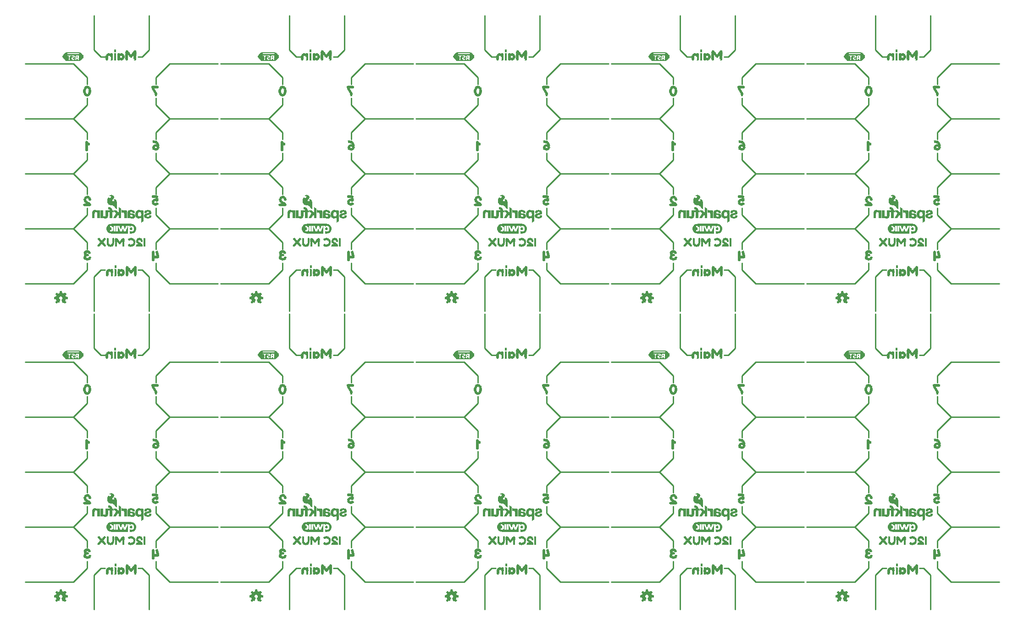
<source format=gbo>
G04 EAGLE Gerber RS-274X export*
G75*
%MOMM*%
%FSLAX34Y34*%
%LPD*%
%INSilkscreen Bottom*%
%IPPOS*%
%AMOC8*
5,1,8,0,0,1.08239X$1,22.5*%
G01*
%ADD10C,0.254000*%
%ADD11R,0.350000X0.070000*%
%ADD12R,0.770000X0.080000*%
%ADD13R,0.910000X0.070000*%
%ADD14R,1.050000X0.060000*%
%ADD15R,1.120000X0.080000*%
%ADD16R,1.190000X0.070000*%
%ADD17R,1.260000X0.070000*%
%ADD18R,0.560000X0.060000*%
%ADD19R,0.490000X0.080000*%
%ADD20R,0.420000X0.070000*%
%ADD21R,0.490000X0.070000*%
%ADD22R,0.560000X0.070000*%
%ADD23R,1.050000X0.070000*%
%ADD24R,0.630000X0.060000*%
%ADD25R,0.210000X0.070000*%
%ADD26R,0.070000X0.070000*%
%ADD27R,0.350000X0.080000*%
%ADD28R,0.630000X0.080000*%
%ADD29R,0.700000X0.070000*%
%ADD30R,0.840000X0.070000*%
%ADD31R,0.910000X0.060000*%
%ADD32R,0.910000X0.080000*%
%ADD33R,0.490000X0.060000*%
%ADD34R,0.350000X0.060000*%
%ADD35R,0.700000X0.080000*%
%ADD36R,0.630000X0.070000*%
%ADD37R,0.770000X0.070000*%
%ADD38R,1.400000X0.070000*%
%ADD39R,1.470000X0.070000*%
%ADD40R,1.470000X0.060000*%
%ADD41R,1.260000X0.060000*%
%ADD42R,1.190000X0.080000*%
%ADD43R,1.330000X0.070000*%
%ADD44R,0.420000X0.080000*%
%ADD45R,0.280000X0.070000*%
%ADD46R,0.840000X0.080000*%
%ADD47R,1.190000X0.060000*%
%ADD48R,1.120000X0.070000*%
%ADD49R,0.700000X0.060000*%
%ADD50R,0.140000X0.070000*%
%ADD51R,1.400000X0.080000*%
%ADD52R,0.980000X0.080000*%
%ADD53R,1.120000X0.060000*%
%ADD54R,0.420000X0.060000*%
%ADD55R,0.980000X0.070000*%
%ADD56R,0.840000X0.060000*%
%ADD57R,0.560000X0.080000*%
%ADD58R,1.260000X0.080000*%
%ADD59R,1.330000X0.080000*%
%ADD60R,1.330000X0.060000*%
%ADD61R,0.770000X0.060000*%
%ADD62R,2.030000X0.070000*%
%ADD63R,2.520000X0.040000*%
%ADD64R,2.600000X0.040000*%
%ADD65R,2.760000X0.040000*%
%ADD66R,2.840000X0.040000*%
%ADD67R,0.360000X0.040000*%
%ADD68R,0.400000X0.040000*%
%ADD69R,0.440000X0.040000*%
%ADD70R,0.480000X0.040000*%
%ADD71R,0.520000X0.040000*%
%ADD72R,0.560000X0.040000*%
%ADD73R,0.600000X0.040000*%
%ADD74R,3.400000X0.040000*%
%ADD75R,3.480000X0.040000*%
%ADD76R,3.560000X0.040000*%
%ADD77R,3.640000X0.040000*%
%ADD78R,0.800000X0.040000*%
%ADD79R,0.160000X0.040000*%
%ADD80R,0.760000X0.040000*%
%ADD81R,0.280000X0.040000*%
%ADD82R,0.080000X0.040000*%
%ADD83R,0.840000X0.040000*%
%ADD84R,0.200000X0.040000*%
%ADD85R,0.040000X0.040000*%
%ADD86R,0.880000X0.040000*%
%ADD87R,1.120000X0.040000*%
%ADD88R,1.160000X0.040000*%
%ADD89R,0.240000X0.040000*%
%ADD90R,0.720000X0.040000*%
%ADD91R,0.680000X0.040000*%
%ADD92R,0.120000X0.040000*%
%ADD93R,0.320000X0.040000*%
%ADD94R,1.080000X0.040000*%
%ADD95R,1.040000X0.040000*%
%ADD96R,1.000000X0.040000*%
%ADD97R,0.960000X0.040000*%
%ADD98R,0.640000X0.040000*%
%ADD99R,0.920000X0.040000*%
%ADD100R,2.920000X0.040000*%
%ADD101R,0.060000X0.060000*%
%ADD102R,0.360000X0.060000*%
%ADD103R,0.300000X0.060000*%
%ADD104R,0.120000X0.060000*%
%ADD105R,0.180000X0.060000*%
%ADD106R,0.600000X0.060000*%
%ADD107R,0.660000X0.060000*%
%ADD108R,0.780000X0.060000*%
%ADD109R,0.900000X0.060000*%
%ADD110R,1.080000X0.060000*%
%ADD111R,0.480000X0.060000*%
%ADD112R,0.540000X0.060000*%
%ADD113R,0.960000X0.060000*%
%ADD114R,1.140000X0.060000*%
%ADD115R,1.200000X0.060000*%
%ADD116R,0.720000X0.060000*%
%ADD117R,1.020000X0.060000*%
%ADD118R,1.740000X0.060000*%
%ADD119R,0.240000X0.060000*%

G36*
X196389Y694569D02*
X196389Y694569D01*
X196391Y694571D01*
X196395Y694569D01*
X197975Y694729D01*
X197978Y694731D01*
X197983Y694730D01*
X198496Y694850D01*
X198497Y694852D01*
X198500Y694852D01*
X199511Y695165D01*
X199512Y695167D01*
X199515Y695167D01*
X200007Y695356D01*
X200009Y695359D01*
X200015Y695360D01*
X201406Y696124D01*
X201408Y696129D01*
X201415Y696131D01*
X202640Y697141D01*
X202642Y697146D01*
X202648Y697149D01*
X203669Y698364D01*
X203670Y698367D01*
X203674Y698370D01*
X203959Y698814D01*
X203959Y698816D01*
X203961Y698818D01*
X204466Y699748D01*
X204466Y699750D01*
X204468Y699752D01*
X204686Y700232D01*
X204685Y700235D01*
X204689Y700239D01*
X205154Y701757D01*
X205152Y701762D01*
X205156Y701769D01*
X205316Y703349D01*
X205314Y703352D01*
X205316Y703357D01*
X205301Y703884D01*
X205300Y703885D01*
X205301Y703888D01*
X205194Y704941D01*
X205194Y704943D01*
X205194Y704944D01*
X205117Y705466D01*
X205114Y705469D01*
X205115Y705476D01*
X204644Y706992D01*
X204640Y706996D01*
X204640Y707003D01*
X203890Y708402D01*
X203886Y708404D01*
X203885Y708409D01*
X203577Y708836D01*
X203575Y708837D01*
X203574Y708840D01*
X202901Y709656D01*
X202898Y709657D01*
X202897Y709660D01*
X202530Y710038D01*
X202526Y710038D01*
X202525Y710042D01*
X201708Y710716D01*
X201707Y710716D01*
X201706Y710717D01*
X201286Y711037D01*
X201282Y711038D01*
X201278Y711043D01*
X199883Y711800D01*
X199877Y711800D01*
X199872Y711805D01*
X198357Y712281D01*
X198354Y712280D01*
X198349Y712283D01*
X197830Y712374D01*
X197828Y712373D01*
X197825Y712374D01*
X196245Y712522D01*
X196242Y712521D01*
X196239Y712522D01*
X159188Y712522D01*
X159185Y712521D01*
X159181Y712522D01*
X158656Y712469D01*
X157602Y712363D01*
X157600Y712361D01*
X157595Y712362D01*
X157081Y712248D01*
X157079Y712246D01*
X157076Y712246D01*
X156065Y711932D01*
X156064Y711931D01*
X156062Y711931D01*
X155567Y711748D01*
X155565Y711745D01*
X155559Y711744D01*
X154165Y710985D01*
X154162Y710980D01*
X154155Y710978D01*
X152930Y709968D01*
X152928Y709964D01*
X152923Y709961D01*
X152571Y709568D01*
X152571Y709567D01*
X152569Y709566D01*
X151896Y708750D01*
X151895Y708746D01*
X151892Y708744D01*
X151602Y708304D01*
X151602Y708302D01*
X151599Y708300D01*
X151094Y707369D01*
X151094Y707367D01*
X151092Y707366D01*
X151076Y707330D01*
X151046Y707267D01*
X150899Y706954D01*
X150870Y706891D01*
X150869Y706888D01*
X150869Y706885D01*
X150866Y706880D01*
X150395Y705364D01*
X150396Y705359D01*
X150392Y705352D01*
X150232Y703772D01*
X150234Y703769D01*
X150232Y703765D01*
X150240Y703238D01*
X150242Y703236D01*
X150241Y703233D01*
X150347Y702179D01*
X150347Y702177D01*
X150418Y701654D01*
X150421Y701651D01*
X150420Y701644D01*
X150891Y700127D01*
X150895Y700124D01*
X150895Y700117D01*
X151639Y698715D01*
X151642Y698714D01*
X151643Y698709D01*
X151946Y698278D01*
X151948Y698277D01*
X151949Y698274D01*
X152623Y697457D01*
X152625Y697457D01*
X152626Y697454D01*
X152989Y697072D01*
X152993Y697071D01*
X152995Y697067D01*
X154228Y696068D01*
X154233Y696067D01*
X154237Y696061D01*
X155633Y695304D01*
X155638Y695304D01*
X155644Y695299D01*
X157156Y694817D01*
X157159Y694818D01*
X157163Y694815D01*
X157681Y694718D01*
X157683Y694719D01*
X157686Y694717D01*
X159267Y694566D01*
X159269Y694568D01*
X159273Y694566D01*
X190201Y694566D01*
X190219Y694577D01*
X190239Y694579D01*
X190249Y694597D01*
X190258Y694603D01*
X190257Y694612D01*
X190264Y694625D01*
X190280Y694909D01*
X190280Y694910D01*
X190281Y694913D01*
X190281Y708531D01*
X190298Y708531D01*
X190299Y708531D01*
X193534Y708531D01*
X193537Y708189D01*
X193537Y707660D01*
X193540Y707160D01*
X193549Y707147D01*
X193548Y707132D01*
X193566Y707121D01*
X193578Y707103D01*
X193593Y707106D01*
X193607Y707098D01*
X193633Y707112D01*
X193645Y707114D01*
X193647Y707119D01*
X193653Y707122D01*
X194083Y707670D01*
X194487Y707992D01*
X194934Y708256D01*
X195417Y708447D01*
X195922Y708571D01*
X196440Y708630D01*
X196961Y708621D01*
X197482Y708573D01*
X197992Y708468D01*
X198491Y708316D01*
X198959Y708089D01*
X199414Y707836D01*
X199803Y707490D01*
X200171Y707122D01*
X200478Y706701D01*
X200740Y706252D01*
X200957Y705777D01*
X201114Y705280D01*
X201240Y704771D01*
X201307Y704253D01*
X201347Y703730D01*
X201342Y703206D01*
X201302Y702683D01*
X201229Y702166D01*
X201103Y701657D01*
X200943Y701161D01*
X200728Y700685D01*
X200466Y700235D01*
X200161Y699812D01*
X199797Y699442D01*
X199408Y699094D01*
X198958Y698833D01*
X198495Y698595D01*
X197996Y698443D01*
X197489Y698324D01*
X196968Y698275D01*
X196447Y698254D01*
X195929Y698307D01*
X195422Y698424D01*
X194937Y698609D01*
X194490Y698872D01*
X194087Y699199D01*
X193707Y699627D01*
X193656Y699685D01*
X193644Y699688D01*
X193637Y699699D01*
X193614Y699697D01*
X193591Y699703D01*
X193583Y699693D01*
X193569Y699691D01*
X193553Y699658D01*
X193547Y699651D01*
X193548Y699648D01*
X193547Y699644D01*
X193537Y699251D01*
X193537Y699250D01*
X193537Y695015D01*
X193538Y695014D01*
X193537Y695013D01*
X193553Y694626D01*
X193565Y694609D01*
X193568Y694587D01*
X193585Y694579D01*
X193592Y694570D01*
X193601Y694572D01*
X193615Y694566D01*
X196389Y694569D01*
G37*
G36*
X1278429Y694569D02*
X1278429Y694569D01*
X1278431Y694571D01*
X1278435Y694569D01*
X1280015Y694729D01*
X1280018Y694731D01*
X1280023Y694730D01*
X1280536Y694850D01*
X1280537Y694852D01*
X1280540Y694852D01*
X1281551Y695165D01*
X1281552Y695167D01*
X1281555Y695167D01*
X1282047Y695356D01*
X1282049Y695359D01*
X1282055Y695360D01*
X1283446Y696124D01*
X1283448Y696129D01*
X1283455Y696131D01*
X1284680Y697141D01*
X1284682Y697146D01*
X1284688Y697149D01*
X1285709Y698364D01*
X1285710Y698367D01*
X1285714Y698370D01*
X1285999Y698814D01*
X1285999Y698816D01*
X1286001Y698818D01*
X1286506Y699748D01*
X1286506Y699750D01*
X1286508Y699752D01*
X1286726Y700232D01*
X1286725Y700235D01*
X1286729Y700239D01*
X1287194Y701757D01*
X1287192Y701762D01*
X1287196Y701769D01*
X1287356Y703349D01*
X1287354Y703352D01*
X1287356Y703357D01*
X1287341Y703884D01*
X1287340Y703885D01*
X1287341Y703888D01*
X1287234Y704941D01*
X1287234Y704943D01*
X1287234Y704944D01*
X1287157Y705466D01*
X1287154Y705469D01*
X1287155Y705476D01*
X1286684Y706992D01*
X1286680Y706996D01*
X1286680Y707003D01*
X1285930Y708402D01*
X1285926Y708404D01*
X1285925Y708409D01*
X1285617Y708836D01*
X1285615Y708837D01*
X1285614Y708840D01*
X1284941Y709656D01*
X1284938Y709657D01*
X1284937Y709660D01*
X1284570Y710038D01*
X1284566Y710038D01*
X1284565Y710042D01*
X1283748Y710716D01*
X1283747Y710716D01*
X1283746Y710717D01*
X1283326Y711037D01*
X1283322Y711038D01*
X1283318Y711043D01*
X1281923Y711800D01*
X1281917Y711800D01*
X1281912Y711805D01*
X1280397Y712281D01*
X1280394Y712280D01*
X1280389Y712283D01*
X1279870Y712374D01*
X1279868Y712373D01*
X1279865Y712374D01*
X1278285Y712522D01*
X1278282Y712521D01*
X1278279Y712522D01*
X1241228Y712522D01*
X1241225Y712521D01*
X1241221Y712522D01*
X1240696Y712469D01*
X1239642Y712363D01*
X1239640Y712361D01*
X1239635Y712362D01*
X1239121Y712248D01*
X1239119Y712246D01*
X1239116Y712246D01*
X1238105Y711932D01*
X1238104Y711931D01*
X1238102Y711931D01*
X1237607Y711748D01*
X1237605Y711745D01*
X1237599Y711744D01*
X1236205Y710985D01*
X1236202Y710980D01*
X1236195Y710978D01*
X1234970Y709968D01*
X1234968Y709964D01*
X1234963Y709961D01*
X1234611Y709568D01*
X1234611Y709567D01*
X1234609Y709566D01*
X1233936Y708750D01*
X1233935Y708746D01*
X1233932Y708744D01*
X1233642Y708304D01*
X1233642Y708302D01*
X1233639Y708300D01*
X1233134Y707369D01*
X1233134Y707367D01*
X1233132Y707366D01*
X1233116Y707330D01*
X1233086Y707267D01*
X1232939Y706954D01*
X1232910Y706891D01*
X1232909Y706888D01*
X1232909Y706885D01*
X1232906Y706880D01*
X1232435Y705364D01*
X1232436Y705359D01*
X1232432Y705352D01*
X1232272Y703772D01*
X1232274Y703769D01*
X1232272Y703765D01*
X1232280Y703238D01*
X1232282Y703236D01*
X1232281Y703233D01*
X1232387Y702179D01*
X1232387Y702177D01*
X1232458Y701654D01*
X1232461Y701651D01*
X1232460Y701644D01*
X1232931Y700127D01*
X1232935Y700124D01*
X1232935Y700117D01*
X1233679Y698715D01*
X1233682Y698714D01*
X1233683Y698709D01*
X1233986Y698278D01*
X1233988Y698277D01*
X1233989Y698274D01*
X1234663Y697457D01*
X1234665Y697457D01*
X1234666Y697454D01*
X1235029Y697072D01*
X1235033Y697071D01*
X1235035Y697067D01*
X1236268Y696068D01*
X1236273Y696067D01*
X1236277Y696061D01*
X1237673Y695304D01*
X1237678Y695304D01*
X1237684Y695299D01*
X1239196Y694817D01*
X1239199Y694818D01*
X1239203Y694815D01*
X1239721Y694718D01*
X1239723Y694719D01*
X1239726Y694717D01*
X1241307Y694566D01*
X1241309Y694568D01*
X1241313Y694566D01*
X1272241Y694566D01*
X1272259Y694577D01*
X1272279Y694579D01*
X1272289Y694597D01*
X1272298Y694603D01*
X1272297Y694612D01*
X1272304Y694625D01*
X1272320Y694909D01*
X1272320Y694910D01*
X1272321Y694913D01*
X1272321Y708531D01*
X1272338Y708531D01*
X1272339Y708531D01*
X1275574Y708531D01*
X1275577Y708189D01*
X1275577Y707660D01*
X1275580Y707160D01*
X1275589Y707147D01*
X1275588Y707132D01*
X1275606Y707121D01*
X1275618Y707103D01*
X1275633Y707106D01*
X1275647Y707098D01*
X1275673Y707112D01*
X1275685Y707114D01*
X1275687Y707119D01*
X1275693Y707122D01*
X1276123Y707670D01*
X1276527Y707992D01*
X1276974Y708256D01*
X1277457Y708447D01*
X1277962Y708571D01*
X1278480Y708630D01*
X1279001Y708621D01*
X1279522Y708573D01*
X1280032Y708468D01*
X1280531Y708316D01*
X1280999Y708089D01*
X1281454Y707836D01*
X1281843Y707490D01*
X1282211Y707122D01*
X1282518Y706701D01*
X1282780Y706252D01*
X1282997Y705777D01*
X1283154Y705280D01*
X1283280Y704771D01*
X1283347Y704253D01*
X1283387Y703730D01*
X1283382Y703206D01*
X1283342Y702683D01*
X1283269Y702166D01*
X1283143Y701657D01*
X1282983Y701161D01*
X1282768Y700685D01*
X1282506Y700235D01*
X1282201Y699812D01*
X1281837Y699442D01*
X1281448Y699094D01*
X1280998Y698833D01*
X1280535Y698595D01*
X1280036Y698443D01*
X1279529Y698324D01*
X1279008Y698275D01*
X1278487Y698254D01*
X1277969Y698307D01*
X1277462Y698424D01*
X1276977Y698609D01*
X1276530Y698872D01*
X1276127Y699199D01*
X1275747Y699627D01*
X1275696Y699685D01*
X1275684Y699688D01*
X1275677Y699699D01*
X1275654Y699697D01*
X1275631Y699703D01*
X1275623Y699693D01*
X1275609Y699691D01*
X1275593Y699658D01*
X1275587Y699651D01*
X1275588Y699648D01*
X1275587Y699644D01*
X1275577Y699251D01*
X1275577Y699250D01*
X1275577Y695015D01*
X1275578Y695014D01*
X1275577Y695013D01*
X1275593Y694626D01*
X1275605Y694609D01*
X1275608Y694587D01*
X1275625Y694579D01*
X1275632Y694570D01*
X1275641Y694572D01*
X1275655Y694566D01*
X1278429Y694569D01*
G37*
G36*
X557069Y694569D02*
X557069Y694569D01*
X557071Y694571D01*
X557075Y694569D01*
X558655Y694729D01*
X558658Y694731D01*
X558663Y694730D01*
X559176Y694850D01*
X559177Y694852D01*
X559180Y694852D01*
X560191Y695165D01*
X560192Y695167D01*
X560195Y695167D01*
X560687Y695356D01*
X560689Y695359D01*
X560695Y695360D01*
X562086Y696124D01*
X562088Y696129D01*
X562095Y696131D01*
X563320Y697141D01*
X563322Y697146D01*
X563328Y697149D01*
X564349Y698364D01*
X564350Y698367D01*
X564354Y698370D01*
X564639Y698814D01*
X564639Y698816D01*
X564641Y698818D01*
X565146Y699748D01*
X565146Y699750D01*
X565148Y699752D01*
X565366Y700232D01*
X565365Y700235D01*
X565369Y700239D01*
X565834Y701757D01*
X565832Y701762D01*
X565836Y701769D01*
X565996Y703349D01*
X565994Y703352D01*
X565996Y703357D01*
X565981Y703884D01*
X565980Y703885D01*
X565981Y703888D01*
X565874Y704941D01*
X565874Y704943D01*
X565874Y704944D01*
X565797Y705466D01*
X565794Y705469D01*
X565795Y705476D01*
X565324Y706992D01*
X565320Y706996D01*
X565320Y707003D01*
X564570Y708402D01*
X564566Y708404D01*
X564565Y708409D01*
X564257Y708836D01*
X564255Y708837D01*
X564254Y708840D01*
X563581Y709656D01*
X563578Y709657D01*
X563577Y709660D01*
X563210Y710038D01*
X563206Y710038D01*
X563205Y710042D01*
X562388Y710716D01*
X562387Y710716D01*
X562386Y710717D01*
X561966Y711037D01*
X561962Y711038D01*
X561958Y711043D01*
X560563Y711800D01*
X560557Y711800D01*
X560552Y711805D01*
X559037Y712281D01*
X559034Y712280D01*
X559029Y712283D01*
X558510Y712374D01*
X558508Y712373D01*
X558505Y712374D01*
X556925Y712522D01*
X556922Y712521D01*
X556919Y712522D01*
X519868Y712522D01*
X519865Y712521D01*
X519861Y712522D01*
X519336Y712469D01*
X518282Y712363D01*
X518280Y712361D01*
X518275Y712362D01*
X517761Y712248D01*
X517759Y712246D01*
X517756Y712246D01*
X516745Y711932D01*
X516744Y711931D01*
X516742Y711931D01*
X516247Y711748D01*
X516245Y711745D01*
X516239Y711744D01*
X514845Y710985D01*
X514842Y710980D01*
X514835Y710978D01*
X513610Y709968D01*
X513608Y709964D01*
X513603Y709961D01*
X513251Y709568D01*
X513251Y709567D01*
X513249Y709566D01*
X512576Y708750D01*
X512575Y708746D01*
X512572Y708744D01*
X512282Y708304D01*
X512282Y708302D01*
X512279Y708300D01*
X511774Y707369D01*
X511774Y707367D01*
X511772Y707366D01*
X511756Y707330D01*
X511726Y707267D01*
X511579Y706954D01*
X511550Y706891D01*
X511549Y706888D01*
X511549Y706885D01*
X511546Y706880D01*
X511075Y705364D01*
X511076Y705359D01*
X511072Y705352D01*
X510912Y703772D01*
X510914Y703769D01*
X510912Y703765D01*
X510920Y703238D01*
X510922Y703236D01*
X510921Y703233D01*
X511027Y702179D01*
X511027Y702177D01*
X511098Y701654D01*
X511101Y701651D01*
X511100Y701644D01*
X511571Y700127D01*
X511575Y700124D01*
X511575Y700117D01*
X512319Y698715D01*
X512322Y698714D01*
X512323Y698709D01*
X512626Y698278D01*
X512628Y698277D01*
X512629Y698274D01*
X513303Y697457D01*
X513305Y697457D01*
X513306Y697454D01*
X513669Y697072D01*
X513673Y697071D01*
X513675Y697067D01*
X514908Y696068D01*
X514913Y696067D01*
X514917Y696061D01*
X516313Y695304D01*
X516318Y695304D01*
X516324Y695299D01*
X517836Y694817D01*
X517839Y694818D01*
X517843Y694815D01*
X518361Y694718D01*
X518363Y694719D01*
X518366Y694717D01*
X519947Y694566D01*
X519949Y694568D01*
X519953Y694566D01*
X550881Y694566D01*
X550899Y694577D01*
X550919Y694579D01*
X550929Y694597D01*
X550938Y694603D01*
X550937Y694612D01*
X550944Y694625D01*
X550960Y694909D01*
X550960Y694910D01*
X550961Y694913D01*
X550961Y708531D01*
X550978Y708531D01*
X550979Y708531D01*
X554214Y708531D01*
X554217Y708189D01*
X554217Y707660D01*
X554220Y707160D01*
X554229Y707147D01*
X554228Y707132D01*
X554246Y707121D01*
X554258Y707103D01*
X554273Y707106D01*
X554287Y707098D01*
X554313Y707112D01*
X554325Y707114D01*
X554327Y707119D01*
X554333Y707122D01*
X554763Y707670D01*
X555167Y707992D01*
X555614Y708256D01*
X556097Y708447D01*
X556602Y708571D01*
X557120Y708630D01*
X557641Y708621D01*
X558162Y708573D01*
X558672Y708468D01*
X559171Y708316D01*
X559639Y708089D01*
X560094Y707836D01*
X560483Y707490D01*
X560851Y707122D01*
X561158Y706701D01*
X561420Y706252D01*
X561637Y705777D01*
X561794Y705280D01*
X561920Y704771D01*
X561987Y704253D01*
X562027Y703730D01*
X562022Y703206D01*
X561982Y702683D01*
X561909Y702166D01*
X561783Y701657D01*
X561623Y701161D01*
X561408Y700685D01*
X561146Y700235D01*
X560841Y699812D01*
X560477Y699442D01*
X560088Y699094D01*
X559638Y698833D01*
X559175Y698595D01*
X558676Y698443D01*
X558169Y698324D01*
X557648Y698275D01*
X557127Y698254D01*
X556609Y698307D01*
X556102Y698424D01*
X555617Y698609D01*
X555170Y698872D01*
X554767Y699199D01*
X554387Y699627D01*
X554336Y699685D01*
X554324Y699688D01*
X554317Y699699D01*
X554294Y699697D01*
X554271Y699703D01*
X554263Y699693D01*
X554249Y699691D01*
X554233Y699658D01*
X554227Y699651D01*
X554228Y699648D01*
X554227Y699644D01*
X554217Y699251D01*
X554217Y699250D01*
X554217Y695015D01*
X554218Y695014D01*
X554217Y695013D01*
X554233Y694626D01*
X554245Y694609D01*
X554248Y694587D01*
X554265Y694579D01*
X554272Y694570D01*
X554281Y694572D01*
X554295Y694566D01*
X557069Y694569D01*
G37*
G36*
X196389Y143389D02*
X196389Y143389D01*
X196391Y143391D01*
X196395Y143389D01*
X197975Y143549D01*
X197978Y143551D01*
X197983Y143550D01*
X198496Y143670D01*
X198497Y143672D01*
X198500Y143672D01*
X199511Y143985D01*
X199512Y143987D01*
X199515Y143987D01*
X200007Y144176D01*
X200009Y144179D01*
X200015Y144180D01*
X201406Y144944D01*
X201408Y144949D01*
X201415Y144951D01*
X202640Y145961D01*
X202642Y145966D01*
X202648Y145969D01*
X203669Y147184D01*
X203670Y147187D01*
X203674Y147190D01*
X203959Y147634D01*
X203959Y147636D01*
X203961Y147638D01*
X204466Y148568D01*
X204466Y148570D01*
X204468Y148572D01*
X204686Y149052D01*
X204685Y149055D01*
X204689Y149059D01*
X205154Y150577D01*
X205152Y150582D01*
X205156Y150589D01*
X205316Y152169D01*
X205314Y152172D01*
X205316Y152177D01*
X205301Y152704D01*
X205300Y152705D01*
X205301Y152708D01*
X205194Y153761D01*
X205194Y153763D01*
X205194Y153764D01*
X205117Y154286D01*
X205114Y154289D01*
X205115Y154296D01*
X204644Y155812D01*
X204640Y155816D01*
X204640Y155823D01*
X203890Y157222D01*
X203886Y157224D01*
X203885Y157229D01*
X203577Y157656D01*
X203575Y157657D01*
X203574Y157660D01*
X202901Y158476D01*
X202898Y158477D01*
X202897Y158480D01*
X202530Y158858D01*
X202526Y158858D01*
X202525Y158862D01*
X201708Y159536D01*
X201707Y159536D01*
X201706Y159537D01*
X201286Y159857D01*
X201282Y159858D01*
X201278Y159863D01*
X199883Y160620D01*
X199877Y160620D01*
X199872Y160625D01*
X198357Y161101D01*
X198354Y161100D01*
X198349Y161103D01*
X197830Y161194D01*
X197828Y161193D01*
X197825Y161194D01*
X196245Y161342D01*
X196242Y161341D01*
X196239Y161342D01*
X159188Y161342D01*
X159185Y161341D01*
X159181Y161342D01*
X158656Y161289D01*
X157602Y161183D01*
X157600Y161181D01*
X157595Y161182D01*
X157081Y161068D01*
X157079Y161066D01*
X157076Y161066D01*
X156065Y160752D01*
X156064Y160751D01*
X156062Y160751D01*
X155567Y160568D01*
X155565Y160565D01*
X155559Y160564D01*
X154165Y159805D01*
X154162Y159800D01*
X154155Y159798D01*
X152930Y158788D01*
X152928Y158784D01*
X152923Y158781D01*
X152571Y158388D01*
X152571Y158387D01*
X152569Y158386D01*
X151896Y157570D01*
X151895Y157566D01*
X151892Y157564D01*
X151602Y157124D01*
X151602Y157122D01*
X151599Y157120D01*
X151094Y156189D01*
X151094Y156187D01*
X151092Y156186D01*
X151076Y156150D01*
X151046Y156087D01*
X150899Y155774D01*
X150870Y155711D01*
X150869Y155708D01*
X150869Y155705D01*
X150866Y155700D01*
X150395Y154184D01*
X150396Y154179D01*
X150392Y154172D01*
X150232Y152592D01*
X150234Y152589D01*
X150232Y152585D01*
X150240Y152058D01*
X150242Y152056D01*
X150241Y152053D01*
X150347Y150999D01*
X150347Y150997D01*
X150418Y150474D01*
X150421Y150471D01*
X150420Y150464D01*
X150891Y148947D01*
X150895Y148944D01*
X150895Y148937D01*
X151639Y147535D01*
X151642Y147534D01*
X151643Y147529D01*
X151946Y147098D01*
X151948Y147097D01*
X151949Y147094D01*
X152623Y146277D01*
X152625Y146277D01*
X152626Y146274D01*
X152989Y145892D01*
X152993Y145891D01*
X152995Y145887D01*
X154228Y144888D01*
X154233Y144887D01*
X154237Y144881D01*
X155633Y144124D01*
X155638Y144124D01*
X155644Y144119D01*
X157156Y143637D01*
X157159Y143638D01*
X157163Y143635D01*
X157681Y143538D01*
X157683Y143539D01*
X157686Y143537D01*
X159267Y143386D01*
X159269Y143388D01*
X159273Y143386D01*
X190201Y143386D01*
X190219Y143397D01*
X190239Y143399D01*
X190249Y143417D01*
X190258Y143423D01*
X190257Y143432D01*
X190264Y143445D01*
X190280Y143729D01*
X190280Y143730D01*
X190281Y143733D01*
X190281Y157351D01*
X190298Y157351D01*
X190299Y157351D01*
X193534Y157351D01*
X193537Y157009D01*
X193537Y156480D01*
X193540Y155980D01*
X193549Y155967D01*
X193548Y155952D01*
X193566Y155941D01*
X193578Y155923D01*
X193593Y155926D01*
X193607Y155918D01*
X193633Y155932D01*
X193645Y155934D01*
X193647Y155939D01*
X193653Y155942D01*
X194083Y156490D01*
X194487Y156812D01*
X194934Y157076D01*
X195417Y157267D01*
X195922Y157391D01*
X196440Y157450D01*
X196961Y157441D01*
X197482Y157393D01*
X197992Y157288D01*
X198491Y157136D01*
X198959Y156909D01*
X199414Y156656D01*
X199803Y156310D01*
X200171Y155942D01*
X200478Y155521D01*
X200740Y155072D01*
X200957Y154597D01*
X201114Y154100D01*
X201240Y153591D01*
X201307Y153073D01*
X201347Y152550D01*
X201342Y152026D01*
X201302Y151503D01*
X201229Y150986D01*
X201103Y150477D01*
X200943Y149981D01*
X200728Y149505D01*
X200466Y149055D01*
X200161Y148632D01*
X199797Y148262D01*
X199408Y147914D01*
X198958Y147653D01*
X198495Y147415D01*
X197996Y147263D01*
X197489Y147144D01*
X196968Y147095D01*
X196447Y147074D01*
X195929Y147127D01*
X195422Y147244D01*
X194937Y147429D01*
X194490Y147692D01*
X194087Y148019D01*
X193707Y148447D01*
X193656Y148505D01*
X193644Y148508D01*
X193637Y148519D01*
X193614Y148517D01*
X193591Y148523D01*
X193583Y148513D01*
X193569Y148511D01*
X193553Y148478D01*
X193547Y148471D01*
X193548Y148468D01*
X193547Y148464D01*
X193537Y148071D01*
X193537Y148070D01*
X193537Y143835D01*
X193538Y143834D01*
X193537Y143833D01*
X193553Y143446D01*
X193565Y143429D01*
X193568Y143407D01*
X193585Y143399D01*
X193592Y143390D01*
X193601Y143392D01*
X193615Y143386D01*
X196389Y143389D01*
G37*
G36*
X557069Y143389D02*
X557069Y143389D01*
X557071Y143391D01*
X557075Y143389D01*
X558655Y143549D01*
X558658Y143551D01*
X558663Y143550D01*
X559176Y143670D01*
X559177Y143672D01*
X559180Y143672D01*
X560191Y143985D01*
X560192Y143987D01*
X560195Y143987D01*
X560687Y144176D01*
X560689Y144179D01*
X560695Y144180D01*
X562086Y144944D01*
X562088Y144949D01*
X562095Y144951D01*
X563320Y145961D01*
X563322Y145966D01*
X563328Y145969D01*
X564349Y147184D01*
X564350Y147187D01*
X564354Y147190D01*
X564639Y147634D01*
X564639Y147636D01*
X564641Y147638D01*
X565146Y148568D01*
X565146Y148570D01*
X565148Y148572D01*
X565366Y149052D01*
X565365Y149055D01*
X565369Y149059D01*
X565834Y150577D01*
X565832Y150582D01*
X565836Y150589D01*
X565996Y152169D01*
X565994Y152172D01*
X565996Y152177D01*
X565981Y152704D01*
X565980Y152705D01*
X565981Y152708D01*
X565874Y153761D01*
X565874Y153763D01*
X565874Y153764D01*
X565797Y154286D01*
X565794Y154289D01*
X565795Y154296D01*
X565324Y155812D01*
X565320Y155816D01*
X565320Y155823D01*
X564570Y157222D01*
X564566Y157224D01*
X564565Y157229D01*
X564257Y157656D01*
X564255Y157657D01*
X564254Y157660D01*
X563581Y158476D01*
X563578Y158477D01*
X563577Y158480D01*
X563210Y158858D01*
X563206Y158858D01*
X563205Y158862D01*
X562388Y159536D01*
X562387Y159536D01*
X562386Y159537D01*
X561966Y159857D01*
X561962Y159858D01*
X561958Y159863D01*
X560563Y160620D01*
X560557Y160620D01*
X560552Y160625D01*
X559037Y161101D01*
X559034Y161100D01*
X559029Y161103D01*
X558510Y161194D01*
X558508Y161193D01*
X558505Y161194D01*
X556925Y161342D01*
X556922Y161341D01*
X556919Y161342D01*
X519868Y161342D01*
X519865Y161341D01*
X519861Y161342D01*
X519336Y161289D01*
X518282Y161183D01*
X518280Y161181D01*
X518275Y161182D01*
X517761Y161068D01*
X517759Y161066D01*
X517756Y161066D01*
X516745Y160752D01*
X516744Y160751D01*
X516742Y160751D01*
X516247Y160568D01*
X516245Y160565D01*
X516239Y160564D01*
X514845Y159805D01*
X514842Y159800D01*
X514835Y159798D01*
X513610Y158788D01*
X513608Y158784D01*
X513603Y158781D01*
X513251Y158388D01*
X513251Y158387D01*
X513249Y158386D01*
X512576Y157570D01*
X512575Y157566D01*
X512572Y157564D01*
X512282Y157124D01*
X512282Y157122D01*
X512279Y157120D01*
X511774Y156189D01*
X511774Y156187D01*
X511772Y156186D01*
X511756Y156150D01*
X511726Y156087D01*
X511579Y155774D01*
X511550Y155711D01*
X511549Y155708D01*
X511549Y155705D01*
X511546Y155700D01*
X511075Y154184D01*
X511076Y154179D01*
X511072Y154172D01*
X510912Y152592D01*
X510914Y152589D01*
X510912Y152585D01*
X510920Y152058D01*
X510922Y152056D01*
X510921Y152053D01*
X511027Y150999D01*
X511027Y150997D01*
X511098Y150474D01*
X511101Y150471D01*
X511100Y150464D01*
X511571Y148947D01*
X511575Y148944D01*
X511575Y148937D01*
X512319Y147535D01*
X512322Y147534D01*
X512323Y147529D01*
X512626Y147098D01*
X512628Y147097D01*
X512629Y147094D01*
X513303Y146277D01*
X513305Y146277D01*
X513306Y146274D01*
X513669Y145892D01*
X513673Y145891D01*
X513675Y145887D01*
X514908Y144888D01*
X514913Y144887D01*
X514917Y144881D01*
X516313Y144124D01*
X516318Y144124D01*
X516324Y144119D01*
X517836Y143637D01*
X517839Y143638D01*
X517843Y143635D01*
X518361Y143538D01*
X518363Y143539D01*
X518366Y143537D01*
X519947Y143386D01*
X519949Y143388D01*
X519953Y143386D01*
X550881Y143386D01*
X550899Y143397D01*
X550919Y143399D01*
X550929Y143417D01*
X550938Y143423D01*
X550937Y143432D01*
X550944Y143445D01*
X550960Y143729D01*
X550960Y143730D01*
X550961Y143733D01*
X550961Y157351D01*
X550978Y157351D01*
X550979Y157351D01*
X554214Y157351D01*
X554217Y157009D01*
X554217Y156480D01*
X554220Y155980D01*
X554229Y155967D01*
X554228Y155952D01*
X554246Y155941D01*
X554258Y155923D01*
X554273Y155926D01*
X554287Y155918D01*
X554313Y155932D01*
X554325Y155934D01*
X554327Y155939D01*
X554333Y155942D01*
X554763Y156490D01*
X555167Y156812D01*
X555614Y157076D01*
X556097Y157267D01*
X556602Y157391D01*
X557120Y157450D01*
X557641Y157441D01*
X558162Y157393D01*
X558672Y157288D01*
X559171Y157136D01*
X559639Y156909D01*
X560094Y156656D01*
X560483Y156310D01*
X560851Y155942D01*
X561158Y155521D01*
X561420Y155072D01*
X561637Y154597D01*
X561794Y154100D01*
X561920Y153591D01*
X561987Y153073D01*
X562027Y152550D01*
X562022Y152026D01*
X561982Y151503D01*
X561909Y150986D01*
X561783Y150477D01*
X561623Y149981D01*
X561408Y149505D01*
X561146Y149055D01*
X560841Y148632D01*
X560477Y148262D01*
X560088Y147914D01*
X559638Y147653D01*
X559175Y147415D01*
X558676Y147263D01*
X558169Y147144D01*
X557648Y147095D01*
X557127Y147074D01*
X556609Y147127D01*
X556102Y147244D01*
X555617Y147429D01*
X555170Y147692D01*
X554767Y148019D01*
X554387Y148447D01*
X554336Y148505D01*
X554324Y148508D01*
X554317Y148519D01*
X554294Y148517D01*
X554271Y148523D01*
X554263Y148513D01*
X554249Y148511D01*
X554233Y148478D01*
X554227Y148471D01*
X554228Y148468D01*
X554227Y148464D01*
X554217Y148071D01*
X554217Y148070D01*
X554217Y143835D01*
X554218Y143834D01*
X554217Y143833D01*
X554233Y143446D01*
X554245Y143429D01*
X554248Y143407D01*
X554265Y143399D01*
X554272Y143390D01*
X554281Y143392D01*
X554295Y143386D01*
X557069Y143389D01*
G37*
G36*
X1278429Y143389D02*
X1278429Y143389D01*
X1278431Y143391D01*
X1278435Y143389D01*
X1280015Y143549D01*
X1280018Y143551D01*
X1280023Y143550D01*
X1280536Y143670D01*
X1280537Y143672D01*
X1280540Y143672D01*
X1281551Y143985D01*
X1281552Y143987D01*
X1281555Y143987D01*
X1282047Y144176D01*
X1282049Y144179D01*
X1282055Y144180D01*
X1283446Y144944D01*
X1283448Y144949D01*
X1283455Y144951D01*
X1284680Y145961D01*
X1284682Y145966D01*
X1284688Y145969D01*
X1285709Y147184D01*
X1285710Y147187D01*
X1285714Y147190D01*
X1285999Y147634D01*
X1285999Y147636D01*
X1286001Y147638D01*
X1286506Y148568D01*
X1286506Y148570D01*
X1286508Y148572D01*
X1286726Y149052D01*
X1286725Y149055D01*
X1286729Y149059D01*
X1287194Y150577D01*
X1287192Y150582D01*
X1287196Y150589D01*
X1287356Y152169D01*
X1287354Y152172D01*
X1287356Y152177D01*
X1287341Y152704D01*
X1287340Y152705D01*
X1287341Y152708D01*
X1287234Y153761D01*
X1287234Y153763D01*
X1287234Y153764D01*
X1287157Y154286D01*
X1287154Y154289D01*
X1287155Y154296D01*
X1286684Y155812D01*
X1286680Y155816D01*
X1286680Y155823D01*
X1285930Y157222D01*
X1285926Y157224D01*
X1285925Y157229D01*
X1285617Y157656D01*
X1285615Y157657D01*
X1285614Y157660D01*
X1284941Y158476D01*
X1284938Y158477D01*
X1284937Y158480D01*
X1284570Y158858D01*
X1284566Y158858D01*
X1284565Y158862D01*
X1283748Y159536D01*
X1283747Y159536D01*
X1283746Y159537D01*
X1283326Y159857D01*
X1283322Y159858D01*
X1283318Y159863D01*
X1281923Y160620D01*
X1281917Y160620D01*
X1281912Y160625D01*
X1280397Y161101D01*
X1280394Y161100D01*
X1280389Y161103D01*
X1279870Y161194D01*
X1279868Y161193D01*
X1279865Y161194D01*
X1278285Y161342D01*
X1278282Y161341D01*
X1278279Y161342D01*
X1241228Y161342D01*
X1241225Y161341D01*
X1241221Y161342D01*
X1240696Y161289D01*
X1239642Y161183D01*
X1239640Y161181D01*
X1239635Y161182D01*
X1239121Y161068D01*
X1239119Y161066D01*
X1239116Y161066D01*
X1238105Y160752D01*
X1238104Y160751D01*
X1238102Y160751D01*
X1237607Y160568D01*
X1237605Y160565D01*
X1237599Y160564D01*
X1236205Y159805D01*
X1236202Y159800D01*
X1236195Y159798D01*
X1234970Y158788D01*
X1234968Y158784D01*
X1234963Y158781D01*
X1234611Y158388D01*
X1234611Y158387D01*
X1234609Y158386D01*
X1233936Y157570D01*
X1233935Y157566D01*
X1233932Y157564D01*
X1233642Y157124D01*
X1233642Y157122D01*
X1233639Y157120D01*
X1233134Y156189D01*
X1233134Y156187D01*
X1233132Y156186D01*
X1233116Y156150D01*
X1233086Y156087D01*
X1232939Y155774D01*
X1232910Y155711D01*
X1232909Y155708D01*
X1232909Y155705D01*
X1232906Y155700D01*
X1232435Y154184D01*
X1232436Y154179D01*
X1232432Y154172D01*
X1232272Y152592D01*
X1232274Y152589D01*
X1232272Y152585D01*
X1232280Y152058D01*
X1232282Y152056D01*
X1232281Y152053D01*
X1232387Y150999D01*
X1232387Y150997D01*
X1232458Y150474D01*
X1232461Y150471D01*
X1232460Y150464D01*
X1232931Y148947D01*
X1232935Y148944D01*
X1232935Y148937D01*
X1233679Y147535D01*
X1233682Y147534D01*
X1233683Y147529D01*
X1233986Y147098D01*
X1233988Y147097D01*
X1233989Y147094D01*
X1234663Y146277D01*
X1234665Y146277D01*
X1234666Y146274D01*
X1235029Y145892D01*
X1235033Y145891D01*
X1235035Y145887D01*
X1236268Y144888D01*
X1236273Y144887D01*
X1236277Y144881D01*
X1237673Y144124D01*
X1237678Y144124D01*
X1237684Y144119D01*
X1239196Y143637D01*
X1239199Y143638D01*
X1239203Y143635D01*
X1239721Y143538D01*
X1239723Y143539D01*
X1239726Y143537D01*
X1241307Y143386D01*
X1241309Y143388D01*
X1241313Y143386D01*
X1272241Y143386D01*
X1272259Y143397D01*
X1272279Y143399D01*
X1272289Y143417D01*
X1272298Y143423D01*
X1272297Y143432D01*
X1272304Y143445D01*
X1272320Y143729D01*
X1272320Y143730D01*
X1272321Y143733D01*
X1272321Y157351D01*
X1272338Y157351D01*
X1272339Y157351D01*
X1275574Y157351D01*
X1275577Y157009D01*
X1275577Y156480D01*
X1275580Y155980D01*
X1275589Y155967D01*
X1275588Y155952D01*
X1275606Y155941D01*
X1275618Y155923D01*
X1275633Y155926D01*
X1275647Y155918D01*
X1275673Y155932D01*
X1275685Y155934D01*
X1275687Y155939D01*
X1275693Y155942D01*
X1276123Y156490D01*
X1276527Y156812D01*
X1276974Y157076D01*
X1277457Y157267D01*
X1277962Y157391D01*
X1278480Y157450D01*
X1279001Y157441D01*
X1279522Y157393D01*
X1280032Y157288D01*
X1280531Y157136D01*
X1280999Y156909D01*
X1281454Y156656D01*
X1281843Y156310D01*
X1282211Y155942D01*
X1282518Y155521D01*
X1282780Y155072D01*
X1282997Y154597D01*
X1283154Y154100D01*
X1283280Y153591D01*
X1283347Y153073D01*
X1283387Y152550D01*
X1283382Y152026D01*
X1283342Y151503D01*
X1283269Y150986D01*
X1283143Y150477D01*
X1282983Y149981D01*
X1282768Y149505D01*
X1282506Y149055D01*
X1282201Y148632D01*
X1281837Y148262D01*
X1281448Y147914D01*
X1280998Y147653D01*
X1280535Y147415D01*
X1280036Y147263D01*
X1279529Y147144D01*
X1279008Y147095D01*
X1278487Y147074D01*
X1277969Y147127D01*
X1277462Y147244D01*
X1276977Y147429D01*
X1276530Y147692D01*
X1276127Y148019D01*
X1275747Y148447D01*
X1275696Y148505D01*
X1275684Y148508D01*
X1275677Y148519D01*
X1275654Y148517D01*
X1275631Y148523D01*
X1275623Y148513D01*
X1275609Y148511D01*
X1275593Y148478D01*
X1275587Y148471D01*
X1275588Y148468D01*
X1275587Y148464D01*
X1275577Y148071D01*
X1275577Y148070D01*
X1275577Y143835D01*
X1275578Y143834D01*
X1275577Y143833D01*
X1275593Y143446D01*
X1275605Y143429D01*
X1275608Y143407D01*
X1275625Y143399D01*
X1275632Y143390D01*
X1275641Y143392D01*
X1275655Y143386D01*
X1278429Y143389D01*
G37*
G36*
X1639109Y143389D02*
X1639109Y143389D01*
X1639111Y143391D01*
X1639115Y143389D01*
X1640695Y143549D01*
X1640698Y143551D01*
X1640703Y143550D01*
X1641216Y143670D01*
X1641217Y143672D01*
X1641220Y143672D01*
X1642231Y143985D01*
X1642232Y143987D01*
X1642235Y143987D01*
X1642727Y144176D01*
X1642729Y144179D01*
X1642735Y144180D01*
X1644126Y144944D01*
X1644128Y144949D01*
X1644135Y144951D01*
X1645360Y145961D01*
X1645362Y145966D01*
X1645368Y145969D01*
X1646389Y147184D01*
X1646390Y147187D01*
X1646394Y147190D01*
X1646679Y147634D01*
X1646679Y147636D01*
X1646681Y147638D01*
X1647186Y148568D01*
X1647186Y148570D01*
X1647188Y148572D01*
X1647406Y149052D01*
X1647405Y149055D01*
X1647409Y149059D01*
X1647874Y150577D01*
X1647872Y150582D01*
X1647876Y150589D01*
X1648036Y152169D01*
X1648034Y152172D01*
X1648036Y152177D01*
X1648021Y152704D01*
X1648020Y152705D01*
X1648021Y152708D01*
X1647914Y153761D01*
X1647914Y153763D01*
X1647914Y153764D01*
X1647837Y154286D01*
X1647834Y154289D01*
X1647835Y154296D01*
X1647364Y155812D01*
X1647360Y155816D01*
X1647360Y155823D01*
X1646610Y157222D01*
X1646606Y157224D01*
X1646605Y157229D01*
X1646297Y157656D01*
X1646295Y157657D01*
X1646294Y157660D01*
X1645621Y158476D01*
X1645618Y158477D01*
X1645617Y158480D01*
X1645250Y158858D01*
X1645246Y158858D01*
X1645245Y158862D01*
X1644428Y159536D01*
X1644427Y159536D01*
X1644426Y159537D01*
X1644006Y159857D01*
X1644002Y159858D01*
X1643998Y159863D01*
X1642603Y160620D01*
X1642597Y160620D01*
X1642592Y160625D01*
X1641077Y161101D01*
X1641074Y161100D01*
X1641069Y161103D01*
X1640550Y161194D01*
X1640548Y161193D01*
X1640545Y161194D01*
X1638965Y161342D01*
X1638962Y161341D01*
X1638959Y161342D01*
X1601908Y161342D01*
X1601905Y161341D01*
X1601901Y161342D01*
X1601376Y161289D01*
X1600322Y161183D01*
X1600320Y161181D01*
X1600315Y161182D01*
X1599801Y161068D01*
X1599799Y161066D01*
X1599796Y161066D01*
X1598785Y160752D01*
X1598784Y160751D01*
X1598782Y160751D01*
X1598287Y160568D01*
X1598285Y160565D01*
X1598279Y160564D01*
X1596885Y159805D01*
X1596882Y159800D01*
X1596875Y159798D01*
X1595650Y158788D01*
X1595648Y158784D01*
X1595643Y158781D01*
X1595291Y158388D01*
X1595291Y158387D01*
X1595289Y158386D01*
X1594616Y157570D01*
X1594615Y157566D01*
X1594612Y157564D01*
X1594322Y157124D01*
X1594322Y157122D01*
X1594319Y157120D01*
X1593814Y156189D01*
X1593814Y156187D01*
X1593812Y156186D01*
X1593796Y156150D01*
X1593766Y156087D01*
X1593619Y155774D01*
X1593590Y155711D01*
X1593589Y155708D01*
X1593589Y155705D01*
X1593586Y155700D01*
X1593115Y154184D01*
X1593116Y154179D01*
X1593112Y154172D01*
X1592952Y152592D01*
X1592954Y152589D01*
X1592952Y152585D01*
X1592960Y152058D01*
X1592962Y152056D01*
X1592961Y152053D01*
X1593067Y150999D01*
X1593067Y150997D01*
X1593138Y150474D01*
X1593141Y150471D01*
X1593140Y150464D01*
X1593611Y148947D01*
X1593615Y148944D01*
X1593615Y148937D01*
X1594359Y147535D01*
X1594362Y147534D01*
X1594363Y147529D01*
X1594666Y147098D01*
X1594668Y147097D01*
X1594669Y147094D01*
X1595343Y146277D01*
X1595345Y146277D01*
X1595346Y146274D01*
X1595709Y145892D01*
X1595713Y145891D01*
X1595715Y145887D01*
X1596948Y144888D01*
X1596953Y144887D01*
X1596957Y144881D01*
X1598353Y144124D01*
X1598358Y144124D01*
X1598364Y144119D01*
X1599876Y143637D01*
X1599879Y143638D01*
X1599883Y143635D01*
X1600401Y143538D01*
X1600403Y143539D01*
X1600406Y143537D01*
X1601987Y143386D01*
X1601989Y143388D01*
X1601993Y143386D01*
X1632921Y143386D01*
X1632939Y143397D01*
X1632959Y143399D01*
X1632969Y143417D01*
X1632978Y143423D01*
X1632977Y143432D01*
X1632984Y143445D01*
X1633000Y143729D01*
X1633000Y143730D01*
X1633001Y143733D01*
X1633001Y157351D01*
X1633018Y157351D01*
X1633019Y157351D01*
X1636254Y157351D01*
X1636257Y157009D01*
X1636257Y156480D01*
X1636260Y155980D01*
X1636269Y155967D01*
X1636268Y155952D01*
X1636286Y155941D01*
X1636298Y155923D01*
X1636313Y155926D01*
X1636327Y155918D01*
X1636353Y155932D01*
X1636365Y155934D01*
X1636367Y155939D01*
X1636373Y155942D01*
X1636803Y156490D01*
X1637207Y156812D01*
X1637654Y157076D01*
X1638137Y157267D01*
X1638642Y157391D01*
X1639160Y157450D01*
X1639681Y157441D01*
X1640202Y157393D01*
X1640712Y157288D01*
X1641211Y157136D01*
X1641679Y156909D01*
X1642134Y156656D01*
X1642523Y156310D01*
X1642891Y155942D01*
X1643198Y155521D01*
X1643460Y155072D01*
X1643677Y154597D01*
X1643834Y154100D01*
X1643960Y153591D01*
X1644027Y153073D01*
X1644067Y152550D01*
X1644062Y152026D01*
X1644022Y151503D01*
X1643949Y150986D01*
X1643823Y150477D01*
X1643663Y149981D01*
X1643448Y149505D01*
X1643186Y149055D01*
X1642881Y148632D01*
X1642517Y148262D01*
X1642128Y147914D01*
X1641678Y147653D01*
X1641215Y147415D01*
X1640716Y147263D01*
X1640209Y147144D01*
X1639688Y147095D01*
X1639167Y147074D01*
X1638649Y147127D01*
X1638142Y147244D01*
X1637657Y147429D01*
X1637210Y147692D01*
X1636807Y148019D01*
X1636427Y148447D01*
X1636376Y148505D01*
X1636364Y148508D01*
X1636357Y148519D01*
X1636334Y148517D01*
X1636311Y148523D01*
X1636303Y148513D01*
X1636289Y148511D01*
X1636273Y148478D01*
X1636267Y148471D01*
X1636268Y148468D01*
X1636267Y148464D01*
X1636257Y148071D01*
X1636257Y148070D01*
X1636257Y143835D01*
X1636258Y143834D01*
X1636257Y143833D01*
X1636273Y143446D01*
X1636285Y143429D01*
X1636288Y143407D01*
X1636305Y143399D01*
X1636312Y143390D01*
X1636321Y143392D01*
X1636335Y143386D01*
X1639109Y143389D01*
G37*
G36*
X917749Y143389D02*
X917749Y143389D01*
X917751Y143391D01*
X917755Y143389D01*
X919335Y143549D01*
X919338Y143551D01*
X919343Y143550D01*
X919856Y143670D01*
X919857Y143672D01*
X919860Y143672D01*
X920871Y143985D01*
X920872Y143987D01*
X920875Y143987D01*
X921367Y144176D01*
X921369Y144179D01*
X921375Y144180D01*
X922766Y144944D01*
X922768Y144949D01*
X922775Y144951D01*
X924000Y145961D01*
X924002Y145966D01*
X924008Y145969D01*
X925029Y147184D01*
X925030Y147187D01*
X925034Y147190D01*
X925319Y147634D01*
X925319Y147636D01*
X925321Y147638D01*
X925826Y148568D01*
X925826Y148570D01*
X925828Y148572D01*
X926046Y149052D01*
X926045Y149055D01*
X926049Y149059D01*
X926514Y150577D01*
X926512Y150582D01*
X926516Y150589D01*
X926676Y152169D01*
X926674Y152172D01*
X926676Y152177D01*
X926661Y152704D01*
X926660Y152705D01*
X926661Y152708D01*
X926554Y153761D01*
X926554Y153763D01*
X926554Y153764D01*
X926477Y154286D01*
X926474Y154289D01*
X926475Y154296D01*
X926004Y155812D01*
X926000Y155816D01*
X926000Y155823D01*
X925250Y157222D01*
X925246Y157224D01*
X925245Y157229D01*
X924937Y157656D01*
X924935Y157657D01*
X924934Y157660D01*
X924261Y158476D01*
X924258Y158477D01*
X924257Y158480D01*
X923890Y158858D01*
X923886Y158858D01*
X923885Y158862D01*
X923068Y159536D01*
X923067Y159536D01*
X923066Y159537D01*
X922646Y159857D01*
X922642Y159858D01*
X922638Y159863D01*
X921243Y160620D01*
X921237Y160620D01*
X921232Y160625D01*
X919717Y161101D01*
X919714Y161100D01*
X919709Y161103D01*
X919190Y161194D01*
X919188Y161193D01*
X919185Y161194D01*
X917605Y161342D01*
X917602Y161341D01*
X917599Y161342D01*
X880548Y161342D01*
X880545Y161341D01*
X880541Y161342D01*
X880016Y161289D01*
X878962Y161183D01*
X878960Y161181D01*
X878955Y161182D01*
X878441Y161068D01*
X878439Y161066D01*
X878436Y161066D01*
X877425Y160752D01*
X877424Y160751D01*
X877422Y160751D01*
X876927Y160568D01*
X876925Y160565D01*
X876919Y160564D01*
X875525Y159805D01*
X875522Y159800D01*
X875515Y159798D01*
X874290Y158788D01*
X874288Y158784D01*
X874283Y158781D01*
X873931Y158388D01*
X873931Y158387D01*
X873929Y158386D01*
X873256Y157570D01*
X873255Y157566D01*
X873252Y157564D01*
X872962Y157124D01*
X872962Y157122D01*
X872959Y157120D01*
X872454Y156189D01*
X872454Y156187D01*
X872452Y156186D01*
X872436Y156150D01*
X872406Y156087D01*
X872259Y155774D01*
X872230Y155711D01*
X872229Y155708D01*
X872229Y155705D01*
X872226Y155700D01*
X871755Y154184D01*
X871756Y154179D01*
X871752Y154172D01*
X871592Y152592D01*
X871594Y152589D01*
X871592Y152585D01*
X871600Y152058D01*
X871602Y152056D01*
X871601Y152053D01*
X871707Y150999D01*
X871707Y150997D01*
X871778Y150474D01*
X871781Y150471D01*
X871780Y150464D01*
X872251Y148947D01*
X872255Y148944D01*
X872255Y148937D01*
X872999Y147535D01*
X873002Y147534D01*
X873003Y147529D01*
X873306Y147098D01*
X873308Y147097D01*
X873309Y147094D01*
X873983Y146277D01*
X873985Y146277D01*
X873986Y146274D01*
X874349Y145892D01*
X874353Y145891D01*
X874355Y145887D01*
X875588Y144888D01*
X875593Y144887D01*
X875597Y144881D01*
X876993Y144124D01*
X876998Y144124D01*
X877004Y144119D01*
X878516Y143637D01*
X878519Y143638D01*
X878523Y143635D01*
X879041Y143538D01*
X879043Y143539D01*
X879046Y143537D01*
X880627Y143386D01*
X880629Y143388D01*
X880633Y143386D01*
X911561Y143386D01*
X911579Y143397D01*
X911599Y143399D01*
X911609Y143417D01*
X911618Y143423D01*
X911617Y143432D01*
X911624Y143445D01*
X911640Y143729D01*
X911640Y143730D01*
X911641Y143733D01*
X911641Y157351D01*
X911658Y157351D01*
X911659Y157351D01*
X914894Y157351D01*
X914897Y157009D01*
X914897Y156480D01*
X914900Y155980D01*
X914909Y155967D01*
X914908Y155952D01*
X914926Y155941D01*
X914938Y155923D01*
X914953Y155926D01*
X914967Y155918D01*
X914993Y155932D01*
X915005Y155934D01*
X915007Y155939D01*
X915013Y155942D01*
X915443Y156490D01*
X915847Y156812D01*
X916294Y157076D01*
X916777Y157267D01*
X917282Y157391D01*
X917800Y157450D01*
X918321Y157441D01*
X918842Y157393D01*
X919352Y157288D01*
X919851Y157136D01*
X920319Y156909D01*
X920774Y156656D01*
X921163Y156310D01*
X921531Y155942D01*
X921838Y155521D01*
X922100Y155072D01*
X922317Y154597D01*
X922474Y154100D01*
X922600Y153591D01*
X922667Y153073D01*
X922707Y152550D01*
X922702Y152026D01*
X922662Y151503D01*
X922589Y150986D01*
X922463Y150477D01*
X922303Y149981D01*
X922088Y149505D01*
X921826Y149055D01*
X921521Y148632D01*
X921157Y148262D01*
X920768Y147914D01*
X920318Y147653D01*
X919855Y147415D01*
X919356Y147263D01*
X918849Y147144D01*
X918328Y147095D01*
X917807Y147074D01*
X917289Y147127D01*
X916782Y147244D01*
X916297Y147429D01*
X915850Y147692D01*
X915447Y148019D01*
X915067Y148447D01*
X915016Y148505D01*
X915004Y148508D01*
X914997Y148519D01*
X914974Y148517D01*
X914951Y148523D01*
X914943Y148513D01*
X914929Y148511D01*
X914913Y148478D01*
X914907Y148471D01*
X914908Y148468D01*
X914907Y148464D01*
X914897Y148071D01*
X914897Y148070D01*
X914897Y143835D01*
X914898Y143834D01*
X914897Y143833D01*
X914913Y143446D01*
X914925Y143429D01*
X914928Y143407D01*
X914945Y143399D01*
X914952Y143390D01*
X914961Y143392D01*
X914975Y143386D01*
X917749Y143389D01*
G37*
G36*
X1639109Y694569D02*
X1639109Y694569D01*
X1639111Y694571D01*
X1639115Y694569D01*
X1640695Y694729D01*
X1640698Y694731D01*
X1640703Y694730D01*
X1641216Y694850D01*
X1641217Y694852D01*
X1641220Y694852D01*
X1642231Y695165D01*
X1642232Y695167D01*
X1642235Y695167D01*
X1642727Y695356D01*
X1642729Y695359D01*
X1642735Y695360D01*
X1644126Y696124D01*
X1644128Y696129D01*
X1644135Y696131D01*
X1645360Y697141D01*
X1645362Y697146D01*
X1645368Y697149D01*
X1646389Y698364D01*
X1646390Y698367D01*
X1646394Y698370D01*
X1646679Y698814D01*
X1646679Y698816D01*
X1646681Y698818D01*
X1647186Y699748D01*
X1647186Y699750D01*
X1647188Y699752D01*
X1647406Y700232D01*
X1647405Y700235D01*
X1647409Y700239D01*
X1647874Y701757D01*
X1647872Y701762D01*
X1647876Y701769D01*
X1648036Y703349D01*
X1648034Y703352D01*
X1648036Y703357D01*
X1648021Y703884D01*
X1648020Y703885D01*
X1648021Y703888D01*
X1647914Y704941D01*
X1647914Y704943D01*
X1647914Y704944D01*
X1647837Y705466D01*
X1647834Y705469D01*
X1647835Y705476D01*
X1647364Y706992D01*
X1647360Y706996D01*
X1647360Y707003D01*
X1646610Y708402D01*
X1646606Y708404D01*
X1646605Y708409D01*
X1646297Y708836D01*
X1646295Y708837D01*
X1646294Y708840D01*
X1645621Y709656D01*
X1645618Y709657D01*
X1645617Y709660D01*
X1645250Y710038D01*
X1645246Y710038D01*
X1645245Y710042D01*
X1644428Y710716D01*
X1644427Y710716D01*
X1644426Y710717D01*
X1644006Y711037D01*
X1644002Y711038D01*
X1643998Y711043D01*
X1642603Y711800D01*
X1642597Y711800D01*
X1642592Y711805D01*
X1641077Y712281D01*
X1641074Y712280D01*
X1641069Y712283D01*
X1640550Y712374D01*
X1640548Y712373D01*
X1640545Y712374D01*
X1638965Y712522D01*
X1638962Y712521D01*
X1638959Y712522D01*
X1601908Y712522D01*
X1601905Y712521D01*
X1601901Y712522D01*
X1601376Y712469D01*
X1600322Y712363D01*
X1600320Y712361D01*
X1600315Y712362D01*
X1599801Y712248D01*
X1599799Y712246D01*
X1599796Y712246D01*
X1598785Y711932D01*
X1598784Y711931D01*
X1598782Y711931D01*
X1598287Y711748D01*
X1598285Y711745D01*
X1598279Y711744D01*
X1596885Y710985D01*
X1596882Y710980D01*
X1596875Y710978D01*
X1595650Y709968D01*
X1595648Y709964D01*
X1595643Y709961D01*
X1595291Y709568D01*
X1595291Y709567D01*
X1595289Y709566D01*
X1594616Y708750D01*
X1594615Y708746D01*
X1594612Y708744D01*
X1594322Y708304D01*
X1594322Y708302D01*
X1594319Y708300D01*
X1593814Y707369D01*
X1593814Y707367D01*
X1593812Y707366D01*
X1593796Y707330D01*
X1593766Y707267D01*
X1593619Y706954D01*
X1593590Y706891D01*
X1593589Y706888D01*
X1593589Y706885D01*
X1593586Y706880D01*
X1593115Y705364D01*
X1593116Y705359D01*
X1593112Y705352D01*
X1592952Y703772D01*
X1592954Y703769D01*
X1592952Y703765D01*
X1592960Y703238D01*
X1592962Y703236D01*
X1592961Y703233D01*
X1593067Y702179D01*
X1593067Y702177D01*
X1593138Y701654D01*
X1593141Y701651D01*
X1593140Y701644D01*
X1593611Y700127D01*
X1593615Y700124D01*
X1593615Y700117D01*
X1594359Y698715D01*
X1594362Y698714D01*
X1594363Y698709D01*
X1594666Y698278D01*
X1594668Y698277D01*
X1594669Y698274D01*
X1595343Y697457D01*
X1595345Y697457D01*
X1595346Y697454D01*
X1595709Y697072D01*
X1595713Y697071D01*
X1595715Y697067D01*
X1596948Y696068D01*
X1596953Y696067D01*
X1596957Y696061D01*
X1598353Y695304D01*
X1598358Y695304D01*
X1598364Y695299D01*
X1599876Y694817D01*
X1599879Y694818D01*
X1599883Y694815D01*
X1600401Y694718D01*
X1600403Y694719D01*
X1600406Y694717D01*
X1601987Y694566D01*
X1601989Y694568D01*
X1601993Y694566D01*
X1632921Y694566D01*
X1632939Y694577D01*
X1632959Y694579D01*
X1632969Y694597D01*
X1632978Y694603D01*
X1632977Y694612D01*
X1632984Y694625D01*
X1633000Y694909D01*
X1633000Y694910D01*
X1633001Y694913D01*
X1633001Y708531D01*
X1633018Y708531D01*
X1633019Y708531D01*
X1636254Y708531D01*
X1636257Y708189D01*
X1636257Y707660D01*
X1636260Y707160D01*
X1636269Y707147D01*
X1636268Y707132D01*
X1636286Y707121D01*
X1636298Y707103D01*
X1636313Y707106D01*
X1636327Y707098D01*
X1636353Y707112D01*
X1636365Y707114D01*
X1636367Y707119D01*
X1636373Y707122D01*
X1636803Y707670D01*
X1637207Y707992D01*
X1637654Y708256D01*
X1638137Y708447D01*
X1638642Y708571D01*
X1639160Y708630D01*
X1639681Y708621D01*
X1640202Y708573D01*
X1640712Y708468D01*
X1641211Y708316D01*
X1641679Y708089D01*
X1642134Y707836D01*
X1642523Y707490D01*
X1642891Y707122D01*
X1643198Y706701D01*
X1643460Y706252D01*
X1643677Y705777D01*
X1643834Y705280D01*
X1643960Y704771D01*
X1644027Y704253D01*
X1644067Y703730D01*
X1644062Y703206D01*
X1644022Y702683D01*
X1643949Y702166D01*
X1643823Y701657D01*
X1643663Y701161D01*
X1643448Y700685D01*
X1643186Y700235D01*
X1642881Y699812D01*
X1642517Y699442D01*
X1642128Y699094D01*
X1641678Y698833D01*
X1641215Y698595D01*
X1640716Y698443D01*
X1640209Y698324D01*
X1639688Y698275D01*
X1639167Y698254D01*
X1638649Y698307D01*
X1638142Y698424D01*
X1637657Y698609D01*
X1637210Y698872D01*
X1636807Y699199D01*
X1636427Y699627D01*
X1636376Y699685D01*
X1636364Y699688D01*
X1636357Y699699D01*
X1636334Y699697D01*
X1636311Y699703D01*
X1636303Y699693D01*
X1636289Y699691D01*
X1636273Y699658D01*
X1636267Y699651D01*
X1636268Y699648D01*
X1636267Y699644D01*
X1636257Y699251D01*
X1636257Y699250D01*
X1636257Y695015D01*
X1636258Y695014D01*
X1636257Y695013D01*
X1636273Y694626D01*
X1636285Y694609D01*
X1636288Y694587D01*
X1636305Y694579D01*
X1636312Y694570D01*
X1636321Y694572D01*
X1636335Y694566D01*
X1639109Y694569D01*
G37*
G36*
X917749Y694569D02*
X917749Y694569D01*
X917751Y694571D01*
X917755Y694569D01*
X919335Y694729D01*
X919338Y694731D01*
X919343Y694730D01*
X919856Y694850D01*
X919857Y694852D01*
X919860Y694852D01*
X920871Y695165D01*
X920872Y695167D01*
X920875Y695167D01*
X921367Y695356D01*
X921369Y695359D01*
X921375Y695360D01*
X922766Y696124D01*
X922768Y696129D01*
X922775Y696131D01*
X924000Y697141D01*
X924002Y697146D01*
X924008Y697149D01*
X925029Y698364D01*
X925030Y698367D01*
X925034Y698370D01*
X925319Y698814D01*
X925319Y698816D01*
X925321Y698818D01*
X925826Y699748D01*
X925826Y699750D01*
X925828Y699752D01*
X926046Y700232D01*
X926045Y700235D01*
X926049Y700239D01*
X926514Y701757D01*
X926512Y701762D01*
X926516Y701769D01*
X926676Y703349D01*
X926674Y703352D01*
X926676Y703357D01*
X926661Y703884D01*
X926660Y703885D01*
X926661Y703888D01*
X926554Y704941D01*
X926554Y704943D01*
X926554Y704944D01*
X926477Y705466D01*
X926474Y705469D01*
X926475Y705476D01*
X926004Y706992D01*
X926000Y706996D01*
X926000Y707003D01*
X925250Y708402D01*
X925246Y708404D01*
X925245Y708409D01*
X924937Y708836D01*
X924935Y708837D01*
X924934Y708840D01*
X924261Y709656D01*
X924258Y709657D01*
X924257Y709660D01*
X923890Y710038D01*
X923886Y710038D01*
X923885Y710042D01*
X923068Y710716D01*
X923067Y710716D01*
X923066Y710717D01*
X922646Y711037D01*
X922642Y711038D01*
X922638Y711043D01*
X921243Y711800D01*
X921237Y711800D01*
X921232Y711805D01*
X919717Y712281D01*
X919714Y712280D01*
X919709Y712283D01*
X919190Y712374D01*
X919188Y712373D01*
X919185Y712374D01*
X917605Y712522D01*
X917602Y712521D01*
X917599Y712522D01*
X880548Y712522D01*
X880545Y712521D01*
X880541Y712522D01*
X880016Y712469D01*
X878962Y712363D01*
X878960Y712361D01*
X878955Y712362D01*
X878441Y712248D01*
X878439Y712246D01*
X878436Y712246D01*
X877425Y711932D01*
X877424Y711931D01*
X877422Y711931D01*
X876927Y711748D01*
X876925Y711745D01*
X876919Y711744D01*
X875525Y710985D01*
X875522Y710980D01*
X875515Y710978D01*
X874290Y709968D01*
X874288Y709964D01*
X874283Y709961D01*
X873931Y709568D01*
X873931Y709567D01*
X873929Y709566D01*
X873256Y708750D01*
X873255Y708746D01*
X873252Y708744D01*
X872962Y708304D01*
X872962Y708302D01*
X872959Y708300D01*
X872454Y707369D01*
X872454Y707367D01*
X872452Y707366D01*
X872436Y707330D01*
X872406Y707267D01*
X872259Y706954D01*
X872230Y706891D01*
X872229Y706888D01*
X872229Y706885D01*
X872226Y706880D01*
X871755Y705364D01*
X871756Y705359D01*
X871752Y705352D01*
X871592Y703772D01*
X871594Y703769D01*
X871592Y703765D01*
X871600Y703238D01*
X871602Y703236D01*
X871601Y703233D01*
X871707Y702179D01*
X871707Y702177D01*
X871778Y701654D01*
X871781Y701651D01*
X871780Y701644D01*
X872251Y700127D01*
X872255Y700124D01*
X872255Y700117D01*
X872999Y698715D01*
X873002Y698714D01*
X873003Y698709D01*
X873306Y698278D01*
X873308Y698277D01*
X873309Y698274D01*
X873983Y697457D01*
X873985Y697457D01*
X873986Y697454D01*
X874349Y697072D01*
X874353Y697071D01*
X874355Y697067D01*
X875588Y696068D01*
X875593Y696067D01*
X875597Y696061D01*
X876993Y695304D01*
X876998Y695304D01*
X877004Y695299D01*
X878516Y694817D01*
X878519Y694818D01*
X878523Y694815D01*
X879041Y694718D01*
X879043Y694719D01*
X879046Y694717D01*
X880627Y694566D01*
X880629Y694568D01*
X880633Y694566D01*
X911561Y694566D01*
X911579Y694577D01*
X911599Y694579D01*
X911609Y694597D01*
X911618Y694603D01*
X911617Y694612D01*
X911624Y694625D01*
X911640Y694909D01*
X911640Y694910D01*
X911641Y694913D01*
X911641Y708531D01*
X911658Y708531D01*
X911659Y708531D01*
X914894Y708531D01*
X914897Y708189D01*
X914897Y707660D01*
X914900Y707160D01*
X914909Y707147D01*
X914908Y707132D01*
X914926Y707121D01*
X914938Y707103D01*
X914953Y707106D01*
X914967Y707098D01*
X914993Y707112D01*
X915005Y707114D01*
X915007Y707119D01*
X915013Y707122D01*
X915443Y707670D01*
X915847Y707992D01*
X916294Y708256D01*
X916777Y708447D01*
X917282Y708571D01*
X917800Y708630D01*
X918321Y708621D01*
X918842Y708573D01*
X919352Y708468D01*
X919851Y708316D01*
X920319Y708089D01*
X920774Y707836D01*
X921163Y707490D01*
X921531Y707122D01*
X921838Y706701D01*
X922100Y706252D01*
X922317Y705777D01*
X922474Y705280D01*
X922600Y704771D01*
X922667Y704253D01*
X922707Y703730D01*
X922702Y703206D01*
X922662Y702683D01*
X922589Y702166D01*
X922463Y701657D01*
X922303Y701161D01*
X922088Y700685D01*
X921826Y700235D01*
X921521Y699812D01*
X921157Y699442D01*
X920768Y699094D01*
X920318Y698833D01*
X919855Y698595D01*
X919356Y698443D01*
X918849Y698324D01*
X918328Y698275D01*
X917807Y698254D01*
X917289Y698307D01*
X916782Y698424D01*
X916297Y698609D01*
X915850Y698872D01*
X915447Y699199D01*
X915067Y699627D01*
X915016Y699685D01*
X915004Y699688D01*
X914997Y699699D01*
X914974Y699697D01*
X914951Y699703D01*
X914943Y699693D01*
X914929Y699691D01*
X914913Y699658D01*
X914907Y699651D01*
X914908Y699648D01*
X914907Y699644D01*
X914897Y699251D01*
X914897Y699250D01*
X914897Y695015D01*
X914898Y695014D01*
X914897Y695013D01*
X914913Y694626D01*
X914925Y694609D01*
X914928Y694587D01*
X914945Y694579D01*
X914952Y694570D01*
X914961Y694572D01*
X914975Y694566D01*
X917749Y694569D01*
G37*
G36*
X1155726Y565188D02*
X1155726Y565188D01*
X1155792Y565193D01*
X1155810Y565204D01*
X1155831Y565209D01*
X1155916Y565269D01*
X1155940Y565283D01*
X1155943Y565288D01*
X1155948Y565292D01*
X1158148Y567592D01*
X1158156Y567605D01*
X1158169Y567615D01*
X1158200Y567679D01*
X1158236Y567741D01*
X1158237Y567757D01*
X1158244Y567771D01*
X1158243Y567842D01*
X1158249Y567913D01*
X1158243Y567928D01*
X1158242Y567944D01*
X1158185Y568069D01*
X1158183Y568073D01*
X1158183Y568074D01*
X1156315Y570689D01*
X1156317Y570700D01*
X1156326Y570713D01*
X1156337Y570771D01*
X1156346Y570792D01*
X1156346Y570814D01*
X1156352Y570847D01*
X1156353Y570852D01*
X1156353Y570853D01*
X1156353Y570854D01*
X1156353Y570864D01*
X1156386Y570929D01*
X1156442Y570986D01*
X1156453Y571004D01*
X1156465Y571013D01*
X1156473Y571032D01*
X1156513Y571084D01*
X1156586Y571229D01*
X1156642Y571286D01*
X1156682Y571350D01*
X1156726Y571413D01*
X1156728Y571425D01*
X1156733Y571433D01*
X1156737Y571468D01*
X1156753Y571554D01*
X1156753Y571603D01*
X1156782Y571650D01*
X1156826Y571713D01*
X1156828Y571725D01*
X1156833Y571733D01*
X1156837Y571768D01*
X1156853Y571854D01*
X1156853Y571964D01*
X1156886Y572029D01*
X1156942Y572086D01*
X1156982Y572150D01*
X1157026Y572213D01*
X1157028Y572225D01*
X1157033Y572233D01*
X1157037Y572268D01*
X1157043Y572301D01*
X1157046Y572309D01*
X1157046Y572317D01*
X1157053Y572354D01*
X1157053Y572403D01*
X1157082Y572450D01*
X1157126Y572513D01*
X1157128Y572525D01*
X1157133Y572533D01*
X1157137Y572568D01*
X1157153Y572654D01*
X1157153Y572764D01*
X1157182Y572822D01*
X1160438Y573380D01*
X1160456Y573387D01*
X1160475Y573388D01*
X1160535Y573421D01*
X1160597Y573447D01*
X1160610Y573462D01*
X1160627Y573471D01*
X1160666Y573527D01*
X1160710Y573578D01*
X1160715Y573597D01*
X1160726Y573613D01*
X1160748Y573724D01*
X1160753Y573746D01*
X1160752Y573750D01*
X1160753Y573754D01*
X1160753Y576954D01*
X1160749Y576973D01*
X1160751Y576992D01*
X1160740Y577026D01*
X1160739Y577033D01*
X1160734Y577043D01*
X1160729Y577056D01*
X1160714Y577122D01*
X1160701Y577137D01*
X1160695Y577155D01*
X1160647Y577203D01*
X1160604Y577256D01*
X1160586Y577263D01*
X1160572Y577277D01*
X1160466Y577317D01*
X1160446Y577326D01*
X1160442Y577326D01*
X1160438Y577328D01*
X1157226Y577878D01*
X1157215Y577917D01*
X1157214Y577922D01*
X1157213Y577923D01*
X1157153Y578043D01*
X1157153Y578054D01*
X1157150Y578069D01*
X1157152Y578085D01*
X1157132Y578155D01*
X1157132Y578170D01*
X1157124Y578184D01*
X1157115Y578217D01*
X1157114Y578222D01*
X1157113Y578223D01*
X1157053Y578343D01*
X1157053Y578354D01*
X1157050Y578369D01*
X1157052Y578385D01*
X1157015Y578517D01*
X1157014Y578522D01*
X1157013Y578523D01*
X1156853Y578843D01*
X1156853Y578854D01*
X1156850Y578869D01*
X1156852Y578885D01*
X1156815Y579017D01*
X1156814Y579022D01*
X1156813Y579023D01*
X1156713Y579223D01*
X1156690Y579251D01*
X1156653Y579305D01*
X1156653Y579354D01*
X1156636Y579428D01*
X1156622Y579503D01*
X1156616Y579513D01*
X1156614Y579522D01*
X1156591Y579550D01*
X1156542Y579622D01*
X1156486Y579678D01*
X1156413Y579823D01*
X1156390Y579851D01*
X1156353Y579905D01*
X1156353Y579954D01*
X1156336Y580028D01*
X1156332Y580050D01*
X1158186Y582738D01*
X1158192Y582754D01*
X1158204Y582767D01*
X1158224Y582834D01*
X1158249Y582899D01*
X1158248Y582917D01*
X1158253Y582933D01*
X1158240Y583002D01*
X1158234Y583072D01*
X1158225Y583086D01*
X1158222Y583103D01*
X1158151Y583209D01*
X1158144Y583220D01*
X1158143Y583220D01*
X1158142Y583222D01*
X1155942Y585422D01*
X1155928Y585431D01*
X1155917Y585445D01*
X1155855Y585476D01*
X1155795Y585513D01*
X1155778Y585515D01*
X1155763Y585522D01*
X1155693Y585523D01*
X1155623Y585529D01*
X1155607Y585523D01*
X1155590Y585523D01*
X1155472Y585472D01*
X1155461Y585468D01*
X1155460Y585467D01*
X1155459Y585466D01*
X1152760Y583604D01*
X1152742Y583622D01*
X1152677Y583662D01*
X1152615Y583706D01*
X1152603Y583708D01*
X1152595Y583713D01*
X1152560Y583716D01*
X1152474Y583733D01*
X1152424Y583733D01*
X1152412Y583741D01*
X1152344Y583793D01*
X1152199Y583865D01*
X1152142Y583922D01*
X1152077Y583962D01*
X1152015Y584006D01*
X1152003Y584008D01*
X1151995Y584013D01*
X1151960Y584016D01*
X1151874Y584033D01*
X1151824Y584033D01*
X1151812Y584041D01*
X1151744Y584093D01*
X1151544Y584193D01*
X1151528Y584197D01*
X1151515Y584206D01*
X1151381Y584232D01*
X1151375Y584233D01*
X1151374Y584233D01*
X1151364Y584233D01*
X1151244Y584293D01*
X1151228Y584297D01*
X1151215Y584306D01*
X1151081Y584332D01*
X1151075Y584333D01*
X1151074Y584333D01*
X1151024Y584333D01*
X1150977Y584362D01*
X1150915Y584406D01*
X1150903Y584408D01*
X1150895Y584413D01*
X1150860Y584416D01*
X1150774Y584433D01*
X1150664Y584433D01*
X1150606Y584462D01*
X1150048Y587718D01*
X1150040Y587736D01*
X1150039Y587755D01*
X1150007Y587814D01*
X1149980Y587877D01*
X1149966Y587890D01*
X1149956Y587907D01*
X1149901Y587946D01*
X1149849Y587990D01*
X1149830Y587995D01*
X1149815Y588006D01*
X1149704Y588027D01*
X1149682Y588033D01*
X1149678Y588032D01*
X1149674Y588033D01*
X1146474Y588033D01*
X1146455Y588029D01*
X1146436Y588031D01*
X1146372Y588009D01*
X1146306Y587993D01*
X1146291Y587981D01*
X1146272Y587975D01*
X1146225Y587927D01*
X1146172Y587883D01*
X1146164Y587866D01*
X1146151Y587852D01*
X1146111Y587746D01*
X1146102Y587725D01*
X1146102Y587722D01*
X1146100Y587718D01*
X1145550Y584506D01*
X1145511Y584495D01*
X1145506Y584493D01*
X1145505Y584493D01*
X1145504Y584493D01*
X1145384Y584433D01*
X1145374Y584433D01*
X1145358Y584429D01*
X1145342Y584432D01*
X1145211Y584395D01*
X1145206Y584393D01*
X1145205Y584393D01*
X1145204Y584393D01*
X1145084Y584333D01*
X1145074Y584333D01*
X1145058Y584329D01*
X1145042Y584332D01*
X1144911Y584295D01*
X1144906Y584293D01*
X1144905Y584293D01*
X1144904Y584293D01*
X1144784Y584233D01*
X1144674Y584233D01*
X1144600Y584216D01*
X1144524Y584202D01*
X1144515Y584196D01*
X1144506Y584193D01*
X1144478Y584171D01*
X1144406Y584122D01*
X1144349Y584065D01*
X1144284Y584033D01*
X1144274Y584033D01*
X1144258Y584029D01*
X1144242Y584032D01*
X1144111Y583995D01*
X1144106Y583993D01*
X1144105Y583993D01*
X1144104Y583993D01*
X1143904Y583893D01*
X1143877Y583870D01*
X1143806Y583822D01*
X1143749Y583765D01*
X1143684Y583733D01*
X1143674Y583733D01*
X1143658Y583729D01*
X1143642Y583732D01*
X1143511Y583695D01*
X1143506Y583693D01*
X1143505Y583693D01*
X1143504Y583693D01*
X1143363Y583622D01*
X1140689Y585466D01*
X1140677Y585471D01*
X1140668Y585480D01*
X1140597Y585502D01*
X1140528Y585529D01*
X1140515Y585528D01*
X1140503Y585532D01*
X1140430Y585520D01*
X1140356Y585514D01*
X1140345Y585507D01*
X1140332Y585505D01*
X1140212Y585428D01*
X1137912Y583228D01*
X1137898Y583206D01*
X1137878Y583190D01*
X1137851Y583134D01*
X1137817Y583083D01*
X1137814Y583057D01*
X1137803Y583034D01*
X1137804Y582972D01*
X1137797Y582911D01*
X1137806Y582887D01*
X1137806Y582861D01*
X1137844Y582781D01*
X1137855Y582748D01*
X1137862Y582742D01*
X1137867Y582731D01*
X1139802Y580058D01*
X1139762Y579978D01*
X1139706Y579922D01*
X1139666Y579857D01*
X1139622Y579794D01*
X1139620Y579783D01*
X1139615Y579775D01*
X1139611Y579740D01*
X1139595Y579654D01*
X1139595Y579604D01*
X1139587Y579591D01*
X1139535Y579523D01*
X1139462Y579378D01*
X1139406Y579322D01*
X1139366Y579257D01*
X1139322Y579194D01*
X1139320Y579183D01*
X1139315Y579175D01*
X1139311Y579140D01*
X1139295Y579054D01*
X1139295Y579004D01*
X1139266Y578957D01*
X1139222Y578894D01*
X1139220Y578883D01*
X1139215Y578875D01*
X1139211Y578840D01*
X1139195Y578754D01*
X1139195Y578643D01*
X1139162Y578578D01*
X1139106Y578522D01*
X1139066Y578457D01*
X1139022Y578394D01*
X1139020Y578383D01*
X1139015Y578375D01*
X1139011Y578340D01*
X1138995Y578254D01*
X1138995Y578204D01*
X1138966Y578157D01*
X1138922Y578094D01*
X1138920Y578083D01*
X1138915Y578075D01*
X1138911Y578040D01*
X1138895Y577954D01*
X1138895Y577875D01*
X1135612Y577328D01*
X1135593Y577320D01*
X1135573Y577319D01*
X1135514Y577287D01*
X1135452Y577261D01*
X1135439Y577246D01*
X1135421Y577236D01*
X1135383Y577181D01*
X1135339Y577131D01*
X1135333Y577111D01*
X1135322Y577094D01*
X1135306Y577013D01*
X1135302Y577003D01*
X1135302Y576992D01*
X1135301Y576988D01*
X1135295Y576963D01*
X1135296Y576959D01*
X1135295Y576954D01*
X1135295Y573754D01*
X1135299Y573735D01*
X1135297Y573716D01*
X1135319Y573651D01*
X1135334Y573585D01*
X1135347Y573570D01*
X1135353Y573552D01*
X1135401Y573504D01*
X1135444Y573452D01*
X1135462Y573444D01*
X1135476Y573430D01*
X1135582Y573390D01*
X1135602Y573381D01*
X1135606Y573381D01*
X1135610Y573380D01*
X1138898Y572816D01*
X1138933Y572691D01*
X1138934Y572685D01*
X1138935Y572685D01*
X1138935Y572684D01*
X1138995Y572564D01*
X1138995Y572554D01*
X1138998Y572538D01*
X1138996Y572522D01*
X1139033Y572391D01*
X1139034Y572385D01*
X1139035Y572385D01*
X1139035Y572384D01*
X1139095Y572264D01*
X1139095Y572254D01*
X1139098Y572238D01*
X1139096Y572222D01*
X1139133Y572091D01*
X1139134Y572085D01*
X1139135Y572085D01*
X1139135Y572084D01*
X1139295Y571764D01*
X1139295Y571754D01*
X1139298Y571738D01*
X1139296Y571722D01*
X1139333Y571591D01*
X1139334Y571585D01*
X1139335Y571585D01*
X1139335Y571584D01*
X1139435Y571384D01*
X1139458Y571356D01*
X1139506Y571286D01*
X1139562Y571229D01*
X1139595Y571164D01*
X1139595Y571154D01*
X1139598Y571138D01*
X1139596Y571122D01*
X1139633Y570991D01*
X1139634Y570985D01*
X1139635Y570985D01*
X1139635Y570984D01*
X1139735Y570784D01*
X1139758Y570756D01*
X1139806Y570686D01*
X1139816Y570675D01*
X1137871Y568081D01*
X1137861Y568059D01*
X1137844Y568040D01*
X1137826Y567980D01*
X1137801Y567923D01*
X1137802Y567898D01*
X1137795Y567874D01*
X1137806Y567813D01*
X1137809Y567750D01*
X1137821Y567728D01*
X1137826Y567704D01*
X1137877Y567629D01*
X1137893Y567599D01*
X1137900Y567594D01*
X1137906Y567586D01*
X1140206Y565286D01*
X1140220Y565277D01*
X1140231Y565263D01*
X1140293Y565231D01*
X1140353Y565194D01*
X1140370Y565193D01*
X1140385Y565185D01*
X1140456Y565185D01*
X1140525Y565178D01*
X1140541Y565184D01*
X1140558Y565184D01*
X1140676Y565236D01*
X1140687Y565240D01*
X1140688Y565241D01*
X1140689Y565241D01*
X1143388Y567103D01*
X1143406Y567086D01*
X1143471Y567045D01*
X1143533Y567001D01*
X1143545Y566999D01*
X1143553Y566994D01*
X1143588Y566991D01*
X1143603Y566988D01*
X1143606Y566986D01*
X1143671Y566945D01*
X1143733Y566901D01*
X1143745Y566899D01*
X1143753Y566894D01*
X1143788Y566891D01*
X1143874Y566874D01*
X1143924Y566874D01*
X1143971Y566845D01*
X1144033Y566801D01*
X1144045Y566799D01*
X1144053Y566794D01*
X1144088Y566791D01*
X1144103Y566788D01*
X1144106Y566786D01*
X1144171Y566745D01*
X1144233Y566701D01*
X1144245Y566699D01*
X1144253Y566694D01*
X1144288Y566691D01*
X1144303Y566688D01*
X1144306Y566686D01*
X1144371Y566645D01*
X1144433Y566601D01*
X1144445Y566599D01*
X1144453Y566594D01*
X1144488Y566591D01*
X1144517Y566585D01*
X1144544Y566552D01*
X1144563Y566544D01*
X1144578Y566529D01*
X1144641Y566509D01*
X1144702Y566481D01*
X1144723Y566482D01*
X1144742Y566476D01*
X1144808Y566486D01*
X1144875Y566488D01*
X1144893Y566498D01*
X1144913Y566501D01*
X1144968Y566539D01*
X1145027Y566571D01*
X1145039Y566588D01*
X1145055Y566600D01*
X1145112Y566692D01*
X1145126Y566713D01*
X1145127Y566718D01*
X1145130Y566722D01*
X1147130Y572122D01*
X1147134Y572153D01*
X1147146Y572181D01*
X1147144Y572237D01*
X1147151Y572294D01*
X1147141Y572323D01*
X1147140Y572354D01*
X1147113Y572404D01*
X1147094Y572457D01*
X1147072Y572479D01*
X1147057Y572506D01*
X1146997Y572552D01*
X1146970Y572578D01*
X1146957Y572582D01*
X1146944Y572593D01*
X1146399Y572865D01*
X1146242Y573022D01*
X1146212Y573041D01*
X1146144Y573093D01*
X1145999Y573165D01*
X1145686Y573478D01*
X1145613Y573623D01*
X1145590Y573651D01*
X1145542Y573722D01*
X1145386Y573878D01*
X1145325Y573999D01*
X1145234Y574274D01*
X1145222Y574293D01*
X1145213Y574323D01*
X1145153Y574443D01*
X1145153Y574554D01*
X1145145Y574589D01*
X1145134Y574674D01*
X1145053Y574915D01*
X1145053Y575692D01*
X1145134Y575934D01*
X1145137Y575970D01*
X1145153Y576054D01*
X1145153Y576239D01*
X1145290Y576443D01*
X1145303Y576478D01*
X1145334Y576534D01*
X1145418Y576786D01*
X1145769Y577312D01*
X1146116Y577659D01*
X1146642Y578010D01*
X1146894Y578094D01*
X1146912Y578105D01*
X1146926Y578108D01*
X1146939Y578119D01*
X1146984Y578138D01*
X1147189Y578274D01*
X1147374Y578274D01*
X1147409Y578283D01*
X1147494Y578294D01*
X1147736Y578374D01*
X1148327Y578374D01*
X1148682Y578286D01*
X1148718Y578285D01*
X1148774Y578274D01*
X1148959Y578274D01*
X1149164Y578138D01*
X1149199Y578125D01*
X1149248Y578097D01*
X1149250Y578096D01*
X1149251Y578096D01*
X1149254Y578094D01*
X1149506Y578010D01*
X1149733Y577859D01*
X1149906Y577686D01*
X1149932Y577669D01*
X1149964Y577638D01*
X1150233Y577459D01*
X1150379Y577312D01*
X1150730Y576786D01*
X1151095Y575692D01*
X1151095Y575215D01*
X1151014Y574974D01*
X1151011Y574938D01*
X1150995Y574854D01*
X1150995Y574643D01*
X1150835Y574323D01*
X1150829Y574301D01*
X1150814Y574274D01*
X1150723Y573999D01*
X1150562Y573678D01*
X1150406Y573522D01*
X1150387Y573491D01*
X1150335Y573423D01*
X1150262Y573278D01*
X1150149Y573165D01*
X1150004Y573093D01*
X1149977Y573070D01*
X1149906Y573022D01*
X1149749Y572865D01*
X1149428Y572705D01*
X1149154Y572613D01*
X1149105Y572583D01*
X1149052Y572561D01*
X1149032Y572539D01*
X1149007Y572523D01*
X1148976Y572474D01*
X1148939Y572431D01*
X1148931Y572402D01*
X1148915Y572376D01*
X1148909Y572319D01*
X1148895Y572263D01*
X1148901Y572229D01*
X1148898Y572204D01*
X1148910Y572172D01*
X1148918Y572122D01*
X1150918Y566722D01*
X1150944Y566684D01*
X1150960Y566641D01*
X1150991Y566613D01*
X1151014Y566578D01*
X1151054Y566555D01*
X1151087Y566524D01*
X1151127Y566512D01*
X1151164Y566491D01*
X1151209Y566488D01*
X1151253Y566475D01*
X1151294Y566482D01*
X1151336Y566480D01*
X1151379Y566497D01*
X1151424Y566505D01*
X1151465Y566533D01*
X1151496Y566546D01*
X1151513Y566566D01*
X1151526Y566574D01*
X1151574Y566574D01*
X1151648Y566592D01*
X1151724Y566605D01*
X1151733Y566612D01*
X1151742Y566614D01*
X1151770Y566637D01*
X1151842Y566686D01*
X1151849Y566692D01*
X1151924Y566705D01*
X1151933Y566712D01*
X1151942Y566714D01*
X1151970Y566737D01*
X1152042Y566786D01*
X1152049Y566792D01*
X1152124Y566805D01*
X1152133Y566812D01*
X1152142Y566814D01*
X1152170Y566837D01*
X1152242Y566886D01*
X1152249Y566892D01*
X1152324Y566905D01*
X1152333Y566912D01*
X1152342Y566914D01*
X1152370Y566937D01*
X1152442Y566986D01*
X1152449Y566992D01*
X1152524Y567005D01*
X1152533Y567012D01*
X1152542Y567014D01*
X1152570Y567037D01*
X1152642Y567086D01*
X1152649Y567092D01*
X1152724Y567105D01*
X1152733Y567112D01*
X1152742Y567114D01*
X1152743Y567114D01*
X1155459Y565241D01*
X1155479Y565234D01*
X1155495Y565220D01*
X1155558Y565202D01*
X1155620Y565178D01*
X1155641Y565180D01*
X1155662Y565175D01*
X1155726Y565188D01*
G37*
G36*
X795046Y565188D02*
X795046Y565188D01*
X795112Y565193D01*
X795130Y565204D01*
X795151Y565209D01*
X795236Y565269D01*
X795260Y565283D01*
X795263Y565288D01*
X795268Y565292D01*
X797468Y567592D01*
X797476Y567605D01*
X797489Y567615D01*
X797520Y567679D01*
X797556Y567741D01*
X797557Y567757D01*
X797564Y567771D01*
X797563Y567842D01*
X797569Y567913D01*
X797563Y567928D01*
X797562Y567944D01*
X797505Y568069D01*
X797503Y568073D01*
X797503Y568074D01*
X795635Y570689D01*
X795637Y570700D01*
X795646Y570713D01*
X795657Y570771D01*
X795666Y570792D01*
X795666Y570814D01*
X795672Y570847D01*
X795673Y570852D01*
X795673Y570853D01*
X795673Y570854D01*
X795673Y570864D01*
X795706Y570929D01*
X795762Y570986D01*
X795773Y571004D01*
X795785Y571013D01*
X795793Y571032D01*
X795833Y571084D01*
X795906Y571229D01*
X795962Y571286D01*
X796002Y571350D01*
X796046Y571413D01*
X796048Y571425D01*
X796053Y571433D01*
X796057Y571468D01*
X796073Y571554D01*
X796073Y571603D01*
X796102Y571650D01*
X796146Y571713D01*
X796148Y571725D01*
X796153Y571733D01*
X796157Y571768D01*
X796173Y571854D01*
X796173Y571964D01*
X796206Y572029D01*
X796262Y572086D01*
X796302Y572150D01*
X796346Y572213D01*
X796348Y572225D01*
X796353Y572233D01*
X796357Y572268D01*
X796363Y572301D01*
X796366Y572309D01*
X796366Y572317D01*
X796373Y572354D01*
X796373Y572403D01*
X796402Y572450D01*
X796446Y572513D01*
X796448Y572525D01*
X796453Y572533D01*
X796457Y572568D01*
X796473Y572654D01*
X796473Y572764D01*
X796502Y572822D01*
X799758Y573380D01*
X799776Y573387D01*
X799795Y573388D01*
X799855Y573421D01*
X799917Y573447D01*
X799930Y573462D01*
X799947Y573471D01*
X799986Y573527D01*
X800030Y573578D01*
X800035Y573597D01*
X800046Y573613D01*
X800068Y573724D01*
X800073Y573746D01*
X800072Y573750D01*
X800073Y573754D01*
X800073Y576954D01*
X800069Y576973D01*
X800071Y576992D01*
X800060Y577026D01*
X800059Y577033D01*
X800054Y577043D01*
X800049Y577056D01*
X800034Y577122D01*
X800021Y577137D01*
X800015Y577155D01*
X799967Y577203D01*
X799924Y577256D01*
X799906Y577263D01*
X799892Y577277D01*
X799786Y577317D01*
X799766Y577326D01*
X799762Y577326D01*
X799758Y577328D01*
X796546Y577878D01*
X796535Y577917D01*
X796534Y577922D01*
X796533Y577923D01*
X796473Y578043D01*
X796473Y578054D01*
X796470Y578069D01*
X796472Y578085D01*
X796452Y578155D01*
X796452Y578170D01*
X796444Y578184D01*
X796435Y578217D01*
X796434Y578222D01*
X796433Y578223D01*
X796373Y578343D01*
X796373Y578354D01*
X796370Y578369D01*
X796372Y578385D01*
X796335Y578517D01*
X796334Y578522D01*
X796333Y578523D01*
X796173Y578843D01*
X796173Y578854D01*
X796170Y578869D01*
X796172Y578885D01*
X796135Y579017D01*
X796134Y579022D01*
X796133Y579023D01*
X796033Y579223D01*
X796010Y579251D01*
X795973Y579305D01*
X795973Y579354D01*
X795956Y579428D01*
X795942Y579503D01*
X795936Y579513D01*
X795934Y579522D01*
X795911Y579550D01*
X795862Y579622D01*
X795806Y579678D01*
X795733Y579823D01*
X795710Y579851D01*
X795673Y579905D01*
X795673Y579954D01*
X795656Y580028D01*
X795652Y580050D01*
X797506Y582738D01*
X797512Y582754D01*
X797524Y582767D01*
X797544Y582834D01*
X797569Y582899D01*
X797568Y582917D01*
X797573Y582933D01*
X797560Y583002D01*
X797554Y583072D01*
X797545Y583086D01*
X797542Y583103D01*
X797471Y583209D01*
X797464Y583220D01*
X797463Y583220D01*
X797462Y583222D01*
X795262Y585422D01*
X795248Y585431D01*
X795237Y585445D01*
X795175Y585476D01*
X795115Y585513D01*
X795098Y585515D01*
X795083Y585522D01*
X795013Y585523D01*
X794943Y585529D01*
X794927Y585523D01*
X794910Y585523D01*
X794792Y585472D01*
X794781Y585468D01*
X794780Y585467D01*
X794779Y585466D01*
X792080Y583604D01*
X792062Y583622D01*
X791997Y583662D01*
X791935Y583706D01*
X791923Y583708D01*
X791915Y583713D01*
X791880Y583716D01*
X791794Y583733D01*
X791744Y583733D01*
X791732Y583741D01*
X791664Y583793D01*
X791519Y583865D01*
X791462Y583922D01*
X791397Y583962D01*
X791335Y584006D01*
X791323Y584008D01*
X791315Y584013D01*
X791280Y584016D01*
X791194Y584033D01*
X791144Y584033D01*
X791132Y584041D01*
X791064Y584093D01*
X790864Y584193D01*
X790848Y584197D01*
X790835Y584206D01*
X790701Y584232D01*
X790695Y584233D01*
X790694Y584233D01*
X790684Y584233D01*
X790564Y584293D01*
X790548Y584297D01*
X790535Y584306D01*
X790401Y584332D01*
X790395Y584333D01*
X790394Y584333D01*
X790344Y584333D01*
X790297Y584362D01*
X790235Y584406D01*
X790223Y584408D01*
X790215Y584413D01*
X790180Y584416D01*
X790094Y584433D01*
X789984Y584433D01*
X789926Y584462D01*
X789368Y587718D01*
X789360Y587736D01*
X789359Y587755D01*
X789327Y587814D01*
X789300Y587877D01*
X789286Y587890D01*
X789276Y587907D01*
X789221Y587946D01*
X789169Y587990D01*
X789150Y587995D01*
X789135Y588006D01*
X789024Y588027D01*
X789002Y588033D01*
X788998Y588032D01*
X788994Y588033D01*
X785794Y588033D01*
X785775Y588029D01*
X785756Y588031D01*
X785692Y588009D01*
X785626Y587993D01*
X785611Y587981D01*
X785592Y587975D01*
X785545Y587927D01*
X785492Y587883D01*
X785484Y587866D01*
X785471Y587852D01*
X785431Y587746D01*
X785422Y587725D01*
X785422Y587722D01*
X785420Y587718D01*
X784870Y584506D01*
X784831Y584495D01*
X784826Y584493D01*
X784825Y584493D01*
X784824Y584493D01*
X784704Y584433D01*
X784694Y584433D01*
X784678Y584429D01*
X784662Y584432D01*
X784531Y584395D01*
X784526Y584393D01*
X784525Y584393D01*
X784524Y584393D01*
X784404Y584333D01*
X784394Y584333D01*
X784378Y584329D01*
X784362Y584332D01*
X784231Y584295D01*
X784226Y584293D01*
X784225Y584293D01*
X784224Y584293D01*
X784104Y584233D01*
X783994Y584233D01*
X783920Y584216D01*
X783844Y584202D01*
X783835Y584196D01*
X783826Y584193D01*
X783798Y584171D01*
X783726Y584122D01*
X783669Y584065D01*
X783604Y584033D01*
X783594Y584033D01*
X783578Y584029D01*
X783562Y584032D01*
X783431Y583995D01*
X783426Y583993D01*
X783425Y583993D01*
X783424Y583993D01*
X783224Y583893D01*
X783197Y583870D01*
X783126Y583822D01*
X783069Y583765D01*
X783004Y583733D01*
X782994Y583733D01*
X782978Y583729D01*
X782962Y583732D01*
X782831Y583695D01*
X782826Y583693D01*
X782825Y583693D01*
X782824Y583693D01*
X782683Y583622D01*
X780009Y585466D01*
X779997Y585471D01*
X779988Y585480D01*
X779917Y585502D01*
X779848Y585529D01*
X779835Y585528D01*
X779823Y585532D01*
X779750Y585520D01*
X779676Y585514D01*
X779665Y585507D01*
X779652Y585505D01*
X779532Y585428D01*
X777232Y583228D01*
X777218Y583206D01*
X777198Y583190D01*
X777171Y583134D01*
X777137Y583083D01*
X777134Y583057D01*
X777123Y583034D01*
X777124Y582972D01*
X777117Y582911D01*
X777126Y582887D01*
X777126Y582861D01*
X777164Y582781D01*
X777175Y582748D01*
X777182Y582742D01*
X777187Y582731D01*
X779122Y580058D01*
X779082Y579978D01*
X779026Y579922D01*
X778986Y579857D01*
X778942Y579794D01*
X778940Y579783D01*
X778935Y579775D01*
X778931Y579740D01*
X778915Y579654D01*
X778915Y579604D01*
X778907Y579591D01*
X778855Y579523D01*
X778782Y579378D01*
X778726Y579322D01*
X778686Y579257D01*
X778642Y579194D01*
X778640Y579183D01*
X778635Y579175D01*
X778631Y579140D01*
X778615Y579054D01*
X778615Y579004D01*
X778586Y578957D01*
X778542Y578894D01*
X778540Y578883D01*
X778535Y578875D01*
X778531Y578840D01*
X778515Y578754D01*
X778515Y578643D01*
X778482Y578578D01*
X778426Y578522D01*
X778386Y578457D01*
X778342Y578394D01*
X778340Y578383D01*
X778335Y578375D01*
X778331Y578340D01*
X778315Y578254D01*
X778315Y578204D01*
X778286Y578157D01*
X778242Y578094D01*
X778240Y578083D01*
X778235Y578075D01*
X778231Y578040D01*
X778215Y577954D01*
X778215Y577875D01*
X774932Y577328D01*
X774913Y577320D01*
X774893Y577319D01*
X774834Y577287D01*
X774772Y577261D01*
X774759Y577246D01*
X774741Y577236D01*
X774703Y577181D01*
X774659Y577131D01*
X774653Y577111D01*
X774642Y577094D01*
X774626Y577013D01*
X774622Y577003D01*
X774622Y576992D01*
X774621Y576988D01*
X774615Y576963D01*
X774616Y576959D01*
X774615Y576954D01*
X774615Y573754D01*
X774619Y573735D01*
X774617Y573716D01*
X774639Y573651D01*
X774654Y573585D01*
X774667Y573570D01*
X774673Y573552D01*
X774721Y573504D01*
X774764Y573452D01*
X774782Y573444D01*
X774796Y573430D01*
X774902Y573390D01*
X774922Y573381D01*
X774926Y573381D01*
X774930Y573380D01*
X778218Y572816D01*
X778253Y572691D01*
X778254Y572685D01*
X778255Y572685D01*
X778255Y572684D01*
X778315Y572564D01*
X778315Y572554D01*
X778318Y572538D01*
X778316Y572522D01*
X778353Y572391D01*
X778354Y572385D01*
X778355Y572385D01*
X778355Y572384D01*
X778415Y572264D01*
X778415Y572254D01*
X778418Y572238D01*
X778416Y572222D01*
X778453Y572091D01*
X778454Y572085D01*
X778455Y572085D01*
X778455Y572084D01*
X778615Y571764D01*
X778615Y571754D01*
X778618Y571738D01*
X778616Y571722D01*
X778653Y571591D01*
X778654Y571585D01*
X778655Y571585D01*
X778655Y571584D01*
X778755Y571384D01*
X778778Y571356D01*
X778826Y571286D01*
X778882Y571229D01*
X778915Y571164D01*
X778915Y571154D01*
X778918Y571138D01*
X778916Y571122D01*
X778953Y570991D01*
X778954Y570985D01*
X778955Y570985D01*
X778955Y570984D01*
X779055Y570784D01*
X779078Y570756D01*
X779126Y570686D01*
X779136Y570675D01*
X777191Y568081D01*
X777181Y568059D01*
X777164Y568040D01*
X777146Y567980D01*
X777121Y567923D01*
X777122Y567898D01*
X777115Y567874D01*
X777126Y567813D01*
X777129Y567750D01*
X777141Y567728D01*
X777146Y567704D01*
X777197Y567629D01*
X777213Y567599D01*
X777220Y567594D01*
X777226Y567586D01*
X779526Y565286D01*
X779540Y565277D01*
X779551Y565263D01*
X779613Y565231D01*
X779673Y565194D01*
X779690Y565193D01*
X779705Y565185D01*
X779776Y565185D01*
X779845Y565178D01*
X779861Y565184D01*
X779878Y565184D01*
X779996Y565236D01*
X780007Y565240D01*
X780008Y565241D01*
X780009Y565241D01*
X782708Y567103D01*
X782726Y567086D01*
X782791Y567045D01*
X782853Y567001D01*
X782865Y566999D01*
X782873Y566994D01*
X782908Y566991D01*
X782923Y566988D01*
X782926Y566986D01*
X782991Y566945D01*
X783053Y566901D01*
X783065Y566899D01*
X783073Y566894D01*
X783108Y566891D01*
X783194Y566874D01*
X783244Y566874D01*
X783291Y566845D01*
X783353Y566801D01*
X783365Y566799D01*
X783373Y566794D01*
X783408Y566791D01*
X783423Y566788D01*
X783426Y566786D01*
X783491Y566745D01*
X783553Y566701D01*
X783565Y566699D01*
X783573Y566694D01*
X783608Y566691D01*
X783623Y566688D01*
X783626Y566686D01*
X783691Y566645D01*
X783753Y566601D01*
X783765Y566599D01*
X783773Y566594D01*
X783808Y566591D01*
X783837Y566585D01*
X783864Y566552D01*
X783883Y566544D01*
X783898Y566529D01*
X783961Y566509D01*
X784022Y566481D01*
X784043Y566482D01*
X784062Y566476D01*
X784128Y566486D01*
X784195Y566488D01*
X784213Y566498D01*
X784233Y566501D01*
X784288Y566539D01*
X784347Y566571D01*
X784359Y566588D01*
X784375Y566600D01*
X784432Y566692D01*
X784446Y566713D01*
X784447Y566718D01*
X784450Y566722D01*
X786450Y572122D01*
X786454Y572153D01*
X786466Y572181D01*
X786464Y572237D01*
X786471Y572294D01*
X786461Y572323D01*
X786460Y572354D01*
X786433Y572404D01*
X786414Y572457D01*
X786392Y572479D01*
X786377Y572506D01*
X786317Y572552D01*
X786290Y572578D01*
X786277Y572582D01*
X786264Y572593D01*
X785719Y572865D01*
X785562Y573022D01*
X785532Y573041D01*
X785464Y573093D01*
X785319Y573165D01*
X785006Y573478D01*
X784933Y573623D01*
X784910Y573651D01*
X784862Y573722D01*
X784706Y573878D01*
X784645Y573999D01*
X784554Y574274D01*
X784542Y574293D01*
X784533Y574323D01*
X784473Y574443D01*
X784473Y574554D01*
X784465Y574589D01*
X784454Y574674D01*
X784373Y574915D01*
X784373Y575692D01*
X784454Y575934D01*
X784457Y575970D01*
X784473Y576054D01*
X784473Y576239D01*
X784610Y576443D01*
X784623Y576478D01*
X784654Y576534D01*
X784738Y576786D01*
X785089Y577312D01*
X785436Y577659D01*
X785962Y578010D01*
X786214Y578094D01*
X786232Y578105D01*
X786246Y578108D01*
X786259Y578119D01*
X786304Y578138D01*
X786509Y578274D01*
X786694Y578274D01*
X786729Y578283D01*
X786814Y578294D01*
X787056Y578374D01*
X787647Y578374D01*
X788002Y578286D01*
X788038Y578285D01*
X788094Y578274D01*
X788279Y578274D01*
X788484Y578138D01*
X788519Y578125D01*
X788568Y578097D01*
X788570Y578096D01*
X788571Y578096D01*
X788574Y578094D01*
X788826Y578010D01*
X789053Y577859D01*
X789226Y577686D01*
X789252Y577669D01*
X789284Y577638D01*
X789553Y577459D01*
X789699Y577312D01*
X790050Y576786D01*
X790415Y575692D01*
X790415Y575215D01*
X790334Y574974D01*
X790331Y574938D01*
X790315Y574854D01*
X790315Y574643D01*
X790155Y574323D01*
X790149Y574301D01*
X790134Y574274D01*
X790043Y573999D01*
X789882Y573678D01*
X789726Y573522D01*
X789707Y573491D01*
X789655Y573423D01*
X789582Y573278D01*
X789469Y573165D01*
X789324Y573093D01*
X789297Y573070D01*
X789226Y573022D01*
X789069Y572865D01*
X788748Y572705D01*
X788474Y572613D01*
X788425Y572583D01*
X788372Y572561D01*
X788352Y572539D01*
X788327Y572523D01*
X788296Y572474D01*
X788259Y572431D01*
X788251Y572402D01*
X788235Y572376D01*
X788229Y572319D01*
X788215Y572263D01*
X788221Y572229D01*
X788218Y572204D01*
X788230Y572172D01*
X788238Y572122D01*
X790238Y566722D01*
X790264Y566684D01*
X790280Y566641D01*
X790311Y566613D01*
X790334Y566578D01*
X790374Y566555D01*
X790407Y566524D01*
X790447Y566512D01*
X790484Y566491D01*
X790529Y566488D01*
X790573Y566475D01*
X790614Y566482D01*
X790656Y566480D01*
X790699Y566497D01*
X790744Y566505D01*
X790785Y566533D01*
X790816Y566546D01*
X790833Y566566D01*
X790846Y566574D01*
X790894Y566574D01*
X790968Y566592D01*
X791044Y566605D01*
X791053Y566612D01*
X791062Y566614D01*
X791090Y566637D01*
X791162Y566686D01*
X791169Y566692D01*
X791244Y566705D01*
X791253Y566712D01*
X791262Y566714D01*
X791290Y566737D01*
X791362Y566786D01*
X791369Y566792D01*
X791444Y566805D01*
X791453Y566812D01*
X791462Y566814D01*
X791490Y566837D01*
X791562Y566886D01*
X791569Y566892D01*
X791644Y566905D01*
X791653Y566912D01*
X791662Y566914D01*
X791690Y566937D01*
X791762Y566986D01*
X791769Y566992D01*
X791844Y567005D01*
X791853Y567012D01*
X791862Y567014D01*
X791890Y567037D01*
X791962Y567086D01*
X791969Y567092D01*
X792044Y567105D01*
X792053Y567112D01*
X792062Y567114D01*
X792063Y567114D01*
X794779Y565241D01*
X794799Y565234D01*
X794815Y565220D01*
X794878Y565202D01*
X794940Y565178D01*
X794961Y565180D01*
X794982Y565175D01*
X795046Y565188D01*
G37*
G36*
X434366Y565188D02*
X434366Y565188D01*
X434432Y565193D01*
X434450Y565204D01*
X434471Y565209D01*
X434556Y565269D01*
X434580Y565283D01*
X434583Y565288D01*
X434588Y565292D01*
X436788Y567592D01*
X436796Y567605D01*
X436809Y567615D01*
X436840Y567679D01*
X436876Y567741D01*
X436877Y567757D01*
X436884Y567771D01*
X436883Y567842D01*
X436889Y567913D01*
X436883Y567928D01*
X436882Y567944D01*
X436825Y568069D01*
X436823Y568073D01*
X436823Y568074D01*
X434955Y570689D01*
X434957Y570700D01*
X434966Y570713D01*
X434977Y570771D01*
X434986Y570792D01*
X434986Y570814D01*
X434992Y570847D01*
X434993Y570852D01*
X434993Y570853D01*
X434993Y570854D01*
X434993Y570864D01*
X435026Y570929D01*
X435082Y570986D01*
X435093Y571004D01*
X435105Y571013D01*
X435113Y571032D01*
X435153Y571084D01*
X435226Y571229D01*
X435282Y571286D01*
X435322Y571350D01*
X435366Y571413D01*
X435368Y571425D01*
X435373Y571433D01*
X435377Y571468D01*
X435393Y571554D01*
X435393Y571603D01*
X435422Y571650D01*
X435466Y571713D01*
X435468Y571725D01*
X435473Y571733D01*
X435477Y571768D01*
X435493Y571854D01*
X435493Y571964D01*
X435526Y572029D01*
X435582Y572086D01*
X435622Y572150D01*
X435666Y572213D01*
X435668Y572225D01*
X435673Y572233D01*
X435677Y572268D01*
X435683Y572301D01*
X435686Y572309D01*
X435686Y572317D01*
X435693Y572354D01*
X435693Y572403D01*
X435722Y572450D01*
X435766Y572513D01*
X435768Y572525D01*
X435773Y572533D01*
X435777Y572568D01*
X435793Y572654D01*
X435793Y572764D01*
X435822Y572822D01*
X439078Y573380D01*
X439096Y573387D01*
X439115Y573388D01*
X439175Y573421D01*
X439237Y573447D01*
X439250Y573462D01*
X439267Y573471D01*
X439306Y573527D01*
X439350Y573578D01*
X439355Y573597D01*
X439366Y573613D01*
X439388Y573724D01*
X439393Y573746D01*
X439392Y573750D01*
X439393Y573754D01*
X439393Y576954D01*
X439389Y576973D01*
X439391Y576992D01*
X439380Y577026D01*
X439379Y577033D01*
X439374Y577043D01*
X439369Y577056D01*
X439354Y577122D01*
X439341Y577137D01*
X439335Y577155D01*
X439287Y577203D01*
X439244Y577256D01*
X439226Y577263D01*
X439212Y577277D01*
X439106Y577317D01*
X439086Y577326D01*
X439082Y577326D01*
X439078Y577328D01*
X435866Y577878D01*
X435855Y577917D01*
X435854Y577922D01*
X435853Y577923D01*
X435793Y578043D01*
X435793Y578054D01*
X435790Y578069D01*
X435792Y578085D01*
X435772Y578155D01*
X435772Y578170D01*
X435764Y578184D01*
X435755Y578217D01*
X435754Y578222D01*
X435753Y578223D01*
X435693Y578343D01*
X435693Y578354D01*
X435690Y578369D01*
X435692Y578385D01*
X435655Y578517D01*
X435654Y578522D01*
X435653Y578523D01*
X435493Y578843D01*
X435493Y578854D01*
X435490Y578869D01*
X435492Y578885D01*
X435455Y579017D01*
X435454Y579022D01*
X435453Y579023D01*
X435353Y579223D01*
X435330Y579251D01*
X435293Y579305D01*
X435293Y579354D01*
X435276Y579428D01*
X435262Y579503D01*
X435256Y579513D01*
X435254Y579522D01*
X435231Y579550D01*
X435182Y579622D01*
X435126Y579678D01*
X435053Y579823D01*
X435030Y579851D01*
X434993Y579905D01*
X434993Y579954D01*
X434976Y580028D01*
X434972Y580050D01*
X436826Y582738D01*
X436832Y582754D01*
X436844Y582767D01*
X436864Y582834D01*
X436889Y582899D01*
X436888Y582917D01*
X436893Y582933D01*
X436880Y583002D01*
X436874Y583072D01*
X436865Y583086D01*
X436862Y583103D01*
X436791Y583209D01*
X436784Y583220D01*
X436783Y583220D01*
X436782Y583222D01*
X434582Y585422D01*
X434568Y585431D01*
X434557Y585445D01*
X434495Y585476D01*
X434435Y585513D01*
X434418Y585515D01*
X434403Y585522D01*
X434333Y585523D01*
X434263Y585529D01*
X434247Y585523D01*
X434230Y585523D01*
X434112Y585472D01*
X434101Y585468D01*
X434100Y585467D01*
X434099Y585466D01*
X431400Y583604D01*
X431382Y583622D01*
X431317Y583662D01*
X431255Y583706D01*
X431243Y583708D01*
X431235Y583713D01*
X431200Y583716D01*
X431114Y583733D01*
X431064Y583733D01*
X431052Y583741D01*
X430984Y583793D01*
X430839Y583865D01*
X430782Y583922D01*
X430717Y583962D01*
X430655Y584006D01*
X430643Y584008D01*
X430635Y584013D01*
X430600Y584016D01*
X430514Y584033D01*
X430464Y584033D01*
X430452Y584041D01*
X430384Y584093D01*
X430184Y584193D01*
X430168Y584197D01*
X430155Y584206D01*
X430021Y584232D01*
X430015Y584233D01*
X430014Y584233D01*
X430004Y584233D01*
X429884Y584293D01*
X429868Y584297D01*
X429855Y584306D01*
X429721Y584332D01*
X429715Y584333D01*
X429714Y584333D01*
X429664Y584333D01*
X429617Y584362D01*
X429555Y584406D01*
X429543Y584408D01*
X429535Y584413D01*
X429500Y584416D01*
X429414Y584433D01*
X429304Y584433D01*
X429246Y584462D01*
X428688Y587718D01*
X428680Y587736D01*
X428679Y587755D01*
X428647Y587814D01*
X428620Y587877D01*
X428606Y587890D01*
X428596Y587907D01*
X428541Y587946D01*
X428489Y587990D01*
X428470Y587995D01*
X428455Y588006D01*
X428344Y588027D01*
X428322Y588033D01*
X428318Y588032D01*
X428314Y588033D01*
X425114Y588033D01*
X425095Y588029D01*
X425076Y588031D01*
X425012Y588009D01*
X424946Y587993D01*
X424931Y587981D01*
X424912Y587975D01*
X424865Y587927D01*
X424812Y587883D01*
X424804Y587866D01*
X424791Y587852D01*
X424751Y587746D01*
X424742Y587725D01*
X424742Y587722D01*
X424740Y587718D01*
X424190Y584506D01*
X424151Y584495D01*
X424146Y584493D01*
X424145Y584493D01*
X424144Y584493D01*
X424024Y584433D01*
X424014Y584433D01*
X423998Y584429D01*
X423982Y584432D01*
X423851Y584395D01*
X423846Y584393D01*
X423845Y584393D01*
X423844Y584393D01*
X423724Y584333D01*
X423714Y584333D01*
X423698Y584329D01*
X423682Y584332D01*
X423551Y584295D01*
X423546Y584293D01*
X423545Y584293D01*
X423544Y584293D01*
X423424Y584233D01*
X423314Y584233D01*
X423240Y584216D01*
X423164Y584202D01*
X423155Y584196D01*
X423146Y584193D01*
X423118Y584171D01*
X423046Y584122D01*
X422989Y584065D01*
X422924Y584033D01*
X422914Y584033D01*
X422898Y584029D01*
X422882Y584032D01*
X422751Y583995D01*
X422746Y583993D01*
X422745Y583993D01*
X422744Y583993D01*
X422544Y583893D01*
X422517Y583870D01*
X422446Y583822D01*
X422389Y583765D01*
X422324Y583733D01*
X422314Y583733D01*
X422298Y583729D01*
X422282Y583732D01*
X422151Y583695D01*
X422146Y583693D01*
X422145Y583693D01*
X422144Y583693D01*
X422003Y583622D01*
X419329Y585466D01*
X419317Y585471D01*
X419308Y585480D01*
X419237Y585502D01*
X419168Y585529D01*
X419155Y585528D01*
X419143Y585532D01*
X419070Y585520D01*
X418996Y585514D01*
X418985Y585507D01*
X418972Y585505D01*
X418852Y585428D01*
X416552Y583228D01*
X416538Y583206D01*
X416518Y583190D01*
X416491Y583134D01*
X416457Y583083D01*
X416454Y583057D01*
X416443Y583034D01*
X416444Y582972D01*
X416437Y582911D01*
X416446Y582887D01*
X416446Y582861D01*
X416484Y582781D01*
X416495Y582748D01*
X416502Y582742D01*
X416507Y582731D01*
X418442Y580058D01*
X418402Y579978D01*
X418346Y579922D01*
X418306Y579857D01*
X418262Y579794D01*
X418260Y579783D01*
X418255Y579775D01*
X418251Y579740D01*
X418235Y579654D01*
X418235Y579604D01*
X418227Y579591D01*
X418175Y579523D01*
X418102Y579378D01*
X418046Y579322D01*
X418006Y579257D01*
X417962Y579194D01*
X417960Y579183D01*
X417955Y579175D01*
X417951Y579140D01*
X417935Y579054D01*
X417935Y579004D01*
X417906Y578957D01*
X417862Y578894D01*
X417860Y578883D01*
X417855Y578875D01*
X417851Y578840D01*
X417835Y578754D01*
X417835Y578643D01*
X417802Y578578D01*
X417746Y578522D01*
X417706Y578457D01*
X417662Y578394D01*
X417660Y578383D01*
X417655Y578375D01*
X417651Y578340D01*
X417635Y578254D01*
X417635Y578204D01*
X417606Y578157D01*
X417562Y578094D01*
X417560Y578083D01*
X417555Y578075D01*
X417551Y578040D01*
X417535Y577954D01*
X417535Y577875D01*
X414252Y577328D01*
X414233Y577320D01*
X414213Y577319D01*
X414154Y577287D01*
X414092Y577261D01*
X414079Y577246D01*
X414061Y577236D01*
X414023Y577181D01*
X413979Y577131D01*
X413973Y577111D01*
X413962Y577094D01*
X413946Y577013D01*
X413942Y577003D01*
X413942Y576992D01*
X413941Y576988D01*
X413935Y576963D01*
X413936Y576959D01*
X413935Y576954D01*
X413935Y573754D01*
X413939Y573735D01*
X413937Y573716D01*
X413959Y573651D01*
X413974Y573585D01*
X413987Y573570D01*
X413993Y573552D01*
X414041Y573504D01*
X414084Y573452D01*
X414102Y573444D01*
X414116Y573430D01*
X414222Y573390D01*
X414242Y573381D01*
X414246Y573381D01*
X414250Y573380D01*
X417538Y572816D01*
X417573Y572691D01*
X417574Y572685D01*
X417575Y572685D01*
X417575Y572684D01*
X417635Y572564D01*
X417635Y572554D01*
X417638Y572538D01*
X417636Y572522D01*
X417673Y572391D01*
X417674Y572385D01*
X417675Y572385D01*
X417675Y572384D01*
X417735Y572264D01*
X417735Y572254D01*
X417738Y572238D01*
X417736Y572222D01*
X417773Y572091D01*
X417774Y572085D01*
X417775Y572085D01*
X417775Y572084D01*
X417935Y571764D01*
X417935Y571754D01*
X417938Y571738D01*
X417936Y571722D01*
X417973Y571591D01*
X417974Y571585D01*
X417975Y571585D01*
X417975Y571584D01*
X418075Y571384D01*
X418098Y571356D01*
X418146Y571286D01*
X418202Y571229D01*
X418235Y571164D01*
X418235Y571154D01*
X418238Y571138D01*
X418236Y571122D01*
X418273Y570991D01*
X418274Y570985D01*
X418275Y570985D01*
X418275Y570984D01*
X418375Y570784D01*
X418398Y570756D01*
X418446Y570686D01*
X418456Y570675D01*
X416511Y568081D01*
X416501Y568059D01*
X416484Y568040D01*
X416466Y567980D01*
X416441Y567923D01*
X416442Y567898D01*
X416435Y567874D01*
X416446Y567813D01*
X416449Y567750D01*
X416461Y567728D01*
X416466Y567704D01*
X416517Y567629D01*
X416533Y567599D01*
X416540Y567594D01*
X416546Y567586D01*
X418846Y565286D01*
X418860Y565277D01*
X418871Y565263D01*
X418933Y565231D01*
X418993Y565194D01*
X419010Y565193D01*
X419025Y565185D01*
X419096Y565185D01*
X419165Y565178D01*
X419181Y565184D01*
X419198Y565184D01*
X419316Y565236D01*
X419327Y565240D01*
X419328Y565241D01*
X419329Y565241D01*
X422028Y567103D01*
X422046Y567086D01*
X422111Y567045D01*
X422173Y567001D01*
X422185Y566999D01*
X422193Y566994D01*
X422228Y566991D01*
X422243Y566988D01*
X422246Y566986D01*
X422311Y566945D01*
X422373Y566901D01*
X422385Y566899D01*
X422393Y566894D01*
X422428Y566891D01*
X422514Y566874D01*
X422564Y566874D01*
X422611Y566845D01*
X422673Y566801D01*
X422685Y566799D01*
X422693Y566794D01*
X422728Y566791D01*
X422743Y566788D01*
X422746Y566786D01*
X422811Y566745D01*
X422873Y566701D01*
X422885Y566699D01*
X422893Y566694D01*
X422928Y566691D01*
X422943Y566688D01*
X422946Y566686D01*
X423011Y566645D01*
X423073Y566601D01*
X423085Y566599D01*
X423093Y566594D01*
X423128Y566591D01*
X423157Y566585D01*
X423184Y566552D01*
X423203Y566544D01*
X423218Y566529D01*
X423281Y566509D01*
X423342Y566481D01*
X423363Y566482D01*
X423382Y566476D01*
X423448Y566486D01*
X423515Y566488D01*
X423533Y566498D01*
X423553Y566501D01*
X423608Y566539D01*
X423667Y566571D01*
X423679Y566588D01*
X423695Y566600D01*
X423752Y566692D01*
X423766Y566713D01*
X423767Y566718D01*
X423770Y566722D01*
X425770Y572122D01*
X425774Y572153D01*
X425786Y572181D01*
X425784Y572237D01*
X425791Y572294D01*
X425781Y572323D01*
X425780Y572354D01*
X425753Y572404D01*
X425734Y572457D01*
X425712Y572479D01*
X425697Y572506D01*
X425637Y572552D01*
X425610Y572578D01*
X425597Y572582D01*
X425584Y572593D01*
X425039Y572865D01*
X424882Y573022D01*
X424852Y573041D01*
X424784Y573093D01*
X424639Y573165D01*
X424326Y573478D01*
X424253Y573623D01*
X424230Y573651D01*
X424182Y573722D01*
X424026Y573878D01*
X423965Y573999D01*
X423874Y574274D01*
X423862Y574293D01*
X423853Y574323D01*
X423793Y574443D01*
X423793Y574554D01*
X423785Y574589D01*
X423774Y574674D01*
X423693Y574915D01*
X423693Y575692D01*
X423774Y575934D01*
X423777Y575970D01*
X423793Y576054D01*
X423793Y576239D01*
X423930Y576443D01*
X423943Y576478D01*
X423974Y576534D01*
X424058Y576786D01*
X424409Y577312D01*
X424756Y577659D01*
X425282Y578010D01*
X425534Y578094D01*
X425552Y578105D01*
X425566Y578108D01*
X425579Y578119D01*
X425624Y578138D01*
X425829Y578274D01*
X426014Y578274D01*
X426049Y578283D01*
X426134Y578294D01*
X426376Y578374D01*
X426967Y578374D01*
X427322Y578286D01*
X427358Y578285D01*
X427414Y578274D01*
X427599Y578274D01*
X427804Y578138D01*
X427839Y578125D01*
X427888Y578097D01*
X427890Y578096D01*
X427891Y578096D01*
X427894Y578094D01*
X428146Y578010D01*
X428373Y577859D01*
X428546Y577686D01*
X428572Y577669D01*
X428604Y577638D01*
X428873Y577459D01*
X429019Y577312D01*
X429370Y576786D01*
X429735Y575692D01*
X429735Y575215D01*
X429654Y574974D01*
X429651Y574938D01*
X429635Y574854D01*
X429635Y574643D01*
X429475Y574323D01*
X429469Y574301D01*
X429454Y574274D01*
X429363Y573999D01*
X429202Y573678D01*
X429046Y573522D01*
X429027Y573491D01*
X428975Y573423D01*
X428902Y573278D01*
X428789Y573165D01*
X428644Y573093D01*
X428617Y573070D01*
X428546Y573022D01*
X428389Y572865D01*
X428068Y572705D01*
X427794Y572613D01*
X427745Y572583D01*
X427692Y572561D01*
X427672Y572539D01*
X427647Y572523D01*
X427616Y572474D01*
X427579Y572431D01*
X427571Y572402D01*
X427555Y572376D01*
X427549Y572319D01*
X427535Y572263D01*
X427541Y572229D01*
X427538Y572204D01*
X427550Y572172D01*
X427558Y572122D01*
X429558Y566722D01*
X429584Y566684D01*
X429600Y566641D01*
X429631Y566613D01*
X429654Y566578D01*
X429694Y566555D01*
X429727Y566524D01*
X429767Y566512D01*
X429804Y566491D01*
X429849Y566488D01*
X429893Y566475D01*
X429934Y566482D01*
X429976Y566480D01*
X430019Y566497D01*
X430064Y566505D01*
X430105Y566533D01*
X430136Y566546D01*
X430153Y566566D01*
X430166Y566574D01*
X430214Y566574D01*
X430288Y566592D01*
X430364Y566605D01*
X430373Y566612D01*
X430382Y566614D01*
X430410Y566637D01*
X430482Y566686D01*
X430489Y566692D01*
X430564Y566705D01*
X430573Y566712D01*
X430582Y566714D01*
X430610Y566737D01*
X430682Y566786D01*
X430689Y566792D01*
X430764Y566805D01*
X430773Y566812D01*
X430782Y566814D01*
X430810Y566837D01*
X430882Y566886D01*
X430889Y566892D01*
X430964Y566905D01*
X430973Y566912D01*
X430982Y566914D01*
X431010Y566937D01*
X431082Y566986D01*
X431089Y566992D01*
X431164Y567005D01*
X431173Y567012D01*
X431182Y567014D01*
X431210Y567037D01*
X431282Y567086D01*
X431289Y567092D01*
X431364Y567105D01*
X431373Y567112D01*
X431382Y567114D01*
X431383Y567114D01*
X434099Y565241D01*
X434119Y565234D01*
X434135Y565220D01*
X434198Y565202D01*
X434260Y565178D01*
X434281Y565180D01*
X434302Y565175D01*
X434366Y565188D01*
G37*
G36*
X1516406Y565188D02*
X1516406Y565188D01*
X1516472Y565193D01*
X1516490Y565204D01*
X1516511Y565209D01*
X1516596Y565269D01*
X1516620Y565283D01*
X1516623Y565288D01*
X1516628Y565292D01*
X1518828Y567592D01*
X1518836Y567605D01*
X1518849Y567615D01*
X1518880Y567679D01*
X1518916Y567741D01*
X1518917Y567757D01*
X1518924Y567771D01*
X1518923Y567842D01*
X1518929Y567913D01*
X1518923Y567928D01*
X1518922Y567944D01*
X1518865Y568069D01*
X1518863Y568073D01*
X1518863Y568074D01*
X1516995Y570689D01*
X1516997Y570700D01*
X1517006Y570713D01*
X1517017Y570771D01*
X1517026Y570792D01*
X1517026Y570814D01*
X1517032Y570847D01*
X1517033Y570852D01*
X1517033Y570853D01*
X1517033Y570854D01*
X1517033Y570864D01*
X1517066Y570929D01*
X1517122Y570986D01*
X1517133Y571004D01*
X1517145Y571013D01*
X1517153Y571032D01*
X1517193Y571084D01*
X1517266Y571229D01*
X1517322Y571286D01*
X1517362Y571350D01*
X1517406Y571413D01*
X1517408Y571425D01*
X1517413Y571433D01*
X1517417Y571468D01*
X1517433Y571554D01*
X1517433Y571603D01*
X1517462Y571650D01*
X1517506Y571713D01*
X1517508Y571725D01*
X1517513Y571733D01*
X1517517Y571768D01*
X1517533Y571854D01*
X1517533Y571964D01*
X1517566Y572029D01*
X1517622Y572086D01*
X1517662Y572150D01*
X1517706Y572213D01*
X1517708Y572225D01*
X1517713Y572233D01*
X1517717Y572268D01*
X1517723Y572301D01*
X1517726Y572309D01*
X1517726Y572317D01*
X1517733Y572354D01*
X1517733Y572403D01*
X1517762Y572450D01*
X1517806Y572513D01*
X1517808Y572525D01*
X1517813Y572533D01*
X1517817Y572568D01*
X1517833Y572654D01*
X1517833Y572764D01*
X1517862Y572822D01*
X1521118Y573380D01*
X1521136Y573387D01*
X1521155Y573388D01*
X1521215Y573421D01*
X1521277Y573447D01*
X1521290Y573462D01*
X1521307Y573471D01*
X1521346Y573527D01*
X1521390Y573578D01*
X1521395Y573597D01*
X1521406Y573613D01*
X1521428Y573724D01*
X1521433Y573746D01*
X1521432Y573750D01*
X1521433Y573754D01*
X1521433Y576954D01*
X1521429Y576973D01*
X1521431Y576992D01*
X1521420Y577026D01*
X1521419Y577033D01*
X1521414Y577043D01*
X1521409Y577056D01*
X1521394Y577122D01*
X1521381Y577137D01*
X1521375Y577155D01*
X1521327Y577203D01*
X1521284Y577256D01*
X1521266Y577263D01*
X1521252Y577277D01*
X1521146Y577317D01*
X1521126Y577326D01*
X1521122Y577326D01*
X1521118Y577328D01*
X1517906Y577878D01*
X1517895Y577917D01*
X1517894Y577922D01*
X1517893Y577923D01*
X1517833Y578043D01*
X1517833Y578054D01*
X1517830Y578069D01*
X1517832Y578085D01*
X1517812Y578155D01*
X1517812Y578170D01*
X1517804Y578184D01*
X1517795Y578217D01*
X1517794Y578222D01*
X1517793Y578223D01*
X1517733Y578343D01*
X1517733Y578354D01*
X1517730Y578369D01*
X1517732Y578385D01*
X1517695Y578517D01*
X1517694Y578522D01*
X1517693Y578523D01*
X1517533Y578843D01*
X1517533Y578854D01*
X1517530Y578869D01*
X1517532Y578885D01*
X1517495Y579017D01*
X1517494Y579022D01*
X1517493Y579023D01*
X1517393Y579223D01*
X1517370Y579251D01*
X1517333Y579305D01*
X1517333Y579354D01*
X1517316Y579428D01*
X1517302Y579503D01*
X1517296Y579513D01*
X1517294Y579522D01*
X1517271Y579550D01*
X1517222Y579622D01*
X1517166Y579678D01*
X1517093Y579823D01*
X1517070Y579851D01*
X1517033Y579905D01*
X1517033Y579954D01*
X1517016Y580028D01*
X1517012Y580050D01*
X1518866Y582738D01*
X1518872Y582754D01*
X1518884Y582767D01*
X1518904Y582834D01*
X1518929Y582899D01*
X1518928Y582917D01*
X1518933Y582933D01*
X1518920Y583002D01*
X1518914Y583072D01*
X1518905Y583086D01*
X1518902Y583103D01*
X1518831Y583209D01*
X1518824Y583220D01*
X1518823Y583220D01*
X1518822Y583222D01*
X1516622Y585422D01*
X1516608Y585431D01*
X1516597Y585445D01*
X1516535Y585476D01*
X1516475Y585513D01*
X1516458Y585515D01*
X1516443Y585522D01*
X1516373Y585523D01*
X1516303Y585529D01*
X1516287Y585523D01*
X1516270Y585523D01*
X1516152Y585472D01*
X1516141Y585468D01*
X1516140Y585467D01*
X1516139Y585466D01*
X1513440Y583604D01*
X1513422Y583622D01*
X1513357Y583662D01*
X1513295Y583706D01*
X1513283Y583708D01*
X1513275Y583713D01*
X1513240Y583716D01*
X1513154Y583733D01*
X1513104Y583733D01*
X1513092Y583741D01*
X1513024Y583793D01*
X1512879Y583865D01*
X1512822Y583922D01*
X1512757Y583962D01*
X1512695Y584006D01*
X1512683Y584008D01*
X1512675Y584013D01*
X1512640Y584016D01*
X1512554Y584033D01*
X1512504Y584033D01*
X1512492Y584041D01*
X1512424Y584093D01*
X1512224Y584193D01*
X1512208Y584197D01*
X1512195Y584206D01*
X1512061Y584232D01*
X1512055Y584233D01*
X1512054Y584233D01*
X1512044Y584233D01*
X1511924Y584293D01*
X1511908Y584297D01*
X1511895Y584306D01*
X1511761Y584332D01*
X1511755Y584333D01*
X1511754Y584333D01*
X1511704Y584333D01*
X1511657Y584362D01*
X1511595Y584406D01*
X1511583Y584408D01*
X1511575Y584413D01*
X1511540Y584416D01*
X1511454Y584433D01*
X1511344Y584433D01*
X1511286Y584462D01*
X1510728Y587718D01*
X1510720Y587736D01*
X1510719Y587755D01*
X1510687Y587814D01*
X1510660Y587877D01*
X1510646Y587890D01*
X1510636Y587907D01*
X1510581Y587946D01*
X1510529Y587990D01*
X1510510Y587995D01*
X1510495Y588006D01*
X1510384Y588027D01*
X1510362Y588033D01*
X1510358Y588032D01*
X1510354Y588033D01*
X1507154Y588033D01*
X1507135Y588029D01*
X1507116Y588031D01*
X1507052Y588009D01*
X1506986Y587993D01*
X1506971Y587981D01*
X1506952Y587975D01*
X1506905Y587927D01*
X1506852Y587883D01*
X1506844Y587866D01*
X1506831Y587852D01*
X1506791Y587746D01*
X1506782Y587725D01*
X1506782Y587722D01*
X1506780Y587718D01*
X1506230Y584506D01*
X1506191Y584495D01*
X1506186Y584493D01*
X1506185Y584493D01*
X1506184Y584493D01*
X1506064Y584433D01*
X1506054Y584433D01*
X1506038Y584429D01*
X1506022Y584432D01*
X1505891Y584395D01*
X1505886Y584393D01*
X1505885Y584393D01*
X1505884Y584393D01*
X1505764Y584333D01*
X1505754Y584333D01*
X1505738Y584329D01*
X1505722Y584332D01*
X1505591Y584295D01*
X1505586Y584293D01*
X1505585Y584293D01*
X1505584Y584293D01*
X1505464Y584233D01*
X1505354Y584233D01*
X1505280Y584216D01*
X1505204Y584202D01*
X1505195Y584196D01*
X1505186Y584193D01*
X1505158Y584171D01*
X1505086Y584122D01*
X1505029Y584065D01*
X1504964Y584033D01*
X1504954Y584033D01*
X1504938Y584029D01*
X1504922Y584032D01*
X1504791Y583995D01*
X1504786Y583993D01*
X1504785Y583993D01*
X1504784Y583993D01*
X1504584Y583893D01*
X1504557Y583870D01*
X1504486Y583822D01*
X1504429Y583765D01*
X1504364Y583733D01*
X1504354Y583733D01*
X1504338Y583729D01*
X1504322Y583732D01*
X1504191Y583695D01*
X1504186Y583693D01*
X1504185Y583693D01*
X1504184Y583693D01*
X1504043Y583622D01*
X1501369Y585466D01*
X1501357Y585471D01*
X1501348Y585480D01*
X1501277Y585502D01*
X1501208Y585529D01*
X1501195Y585528D01*
X1501183Y585532D01*
X1501110Y585520D01*
X1501036Y585514D01*
X1501025Y585507D01*
X1501012Y585505D01*
X1500892Y585428D01*
X1498592Y583228D01*
X1498578Y583206D01*
X1498558Y583190D01*
X1498531Y583134D01*
X1498497Y583083D01*
X1498494Y583057D01*
X1498483Y583034D01*
X1498484Y582972D01*
X1498477Y582911D01*
X1498486Y582887D01*
X1498486Y582861D01*
X1498524Y582781D01*
X1498535Y582748D01*
X1498542Y582742D01*
X1498547Y582731D01*
X1500482Y580058D01*
X1500442Y579978D01*
X1500386Y579922D01*
X1500346Y579857D01*
X1500302Y579794D01*
X1500300Y579783D01*
X1500295Y579775D01*
X1500291Y579740D01*
X1500275Y579654D01*
X1500275Y579604D01*
X1500267Y579591D01*
X1500215Y579523D01*
X1500142Y579378D01*
X1500086Y579322D01*
X1500046Y579257D01*
X1500002Y579194D01*
X1500000Y579183D01*
X1499995Y579175D01*
X1499991Y579140D01*
X1499975Y579054D01*
X1499975Y579004D01*
X1499946Y578957D01*
X1499902Y578894D01*
X1499900Y578883D01*
X1499895Y578875D01*
X1499891Y578840D01*
X1499875Y578754D01*
X1499875Y578643D01*
X1499842Y578578D01*
X1499786Y578522D01*
X1499746Y578457D01*
X1499702Y578394D01*
X1499700Y578383D01*
X1499695Y578375D01*
X1499691Y578340D01*
X1499675Y578254D01*
X1499675Y578204D01*
X1499646Y578157D01*
X1499602Y578094D01*
X1499600Y578083D01*
X1499595Y578075D01*
X1499591Y578040D01*
X1499575Y577954D01*
X1499575Y577875D01*
X1496292Y577328D01*
X1496273Y577320D01*
X1496253Y577319D01*
X1496194Y577287D01*
X1496132Y577261D01*
X1496119Y577246D01*
X1496101Y577236D01*
X1496063Y577181D01*
X1496019Y577131D01*
X1496013Y577111D01*
X1496002Y577094D01*
X1495986Y577013D01*
X1495982Y577003D01*
X1495982Y576992D01*
X1495981Y576988D01*
X1495975Y576963D01*
X1495976Y576959D01*
X1495975Y576954D01*
X1495975Y573754D01*
X1495979Y573735D01*
X1495977Y573716D01*
X1495999Y573651D01*
X1496014Y573585D01*
X1496027Y573570D01*
X1496033Y573552D01*
X1496081Y573504D01*
X1496124Y573452D01*
X1496142Y573444D01*
X1496156Y573430D01*
X1496262Y573390D01*
X1496282Y573381D01*
X1496286Y573381D01*
X1496290Y573380D01*
X1499578Y572816D01*
X1499613Y572691D01*
X1499614Y572685D01*
X1499615Y572685D01*
X1499615Y572684D01*
X1499675Y572564D01*
X1499675Y572554D01*
X1499678Y572538D01*
X1499676Y572522D01*
X1499713Y572391D01*
X1499714Y572385D01*
X1499715Y572385D01*
X1499715Y572384D01*
X1499775Y572264D01*
X1499775Y572254D01*
X1499778Y572238D01*
X1499776Y572222D01*
X1499813Y572091D01*
X1499814Y572085D01*
X1499815Y572085D01*
X1499815Y572084D01*
X1499975Y571764D01*
X1499975Y571754D01*
X1499978Y571738D01*
X1499976Y571722D01*
X1500013Y571591D01*
X1500014Y571585D01*
X1500015Y571585D01*
X1500015Y571584D01*
X1500115Y571384D01*
X1500138Y571356D01*
X1500186Y571286D01*
X1500242Y571229D01*
X1500275Y571164D01*
X1500275Y571154D01*
X1500278Y571138D01*
X1500276Y571122D01*
X1500313Y570991D01*
X1500314Y570985D01*
X1500315Y570985D01*
X1500315Y570984D01*
X1500415Y570784D01*
X1500438Y570756D01*
X1500486Y570686D01*
X1500496Y570675D01*
X1498551Y568081D01*
X1498541Y568059D01*
X1498524Y568040D01*
X1498506Y567980D01*
X1498481Y567923D01*
X1498482Y567898D01*
X1498475Y567874D01*
X1498486Y567813D01*
X1498489Y567750D01*
X1498501Y567728D01*
X1498506Y567704D01*
X1498557Y567629D01*
X1498573Y567599D01*
X1498580Y567594D01*
X1498586Y567586D01*
X1500886Y565286D01*
X1500900Y565277D01*
X1500911Y565263D01*
X1500973Y565231D01*
X1501033Y565194D01*
X1501050Y565193D01*
X1501065Y565185D01*
X1501136Y565185D01*
X1501205Y565178D01*
X1501221Y565184D01*
X1501238Y565184D01*
X1501356Y565236D01*
X1501367Y565240D01*
X1501368Y565241D01*
X1501369Y565241D01*
X1504068Y567103D01*
X1504086Y567086D01*
X1504151Y567045D01*
X1504213Y567001D01*
X1504225Y566999D01*
X1504233Y566994D01*
X1504268Y566991D01*
X1504283Y566988D01*
X1504286Y566986D01*
X1504351Y566945D01*
X1504413Y566901D01*
X1504425Y566899D01*
X1504433Y566894D01*
X1504468Y566891D01*
X1504554Y566874D01*
X1504604Y566874D01*
X1504651Y566845D01*
X1504713Y566801D01*
X1504725Y566799D01*
X1504733Y566794D01*
X1504768Y566791D01*
X1504783Y566788D01*
X1504786Y566786D01*
X1504851Y566745D01*
X1504913Y566701D01*
X1504925Y566699D01*
X1504933Y566694D01*
X1504968Y566691D01*
X1504983Y566688D01*
X1504986Y566686D01*
X1505051Y566645D01*
X1505113Y566601D01*
X1505125Y566599D01*
X1505133Y566594D01*
X1505168Y566591D01*
X1505197Y566585D01*
X1505224Y566552D01*
X1505243Y566544D01*
X1505258Y566529D01*
X1505321Y566509D01*
X1505382Y566481D01*
X1505403Y566482D01*
X1505422Y566476D01*
X1505488Y566486D01*
X1505555Y566488D01*
X1505573Y566498D01*
X1505593Y566501D01*
X1505648Y566539D01*
X1505707Y566571D01*
X1505719Y566588D01*
X1505735Y566600D01*
X1505792Y566692D01*
X1505806Y566713D01*
X1505807Y566718D01*
X1505810Y566722D01*
X1507810Y572122D01*
X1507814Y572153D01*
X1507826Y572181D01*
X1507824Y572237D01*
X1507831Y572294D01*
X1507821Y572323D01*
X1507820Y572354D01*
X1507793Y572404D01*
X1507774Y572457D01*
X1507752Y572479D01*
X1507737Y572506D01*
X1507677Y572552D01*
X1507650Y572578D01*
X1507637Y572582D01*
X1507624Y572593D01*
X1507079Y572865D01*
X1506922Y573022D01*
X1506892Y573041D01*
X1506824Y573093D01*
X1506679Y573165D01*
X1506366Y573478D01*
X1506293Y573623D01*
X1506270Y573651D01*
X1506222Y573722D01*
X1506066Y573878D01*
X1506005Y573999D01*
X1505914Y574274D01*
X1505902Y574293D01*
X1505893Y574323D01*
X1505833Y574443D01*
X1505833Y574554D01*
X1505825Y574589D01*
X1505814Y574674D01*
X1505733Y574915D01*
X1505733Y575692D01*
X1505814Y575934D01*
X1505817Y575970D01*
X1505833Y576054D01*
X1505833Y576239D01*
X1505970Y576443D01*
X1505983Y576478D01*
X1506014Y576534D01*
X1506098Y576786D01*
X1506449Y577312D01*
X1506796Y577659D01*
X1507322Y578010D01*
X1507574Y578094D01*
X1507592Y578105D01*
X1507606Y578108D01*
X1507619Y578119D01*
X1507664Y578138D01*
X1507869Y578274D01*
X1508054Y578274D01*
X1508089Y578283D01*
X1508174Y578294D01*
X1508416Y578374D01*
X1509007Y578374D01*
X1509362Y578286D01*
X1509398Y578285D01*
X1509454Y578274D01*
X1509639Y578274D01*
X1509844Y578138D01*
X1509879Y578125D01*
X1509928Y578097D01*
X1509930Y578096D01*
X1509931Y578096D01*
X1509934Y578094D01*
X1510186Y578010D01*
X1510413Y577859D01*
X1510586Y577686D01*
X1510612Y577669D01*
X1510644Y577638D01*
X1510913Y577459D01*
X1511059Y577312D01*
X1511410Y576786D01*
X1511775Y575692D01*
X1511775Y575215D01*
X1511694Y574974D01*
X1511691Y574938D01*
X1511675Y574854D01*
X1511675Y574643D01*
X1511515Y574323D01*
X1511509Y574301D01*
X1511494Y574274D01*
X1511403Y573999D01*
X1511242Y573678D01*
X1511086Y573522D01*
X1511067Y573491D01*
X1511015Y573423D01*
X1510942Y573278D01*
X1510829Y573165D01*
X1510684Y573093D01*
X1510657Y573070D01*
X1510586Y573022D01*
X1510429Y572865D01*
X1510108Y572705D01*
X1509834Y572613D01*
X1509785Y572583D01*
X1509732Y572561D01*
X1509712Y572539D01*
X1509687Y572523D01*
X1509656Y572474D01*
X1509619Y572431D01*
X1509611Y572402D01*
X1509595Y572376D01*
X1509589Y572319D01*
X1509575Y572263D01*
X1509581Y572229D01*
X1509578Y572204D01*
X1509590Y572172D01*
X1509598Y572122D01*
X1511598Y566722D01*
X1511624Y566684D01*
X1511640Y566641D01*
X1511671Y566613D01*
X1511694Y566578D01*
X1511734Y566555D01*
X1511767Y566524D01*
X1511807Y566512D01*
X1511844Y566491D01*
X1511889Y566488D01*
X1511933Y566475D01*
X1511974Y566482D01*
X1512016Y566480D01*
X1512059Y566497D01*
X1512104Y566505D01*
X1512145Y566533D01*
X1512176Y566546D01*
X1512193Y566566D01*
X1512206Y566574D01*
X1512254Y566574D01*
X1512328Y566592D01*
X1512404Y566605D01*
X1512413Y566612D01*
X1512422Y566614D01*
X1512450Y566637D01*
X1512522Y566686D01*
X1512529Y566692D01*
X1512604Y566705D01*
X1512613Y566712D01*
X1512622Y566714D01*
X1512650Y566737D01*
X1512722Y566786D01*
X1512729Y566792D01*
X1512804Y566805D01*
X1512813Y566812D01*
X1512822Y566814D01*
X1512850Y566837D01*
X1512922Y566886D01*
X1512929Y566892D01*
X1513004Y566905D01*
X1513013Y566912D01*
X1513022Y566914D01*
X1513050Y566937D01*
X1513122Y566986D01*
X1513129Y566992D01*
X1513204Y567005D01*
X1513213Y567012D01*
X1513222Y567014D01*
X1513250Y567037D01*
X1513322Y567086D01*
X1513329Y567092D01*
X1513404Y567105D01*
X1513413Y567112D01*
X1513422Y567114D01*
X1513423Y567114D01*
X1516139Y565241D01*
X1516159Y565234D01*
X1516175Y565220D01*
X1516238Y565202D01*
X1516300Y565178D01*
X1516321Y565180D01*
X1516342Y565175D01*
X1516406Y565188D01*
G37*
G36*
X73686Y565188D02*
X73686Y565188D01*
X73752Y565193D01*
X73770Y565204D01*
X73791Y565209D01*
X73876Y565269D01*
X73900Y565283D01*
X73903Y565288D01*
X73908Y565292D01*
X76108Y567592D01*
X76116Y567605D01*
X76129Y567615D01*
X76160Y567679D01*
X76196Y567741D01*
X76197Y567757D01*
X76204Y567771D01*
X76203Y567842D01*
X76209Y567913D01*
X76203Y567928D01*
X76202Y567944D01*
X76145Y568069D01*
X76143Y568073D01*
X76143Y568074D01*
X74275Y570689D01*
X74277Y570700D01*
X74286Y570713D01*
X74297Y570771D01*
X74306Y570792D01*
X74306Y570814D01*
X74312Y570847D01*
X74313Y570852D01*
X74313Y570853D01*
X74313Y570854D01*
X74313Y570864D01*
X74346Y570929D01*
X74402Y570986D01*
X74413Y571004D01*
X74425Y571013D01*
X74433Y571032D01*
X74473Y571084D01*
X74546Y571229D01*
X74602Y571286D01*
X74642Y571350D01*
X74686Y571413D01*
X74688Y571425D01*
X74693Y571433D01*
X74697Y571468D01*
X74713Y571554D01*
X74713Y571603D01*
X74742Y571650D01*
X74786Y571713D01*
X74788Y571725D01*
X74793Y571733D01*
X74797Y571768D01*
X74813Y571854D01*
X74813Y571964D01*
X74846Y572029D01*
X74902Y572086D01*
X74942Y572150D01*
X74986Y572213D01*
X74988Y572225D01*
X74993Y572233D01*
X74997Y572268D01*
X75003Y572301D01*
X75006Y572309D01*
X75006Y572317D01*
X75013Y572354D01*
X75013Y572403D01*
X75042Y572450D01*
X75086Y572513D01*
X75088Y572525D01*
X75093Y572533D01*
X75097Y572568D01*
X75113Y572654D01*
X75113Y572764D01*
X75142Y572822D01*
X78398Y573380D01*
X78416Y573387D01*
X78435Y573388D01*
X78495Y573421D01*
X78557Y573447D01*
X78570Y573462D01*
X78587Y573471D01*
X78626Y573527D01*
X78670Y573578D01*
X78675Y573597D01*
X78686Y573613D01*
X78708Y573724D01*
X78713Y573746D01*
X78712Y573750D01*
X78713Y573754D01*
X78713Y576954D01*
X78709Y576973D01*
X78711Y576992D01*
X78700Y577026D01*
X78699Y577033D01*
X78694Y577043D01*
X78689Y577056D01*
X78674Y577122D01*
X78661Y577137D01*
X78655Y577155D01*
X78607Y577203D01*
X78564Y577256D01*
X78546Y577263D01*
X78532Y577277D01*
X78426Y577317D01*
X78406Y577326D01*
X78402Y577326D01*
X78398Y577328D01*
X75186Y577878D01*
X75175Y577917D01*
X75174Y577922D01*
X75173Y577923D01*
X75113Y578043D01*
X75113Y578054D01*
X75110Y578069D01*
X75112Y578085D01*
X75092Y578155D01*
X75092Y578170D01*
X75084Y578184D01*
X75075Y578217D01*
X75074Y578222D01*
X75073Y578223D01*
X75013Y578343D01*
X75013Y578354D01*
X75010Y578369D01*
X75012Y578385D01*
X74975Y578517D01*
X74974Y578522D01*
X74973Y578523D01*
X74813Y578843D01*
X74813Y578854D01*
X74810Y578869D01*
X74812Y578885D01*
X74775Y579017D01*
X74774Y579022D01*
X74773Y579023D01*
X74673Y579223D01*
X74650Y579251D01*
X74613Y579305D01*
X74613Y579354D01*
X74596Y579428D01*
X74582Y579503D01*
X74576Y579513D01*
X74574Y579522D01*
X74551Y579550D01*
X74502Y579622D01*
X74446Y579678D01*
X74373Y579823D01*
X74350Y579851D01*
X74313Y579905D01*
X74313Y579954D01*
X74296Y580028D01*
X74292Y580050D01*
X76146Y582738D01*
X76152Y582754D01*
X76164Y582767D01*
X76184Y582834D01*
X76209Y582899D01*
X76208Y582917D01*
X76213Y582933D01*
X76200Y583002D01*
X76194Y583072D01*
X76185Y583086D01*
X76182Y583103D01*
X76111Y583209D01*
X76104Y583220D01*
X76103Y583220D01*
X76102Y583222D01*
X73902Y585422D01*
X73888Y585431D01*
X73877Y585445D01*
X73815Y585476D01*
X73755Y585513D01*
X73738Y585515D01*
X73723Y585522D01*
X73653Y585523D01*
X73583Y585529D01*
X73567Y585523D01*
X73550Y585523D01*
X73432Y585472D01*
X73421Y585468D01*
X73420Y585467D01*
X73419Y585466D01*
X70720Y583604D01*
X70702Y583622D01*
X70637Y583662D01*
X70575Y583706D01*
X70563Y583708D01*
X70555Y583713D01*
X70520Y583716D01*
X70434Y583733D01*
X70384Y583733D01*
X70372Y583741D01*
X70304Y583793D01*
X70159Y583865D01*
X70102Y583922D01*
X70037Y583962D01*
X69975Y584006D01*
X69963Y584008D01*
X69955Y584013D01*
X69920Y584016D01*
X69834Y584033D01*
X69784Y584033D01*
X69772Y584041D01*
X69704Y584093D01*
X69504Y584193D01*
X69488Y584197D01*
X69475Y584206D01*
X69341Y584232D01*
X69335Y584233D01*
X69334Y584233D01*
X69324Y584233D01*
X69204Y584293D01*
X69188Y584297D01*
X69175Y584306D01*
X69041Y584332D01*
X69035Y584333D01*
X69034Y584333D01*
X68984Y584333D01*
X68937Y584362D01*
X68875Y584406D01*
X68863Y584408D01*
X68855Y584413D01*
X68820Y584416D01*
X68734Y584433D01*
X68624Y584433D01*
X68566Y584462D01*
X68008Y587718D01*
X68000Y587736D01*
X67999Y587755D01*
X67967Y587814D01*
X67940Y587877D01*
X67926Y587890D01*
X67916Y587907D01*
X67861Y587946D01*
X67809Y587990D01*
X67790Y587995D01*
X67775Y588006D01*
X67664Y588027D01*
X67642Y588033D01*
X67638Y588032D01*
X67634Y588033D01*
X64434Y588033D01*
X64415Y588029D01*
X64396Y588031D01*
X64332Y588009D01*
X64266Y587993D01*
X64251Y587981D01*
X64232Y587975D01*
X64185Y587927D01*
X64132Y587883D01*
X64124Y587866D01*
X64111Y587852D01*
X64071Y587746D01*
X64062Y587725D01*
X64062Y587722D01*
X64060Y587718D01*
X63510Y584506D01*
X63471Y584495D01*
X63466Y584493D01*
X63465Y584493D01*
X63464Y584493D01*
X63344Y584433D01*
X63334Y584433D01*
X63318Y584429D01*
X63302Y584432D01*
X63171Y584395D01*
X63166Y584393D01*
X63165Y584393D01*
X63164Y584393D01*
X63044Y584333D01*
X63034Y584333D01*
X63018Y584329D01*
X63002Y584332D01*
X62871Y584295D01*
X62866Y584293D01*
X62865Y584293D01*
X62864Y584293D01*
X62744Y584233D01*
X62634Y584233D01*
X62560Y584216D01*
X62484Y584202D01*
X62475Y584196D01*
X62466Y584193D01*
X62438Y584171D01*
X62366Y584122D01*
X62309Y584065D01*
X62244Y584033D01*
X62234Y584033D01*
X62218Y584029D01*
X62202Y584032D01*
X62071Y583995D01*
X62066Y583993D01*
X62065Y583993D01*
X62064Y583993D01*
X61864Y583893D01*
X61837Y583870D01*
X61766Y583822D01*
X61709Y583765D01*
X61644Y583733D01*
X61634Y583733D01*
X61618Y583729D01*
X61602Y583732D01*
X61471Y583695D01*
X61466Y583693D01*
X61465Y583693D01*
X61464Y583693D01*
X61323Y583622D01*
X58649Y585466D01*
X58637Y585471D01*
X58628Y585480D01*
X58557Y585502D01*
X58488Y585529D01*
X58475Y585528D01*
X58463Y585532D01*
X58390Y585520D01*
X58316Y585514D01*
X58305Y585507D01*
X58292Y585505D01*
X58172Y585428D01*
X55872Y583228D01*
X55858Y583206D01*
X55838Y583190D01*
X55811Y583134D01*
X55777Y583083D01*
X55774Y583057D01*
X55763Y583034D01*
X55764Y582972D01*
X55757Y582911D01*
X55766Y582887D01*
X55766Y582861D01*
X55804Y582781D01*
X55815Y582748D01*
X55822Y582742D01*
X55827Y582731D01*
X57762Y580058D01*
X57722Y579978D01*
X57666Y579922D01*
X57626Y579857D01*
X57582Y579794D01*
X57580Y579783D01*
X57575Y579775D01*
X57571Y579740D01*
X57555Y579654D01*
X57555Y579604D01*
X57547Y579591D01*
X57495Y579523D01*
X57422Y579378D01*
X57366Y579322D01*
X57326Y579257D01*
X57282Y579194D01*
X57280Y579183D01*
X57275Y579175D01*
X57271Y579140D01*
X57255Y579054D01*
X57255Y579004D01*
X57226Y578957D01*
X57182Y578894D01*
X57180Y578883D01*
X57175Y578875D01*
X57171Y578840D01*
X57155Y578754D01*
X57155Y578643D01*
X57122Y578578D01*
X57066Y578522D01*
X57026Y578457D01*
X56982Y578394D01*
X56980Y578383D01*
X56975Y578375D01*
X56971Y578340D01*
X56955Y578254D01*
X56955Y578204D01*
X56926Y578157D01*
X56882Y578094D01*
X56880Y578083D01*
X56875Y578075D01*
X56871Y578040D01*
X56855Y577954D01*
X56855Y577875D01*
X53572Y577328D01*
X53553Y577320D01*
X53533Y577319D01*
X53474Y577287D01*
X53412Y577261D01*
X53399Y577246D01*
X53381Y577236D01*
X53343Y577181D01*
X53299Y577131D01*
X53293Y577111D01*
X53282Y577094D01*
X53266Y577013D01*
X53262Y577003D01*
X53262Y576992D01*
X53261Y576988D01*
X53255Y576963D01*
X53256Y576959D01*
X53255Y576954D01*
X53255Y573754D01*
X53259Y573735D01*
X53257Y573716D01*
X53279Y573651D01*
X53294Y573585D01*
X53307Y573570D01*
X53313Y573552D01*
X53361Y573504D01*
X53404Y573452D01*
X53422Y573444D01*
X53436Y573430D01*
X53542Y573390D01*
X53562Y573381D01*
X53566Y573381D01*
X53570Y573380D01*
X56858Y572816D01*
X56893Y572691D01*
X56894Y572685D01*
X56895Y572685D01*
X56895Y572684D01*
X56955Y572564D01*
X56955Y572554D01*
X56958Y572538D01*
X56956Y572522D01*
X56993Y572391D01*
X56994Y572385D01*
X56995Y572385D01*
X56995Y572384D01*
X57055Y572264D01*
X57055Y572254D01*
X57058Y572238D01*
X57056Y572222D01*
X57093Y572091D01*
X57094Y572085D01*
X57095Y572085D01*
X57095Y572084D01*
X57255Y571764D01*
X57255Y571754D01*
X57258Y571738D01*
X57256Y571722D01*
X57293Y571591D01*
X57294Y571585D01*
X57295Y571585D01*
X57295Y571584D01*
X57395Y571384D01*
X57418Y571356D01*
X57466Y571286D01*
X57522Y571229D01*
X57555Y571164D01*
X57555Y571154D01*
X57558Y571138D01*
X57556Y571122D01*
X57593Y570991D01*
X57594Y570985D01*
X57595Y570985D01*
X57595Y570984D01*
X57695Y570784D01*
X57718Y570756D01*
X57766Y570686D01*
X57776Y570675D01*
X55831Y568081D01*
X55821Y568059D01*
X55804Y568040D01*
X55786Y567980D01*
X55761Y567923D01*
X55762Y567898D01*
X55755Y567874D01*
X55766Y567813D01*
X55769Y567750D01*
X55781Y567728D01*
X55786Y567704D01*
X55837Y567629D01*
X55853Y567599D01*
X55860Y567594D01*
X55866Y567586D01*
X58166Y565286D01*
X58180Y565277D01*
X58191Y565263D01*
X58253Y565231D01*
X58313Y565194D01*
X58330Y565193D01*
X58345Y565185D01*
X58416Y565185D01*
X58485Y565178D01*
X58501Y565184D01*
X58518Y565184D01*
X58636Y565236D01*
X58647Y565240D01*
X58648Y565241D01*
X58649Y565241D01*
X61348Y567103D01*
X61366Y567086D01*
X61431Y567045D01*
X61493Y567001D01*
X61505Y566999D01*
X61513Y566994D01*
X61548Y566991D01*
X61563Y566988D01*
X61566Y566986D01*
X61631Y566945D01*
X61693Y566901D01*
X61705Y566899D01*
X61713Y566894D01*
X61748Y566891D01*
X61834Y566874D01*
X61884Y566874D01*
X61931Y566845D01*
X61993Y566801D01*
X62005Y566799D01*
X62013Y566794D01*
X62048Y566791D01*
X62063Y566788D01*
X62066Y566786D01*
X62131Y566745D01*
X62193Y566701D01*
X62205Y566699D01*
X62213Y566694D01*
X62248Y566691D01*
X62263Y566688D01*
X62266Y566686D01*
X62331Y566645D01*
X62393Y566601D01*
X62405Y566599D01*
X62413Y566594D01*
X62448Y566591D01*
X62477Y566585D01*
X62504Y566552D01*
X62523Y566544D01*
X62538Y566529D01*
X62601Y566509D01*
X62662Y566481D01*
X62683Y566482D01*
X62702Y566476D01*
X62768Y566486D01*
X62835Y566488D01*
X62853Y566498D01*
X62873Y566501D01*
X62928Y566539D01*
X62987Y566571D01*
X62999Y566588D01*
X63015Y566600D01*
X63072Y566692D01*
X63086Y566713D01*
X63087Y566718D01*
X63090Y566722D01*
X65090Y572122D01*
X65094Y572153D01*
X65106Y572181D01*
X65104Y572237D01*
X65111Y572294D01*
X65101Y572323D01*
X65100Y572354D01*
X65073Y572404D01*
X65054Y572457D01*
X65032Y572479D01*
X65017Y572506D01*
X64957Y572552D01*
X64930Y572578D01*
X64917Y572582D01*
X64904Y572593D01*
X64359Y572865D01*
X64202Y573022D01*
X64172Y573041D01*
X64104Y573093D01*
X63959Y573165D01*
X63646Y573478D01*
X63573Y573623D01*
X63550Y573651D01*
X63502Y573722D01*
X63346Y573878D01*
X63285Y573999D01*
X63194Y574274D01*
X63182Y574293D01*
X63173Y574323D01*
X63113Y574443D01*
X63113Y574554D01*
X63105Y574589D01*
X63094Y574674D01*
X63013Y574915D01*
X63013Y575692D01*
X63094Y575934D01*
X63097Y575970D01*
X63113Y576054D01*
X63113Y576239D01*
X63250Y576443D01*
X63263Y576478D01*
X63294Y576534D01*
X63378Y576786D01*
X63729Y577312D01*
X64076Y577659D01*
X64602Y578010D01*
X64854Y578094D01*
X64872Y578105D01*
X64886Y578108D01*
X64899Y578119D01*
X64944Y578138D01*
X65149Y578274D01*
X65334Y578274D01*
X65369Y578283D01*
X65454Y578294D01*
X65696Y578374D01*
X66287Y578374D01*
X66642Y578286D01*
X66678Y578285D01*
X66734Y578274D01*
X66919Y578274D01*
X67124Y578138D01*
X67159Y578125D01*
X67208Y578097D01*
X67210Y578096D01*
X67211Y578096D01*
X67214Y578094D01*
X67466Y578010D01*
X67693Y577859D01*
X67866Y577686D01*
X67892Y577669D01*
X67924Y577638D01*
X68193Y577459D01*
X68339Y577312D01*
X68690Y576786D01*
X69055Y575692D01*
X69055Y575215D01*
X68974Y574974D01*
X68971Y574938D01*
X68955Y574854D01*
X68955Y574643D01*
X68795Y574323D01*
X68789Y574301D01*
X68774Y574274D01*
X68683Y573999D01*
X68522Y573678D01*
X68366Y573522D01*
X68347Y573491D01*
X68295Y573423D01*
X68222Y573278D01*
X68109Y573165D01*
X67964Y573093D01*
X67937Y573070D01*
X67866Y573022D01*
X67709Y572865D01*
X67388Y572705D01*
X67114Y572613D01*
X67065Y572583D01*
X67012Y572561D01*
X66992Y572539D01*
X66967Y572523D01*
X66936Y572474D01*
X66899Y572431D01*
X66891Y572402D01*
X66875Y572376D01*
X66869Y572319D01*
X66855Y572263D01*
X66861Y572229D01*
X66858Y572204D01*
X66870Y572172D01*
X66878Y572122D01*
X68878Y566722D01*
X68904Y566684D01*
X68920Y566641D01*
X68951Y566613D01*
X68974Y566578D01*
X69014Y566555D01*
X69047Y566524D01*
X69087Y566512D01*
X69124Y566491D01*
X69169Y566488D01*
X69213Y566475D01*
X69254Y566482D01*
X69296Y566480D01*
X69339Y566497D01*
X69384Y566505D01*
X69425Y566533D01*
X69456Y566546D01*
X69473Y566566D01*
X69486Y566574D01*
X69534Y566574D01*
X69608Y566592D01*
X69684Y566605D01*
X69693Y566612D01*
X69702Y566614D01*
X69730Y566637D01*
X69802Y566686D01*
X69809Y566692D01*
X69884Y566705D01*
X69893Y566712D01*
X69902Y566714D01*
X69930Y566737D01*
X70002Y566786D01*
X70009Y566792D01*
X70084Y566805D01*
X70093Y566812D01*
X70102Y566814D01*
X70130Y566837D01*
X70202Y566886D01*
X70209Y566892D01*
X70284Y566905D01*
X70293Y566912D01*
X70302Y566914D01*
X70330Y566937D01*
X70402Y566986D01*
X70409Y566992D01*
X70484Y567005D01*
X70493Y567012D01*
X70502Y567014D01*
X70530Y567037D01*
X70602Y567086D01*
X70609Y567092D01*
X70684Y567105D01*
X70693Y567112D01*
X70702Y567114D01*
X70703Y567114D01*
X73419Y565241D01*
X73439Y565234D01*
X73455Y565220D01*
X73518Y565202D01*
X73580Y565178D01*
X73601Y565180D01*
X73622Y565175D01*
X73686Y565188D01*
G37*
G36*
X1155726Y14008D02*
X1155726Y14008D01*
X1155792Y14013D01*
X1155810Y14024D01*
X1155831Y14029D01*
X1155916Y14089D01*
X1155940Y14103D01*
X1155943Y14108D01*
X1155948Y14112D01*
X1158148Y16412D01*
X1158156Y16425D01*
X1158169Y16435D01*
X1158200Y16499D01*
X1158236Y16561D01*
X1158237Y16577D01*
X1158244Y16591D01*
X1158243Y16662D01*
X1158249Y16733D01*
X1158243Y16748D01*
X1158242Y16764D01*
X1158185Y16889D01*
X1158183Y16893D01*
X1158183Y16894D01*
X1156315Y19509D01*
X1156317Y19520D01*
X1156326Y19533D01*
X1156337Y19591D01*
X1156346Y19612D01*
X1156346Y19634D01*
X1156352Y19667D01*
X1156353Y19672D01*
X1156353Y19673D01*
X1156353Y19674D01*
X1156353Y19684D01*
X1156386Y19749D01*
X1156442Y19806D01*
X1156453Y19824D01*
X1156465Y19833D01*
X1156473Y19852D01*
X1156513Y19904D01*
X1156586Y20049D01*
X1156642Y20106D01*
X1156682Y20170D01*
X1156726Y20233D01*
X1156728Y20245D01*
X1156733Y20253D01*
X1156737Y20288D01*
X1156753Y20374D01*
X1156753Y20423D01*
X1156782Y20470D01*
X1156826Y20533D01*
X1156828Y20545D01*
X1156833Y20553D01*
X1156837Y20588D01*
X1156853Y20674D01*
X1156853Y20784D01*
X1156886Y20849D01*
X1156942Y20906D01*
X1156982Y20970D01*
X1157026Y21033D01*
X1157028Y21045D01*
X1157033Y21053D01*
X1157037Y21088D01*
X1157043Y21121D01*
X1157046Y21129D01*
X1157046Y21137D01*
X1157053Y21174D01*
X1157053Y21223D01*
X1157082Y21270D01*
X1157126Y21333D01*
X1157128Y21345D01*
X1157133Y21353D01*
X1157137Y21388D01*
X1157153Y21474D01*
X1157153Y21584D01*
X1157182Y21642D01*
X1160438Y22200D01*
X1160456Y22207D01*
X1160475Y22208D01*
X1160535Y22241D01*
X1160597Y22267D01*
X1160610Y22282D01*
X1160627Y22291D01*
X1160666Y22347D01*
X1160710Y22398D01*
X1160715Y22417D01*
X1160726Y22433D01*
X1160748Y22544D01*
X1160753Y22566D01*
X1160752Y22570D01*
X1160753Y22574D01*
X1160753Y25774D01*
X1160749Y25793D01*
X1160751Y25812D01*
X1160740Y25846D01*
X1160739Y25853D01*
X1160734Y25863D01*
X1160729Y25876D01*
X1160714Y25942D01*
X1160701Y25957D01*
X1160695Y25975D01*
X1160647Y26023D01*
X1160604Y26076D01*
X1160586Y26083D01*
X1160572Y26097D01*
X1160466Y26137D01*
X1160446Y26146D01*
X1160442Y26146D01*
X1160438Y26148D01*
X1157226Y26698D01*
X1157215Y26737D01*
X1157214Y26742D01*
X1157213Y26743D01*
X1157153Y26863D01*
X1157153Y26874D01*
X1157150Y26889D01*
X1157152Y26905D01*
X1157132Y26975D01*
X1157132Y26990D01*
X1157124Y27004D01*
X1157115Y27037D01*
X1157114Y27042D01*
X1157113Y27043D01*
X1157053Y27163D01*
X1157053Y27174D01*
X1157050Y27189D01*
X1157052Y27205D01*
X1157015Y27337D01*
X1157014Y27342D01*
X1157013Y27343D01*
X1156853Y27663D01*
X1156853Y27674D01*
X1156850Y27689D01*
X1156852Y27705D01*
X1156815Y27837D01*
X1156814Y27842D01*
X1156813Y27843D01*
X1156713Y28043D01*
X1156690Y28071D01*
X1156653Y28125D01*
X1156653Y28174D01*
X1156636Y28248D01*
X1156622Y28323D01*
X1156616Y28333D01*
X1156614Y28342D01*
X1156591Y28370D01*
X1156542Y28442D01*
X1156486Y28498D01*
X1156413Y28643D01*
X1156390Y28671D01*
X1156353Y28725D01*
X1156353Y28774D01*
X1156336Y28848D01*
X1156332Y28870D01*
X1158186Y31558D01*
X1158192Y31574D01*
X1158204Y31587D01*
X1158224Y31654D01*
X1158249Y31719D01*
X1158248Y31737D01*
X1158253Y31753D01*
X1158240Y31822D01*
X1158234Y31892D01*
X1158225Y31906D01*
X1158222Y31923D01*
X1158151Y32029D01*
X1158144Y32040D01*
X1158143Y32040D01*
X1158142Y32042D01*
X1155942Y34242D01*
X1155928Y34251D01*
X1155917Y34265D01*
X1155855Y34296D01*
X1155795Y34333D01*
X1155778Y34335D01*
X1155763Y34342D01*
X1155693Y34343D01*
X1155623Y34349D01*
X1155607Y34343D01*
X1155590Y34343D01*
X1155472Y34292D01*
X1155461Y34288D01*
X1155460Y34287D01*
X1155459Y34286D01*
X1152760Y32424D01*
X1152742Y32442D01*
X1152677Y32482D01*
X1152615Y32526D01*
X1152603Y32528D01*
X1152595Y32533D01*
X1152560Y32536D01*
X1152474Y32553D01*
X1152424Y32553D01*
X1152412Y32561D01*
X1152344Y32613D01*
X1152199Y32685D01*
X1152142Y32742D01*
X1152077Y32782D01*
X1152015Y32826D01*
X1152003Y32828D01*
X1151995Y32833D01*
X1151960Y32836D01*
X1151874Y32853D01*
X1151824Y32853D01*
X1151812Y32861D01*
X1151744Y32913D01*
X1151544Y33013D01*
X1151528Y33017D01*
X1151515Y33026D01*
X1151381Y33052D01*
X1151375Y33053D01*
X1151374Y33053D01*
X1151364Y33053D01*
X1151244Y33113D01*
X1151228Y33117D01*
X1151215Y33126D01*
X1151081Y33152D01*
X1151075Y33153D01*
X1151074Y33153D01*
X1151024Y33153D01*
X1150977Y33182D01*
X1150915Y33226D01*
X1150903Y33228D01*
X1150895Y33233D01*
X1150860Y33236D01*
X1150774Y33253D01*
X1150664Y33253D01*
X1150606Y33282D01*
X1150048Y36538D01*
X1150040Y36556D01*
X1150039Y36575D01*
X1150007Y36634D01*
X1149980Y36697D01*
X1149966Y36710D01*
X1149956Y36727D01*
X1149901Y36766D01*
X1149849Y36810D01*
X1149830Y36815D01*
X1149815Y36826D01*
X1149704Y36847D01*
X1149682Y36853D01*
X1149678Y36852D01*
X1149674Y36853D01*
X1146474Y36853D01*
X1146455Y36849D01*
X1146436Y36851D01*
X1146372Y36829D01*
X1146306Y36813D01*
X1146291Y36801D01*
X1146272Y36795D01*
X1146225Y36747D01*
X1146172Y36703D01*
X1146164Y36686D01*
X1146151Y36672D01*
X1146111Y36566D01*
X1146102Y36545D01*
X1146102Y36542D01*
X1146100Y36538D01*
X1145550Y33326D01*
X1145511Y33315D01*
X1145506Y33313D01*
X1145505Y33313D01*
X1145504Y33313D01*
X1145384Y33253D01*
X1145374Y33253D01*
X1145358Y33249D01*
X1145342Y33252D01*
X1145211Y33215D01*
X1145206Y33213D01*
X1145205Y33213D01*
X1145204Y33213D01*
X1145084Y33153D01*
X1145074Y33153D01*
X1145058Y33149D01*
X1145042Y33152D01*
X1144911Y33115D01*
X1144906Y33113D01*
X1144905Y33113D01*
X1144904Y33113D01*
X1144784Y33053D01*
X1144674Y33053D01*
X1144600Y33036D01*
X1144524Y33022D01*
X1144515Y33016D01*
X1144506Y33013D01*
X1144478Y32991D01*
X1144406Y32942D01*
X1144349Y32885D01*
X1144284Y32853D01*
X1144274Y32853D01*
X1144258Y32849D01*
X1144242Y32852D01*
X1144111Y32815D01*
X1144106Y32813D01*
X1144105Y32813D01*
X1144104Y32813D01*
X1143904Y32713D01*
X1143877Y32690D01*
X1143806Y32642D01*
X1143749Y32585D01*
X1143684Y32553D01*
X1143674Y32553D01*
X1143658Y32549D01*
X1143642Y32552D01*
X1143511Y32515D01*
X1143506Y32513D01*
X1143505Y32513D01*
X1143504Y32513D01*
X1143363Y32442D01*
X1140689Y34286D01*
X1140677Y34291D01*
X1140668Y34300D01*
X1140597Y34322D01*
X1140528Y34349D01*
X1140515Y34348D01*
X1140503Y34352D01*
X1140430Y34340D01*
X1140356Y34334D01*
X1140345Y34327D01*
X1140332Y34325D01*
X1140212Y34248D01*
X1137912Y32048D01*
X1137898Y32026D01*
X1137878Y32010D01*
X1137851Y31954D01*
X1137817Y31903D01*
X1137814Y31877D01*
X1137803Y31854D01*
X1137804Y31792D01*
X1137797Y31731D01*
X1137806Y31707D01*
X1137806Y31681D01*
X1137844Y31601D01*
X1137855Y31568D01*
X1137862Y31562D01*
X1137867Y31551D01*
X1139802Y28878D01*
X1139762Y28798D01*
X1139706Y28742D01*
X1139666Y28677D01*
X1139622Y28614D01*
X1139620Y28603D01*
X1139615Y28595D01*
X1139611Y28560D01*
X1139595Y28474D01*
X1139595Y28424D01*
X1139587Y28411D01*
X1139535Y28343D01*
X1139462Y28198D01*
X1139406Y28142D01*
X1139366Y28077D01*
X1139322Y28014D01*
X1139320Y28003D01*
X1139315Y27995D01*
X1139311Y27960D01*
X1139295Y27874D01*
X1139295Y27824D01*
X1139266Y27777D01*
X1139222Y27714D01*
X1139220Y27703D01*
X1139215Y27695D01*
X1139211Y27660D01*
X1139195Y27574D01*
X1139195Y27463D01*
X1139162Y27398D01*
X1139106Y27342D01*
X1139066Y27277D01*
X1139022Y27214D01*
X1139020Y27203D01*
X1139015Y27195D01*
X1139011Y27160D01*
X1138995Y27074D01*
X1138995Y27024D01*
X1138966Y26977D01*
X1138922Y26914D01*
X1138920Y26903D01*
X1138915Y26895D01*
X1138911Y26860D01*
X1138895Y26774D01*
X1138895Y26695D01*
X1135612Y26148D01*
X1135593Y26140D01*
X1135573Y26139D01*
X1135514Y26107D01*
X1135452Y26081D01*
X1135439Y26066D01*
X1135421Y26056D01*
X1135383Y26001D01*
X1135339Y25951D01*
X1135333Y25931D01*
X1135322Y25914D01*
X1135306Y25833D01*
X1135302Y25823D01*
X1135302Y25812D01*
X1135301Y25808D01*
X1135295Y25783D01*
X1135296Y25779D01*
X1135295Y25774D01*
X1135295Y22574D01*
X1135299Y22555D01*
X1135297Y22536D01*
X1135319Y22471D01*
X1135334Y22405D01*
X1135347Y22390D01*
X1135353Y22372D01*
X1135401Y22324D01*
X1135444Y22272D01*
X1135462Y22264D01*
X1135476Y22250D01*
X1135582Y22210D01*
X1135602Y22201D01*
X1135606Y22201D01*
X1135610Y22200D01*
X1138898Y21636D01*
X1138933Y21511D01*
X1138934Y21505D01*
X1138935Y21505D01*
X1138935Y21504D01*
X1138995Y21384D01*
X1138995Y21374D01*
X1138998Y21358D01*
X1138996Y21342D01*
X1139033Y21211D01*
X1139034Y21205D01*
X1139035Y21205D01*
X1139035Y21204D01*
X1139095Y21084D01*
X1139095Y21074D01*
X1139098Y21058D01*
X1139096Y21042D01*
X1139133Y20911D01*
X1139134Y20905D01*
X1139135Y20905D01*
X1139135Y20904D01*
X1139295Y20584D01*
X1139295Y20574D01*
X1139298Y20558D01*
X1139296Y20542D01*
X1139333Y20411D01*
X1139334Y20405D01*
X1139335Y20405D01*
X1139335Y20404D01*
X1139435Y20204D01*
X1139458Y20176D01*
X1139506Y20106D01*
X1139562Y20049D01*
X1139595Y19984D01*
X1139595Y19974D01*
X1139598Y19958D01*
X1139596Y19942D01*
X1139633Y19811D01*
X1139634Y19805D01*
X1139635Y19805D01*
X1139635Y19804D01*
X1139735Y19604D01*
X1139758Y19576D01*
X1139806Y19506D01*
X1139816Y19495D01*
X1137871Y16901D01*
X1137861Y16879D01*
X1137844Y16860D01*
X1137826Y16800D01*
X1137801Y16743D01*
X1137802Y16718D01*
X1137795Y16694D01*
X1137806Y16633D01*
X1137809Y16570D01*
X1137821Y16548D01*
X1137826Y16524D01*
X1137877Y16449D01*
X1137893Y16419D01*
X1137900Y16414D01*
X1137906Y16406D01*
X1140206Y14106D01*
X1140220Y14097D01*
X1140231Y14083D01*
X1140293Y14051D01*
X1140353Y14014D01*
X1140370Y14013D01*
X1140385Y14005D01*
X1140456Y14005D01*
X1140525Y13998D01*
X1140541Y14004D01*
X1140558Y14004D01*
X1140676Y14056D01*
X1140687Y14060D01*
X1140688Y14061D01*
X1140689Y14061D01*
X1143388Y15923D01*
X1143406Y15906D01*
X1143471Y15865D01*
X1143533Y15821D01*
X1143545Y15819D01*
X1143553Y15814D01*
X1143588Y15811D01*
X1143603Y15808D01*
X1143606Y15806D01*
X1143671Y15765D01*
X1143733Y15721D01*
X1143745Y15719D01*
X1143753Y15714D01*
X1143788Y15711D01*
X1143874Y15694D01*
X1143924Y15694D01*
X1143971Y15665D01*
X1144033Y15621D01*
X1144045Y15619D01*
X1144053Y15614D01*
X1144088Y15611D01*
X1144103Y15608D01*
X1144106Y15606D01*
X1144171Y15565D01*
X1144233Y15521D01*
X1144245Y15519D01*
X1144253Y15514D01*
X1144288Y15511D01*
X1144303Y15508D01*
X1144306Y15506D01*
X1144371Y15465D01*
X1144433Y15421D01*
X1144445Y15419D01*
X1144453Y15414D01*
X1144488Y15411D01*
X1144517Y15405D01*
X1144544Y15372D01*
X1144563Y15364D01*
X1144578Y15349D01*
X1144641Y15329D01*
X1144702Y15301D01*
X1144723Y15302D01*
X1144742Y15296D01*
X1144808Y15306D01*
X1144875Y15308D01*
X1144893Y15318D01*
X1144913Y15321D01*
X1144968Y15359D01*
X1145027Y15391D01*
X1145039Y15408D01*
X1145055Y15420D01*
X1145112Y15512D01*
X1145126Y15533D01*
X1145127Y15538D01*
X1145130Y15542D01*
X1147130Y20942D01*
X1147134Y20973D01*
X1147146Y21001D01*
X1147144Y21057D01*
X1147151Y21114D01*
X1147141Y21143D01*
X1147140Y21174D01*
X1147113Y21224D01*
X1147094Y21277D01*
X1147072Y21299D01*
X1147057Y21326D01*
X1146997Y21372D01*
X1146970Y21398D01*
X1146957Y21402D01*
X1146944Y21413D01*
X1146399Y21685D01*
X1146242Y21842D01*
X1146212Y21861D01*
X1146144Y21913D01*
X1145999Y21985D01*
X1145686Y22298D01*
X1145613Y22443D01*
X1145590Y22471D01*
X1145542Y22542D01*
X1145386Y22698D01*
X1145325Y22819D01*
X1145234Y23094D01*
X1145222Y23113D01*
X1145213Y23143D01*
X1145153Y23263D01*
X1145153Y23374D01*
X1145145Y23409D01*
X1145134Y23494D01*
X1145053Y23735D01*
X1145053Y24512D01*
X1145134Y24754D01*
X1145137Y24790D01*
X1145153Y24874D01*
X1145153Y25059D01*
X1145290Y25263D01*
X1145303Y25298D01*
X1145334Y25354D01*
X1145418Y25606D01*
X1145769Y26132D01*
X1146116Y26479D01*
X1146642Y26830D01*
X1146894Y26914D01*
X1146912Y26925D01*
X1146926Y26928D01*
X1146939Y26939D01*
X1146984Y26958D01*
X1147189Y27094D01*
X1147374Y27094D01*
X1147409Y27103D01*
X1147494Y27114D01*
X1147736Y27194D01*
X1148327Y27194D01*
X1148682Y27106D01*
X1148718Y27105D01*
X1148774Y27094D01*
X1148959Y27094D01*
X1149164Y26958D01*
X1149199Y26945D01*
X1149248Y26917D01*
X1149250Y26916D01*
X1149251Y26916D01*
X1149254Y26914D01*
X1149506Y26830D01*
X1149733Y26679D01*
X1149906Y26506D01*
X1149932Y26489D01*
X1149964Y26458D01*
X1150233Y26279D01*
X1150379Y26132D01*
X1150730Y25606D01*
X1151095Y24512D01*
X1151095Y24035D01*
X1151014Y23794D01*
X1151011Y23758D01*
X1150995Y23674D01*
X1150995Y23463D01*
X1150835Y23143D01*
X1150829Y23121D01*
X1150814Y23094D01*
X1150723Y22819D01*
X1150562Y22498D01*
X1150406Y22342D01*
X1150387Y22311D01*
X1150335Y22243D01*
X1150262Y22098D01*
X1150149Y21985D01*
X1150004Y21913D01*
X1149977Y21890D01*
X1149906Y21842D01*
X1149749Y21685D01*
X1149428Y21525D01*
X1149154Y21433D01*
X1149105Y21403D01*
X1149052Y21381D01*
X1149032Y21359D01*
X1149007Y21343D01*
X1148976Y21294D01*
X1148939Y21251D01*
X1148931Y21222D01*
X1148915Y21196D01*
X1148909Y21139D01*
X1148895Y21083D01*
X1148901Y21049D01*
X1148898Y21024D01*
X1148910Y20992D01*
X1148918Y20942D01*
X1150918Y15542D01*
X1150944Y15504D01*
X1150960Y15461D01*
X1150991Y15433D01*
X1151014Y15398D01*
X1151054Y15375D01*
X1151087Y15344D01*
X1151127Y15332D01*
X1151164Y15311D01*
X1151209Y15308D01*
X1151253Y15295D01*
X1151294Y15302D01*
X1151336Y15300D01*
X1151379Y15317D01*
X1151424Y15325D01*
X1151465Y15353D01*
X1151496Y15366D01*
X1151513Y15386D01*
X1151526Y15394D01*
X1151574Y15394D01*
X1151648Y15412D01*
X1151724Y15425D01*
X1151733Y15432D01*
X1151742Y15434D01*
X1151770Y15457D01*
X1151842Y15506D01*
X1151849Y15512D01*
X1151924Y15525D01*
X1151933Y15532D01*
X1151942Y15534D01*
X1151970Y15557D01*
X1152042Y15606D01*
X1152049Y15612D01*
X1152124Y15625D01*
X1152133Y15632D01*
X1152142Y15634D01*
X1152170Y15657D01*
X1152242Y15706D01*
X1152249Y15712D01*
X1152324Y15725D01*
X1152333Y15732D01*
X1152342Y15734D01*
X1152370Y15757D01*
X1152442Y15806D01*
X1152449Y15812D01*
X1152524Y15825D01*
X1152533Y15832D01*
X1152542Y15834D01*
X1152570Y15857D01*
X1152642Y15906D01*
X1152649Y15912D01*
X1152724Y15925D01*
X1152733Y15932D01*
X1152742Y15934D01*
X1152743Y15934D01*
X1155459Y14061D01*
X1155479Y14054D01*
X1155495Y14040D01*
X1155558Y14022D01*
X1155620Y13998D01*
X1155641Y14000D01*
X1155662Y13995D01*
X1155726Y14008D01*
G37*
G36*
X434366Y14008D02*
X434366Y14008D01*
X434432Y14013D01*
X434450Y14024D01*
X434471Y14029D01*
X434556Y14089D01*
X434580Y14103D01*
X434583Y14108D01*
X434588Y14112D01*
X436788Y16412D01*
X436796Y16425D01*
X436809Y16435D01*
X436840Y16499D01*
X436876Y16561D01*
X436877Y16577D01*
X436884Y16591D01*
X436883Y16662D01*
X436889Y16733D01*
X436883Y16748D01*
X436882Y16764D01*
X436825Y16889D01*
X436823Y16893D01*
X436823Y16894D01*
X434955Y19509D01*
X434957Y19520D01*
X434966Y19533D01*
X434977Y19591D01*
X434986Y19612D01*
X434986Y19634D01*
X434992Y19667D01*
X434993Y19672D01*
X434993Y19673D01*
X434993Y19674D01*
X434993Y19684D01*
X435026Y19749D01*
X435082Y19806D01*
X435093Y19824D01*
X435105Y19833D01*
X435113Y19852D01*
X435153Y19904D01*
X435226Y20049D01*
X435282Y20106D01*
X435322Y20170D01*
X435366Y20233D01*
X435368Y20245D01*
X435373Y20253D01*
X435377Y20288D01*
X435393Y20374D01*
X435393Y20423D01*
X435422Y20470D01*
X435466Y20533D01*
X435468Y20545D01*
X435473Y20553D01*
X435477Y20588D01*
X435493Y20674D01*
X435493Y20784D01*
X435526Y20849D01*
X435582Y20906D01*
X435622Y20970D01*
X435666Y21033D01*
X435668Y21045D01*
X435673Y21053D01*
X435677Y21088D01*
X435683Y21121D01*
X435686Y21129D01*
X435686Y21137D01*
X435693Y21174D01*
X435693Y21223D01*
X435722Y21270D01*
X435766Y21333D01*
X435768Y21345D01*
X435773Y21353D01*
X435777Y21388D01*
X435793Y21474D01*
X435793Y21584D01*
X435822Y21642D01*
X439078Y22200D01*
X439096Y22207D01*
X439115Y22208D01*
X439175Y22241D01*
X439237Y22267D01*
X439250Y22282D01*
X439267Y22291D01*
X439306Y22347D01*
X439350Y22398D01*
X439355Y22417D01*
X439366Y22433D01*
X439388Y22544D01*
X439393Y22566D01*
X439392Y22570D01*
X439393Y22574D01*
X439393Y25774D01*
X439389Y25793D01*
X439391Y25812D01*
X439380Y25846D01*
X439379Y25853D01*
X439374Y25863D01*
X439369Y25876D01*
X439354Y25942D01*
X439341Y25957D01*
X439335Y25975D01*
X439287Y26023D01*
X439244Y26076D01*
X439226Y26083D01*
X439212Y26097D01*
X439106Y26137D01*
X439086Y26146D01*
X439082Y26146D01*
X439078Y26148D01*
X435866Y26698D01*
X435855Y26737D01*
X435854Y26742D01*
X435853Y26743D01*
X435793Y26863D01*
X435793Y26874D01*
X435790Y26889D01*
X435792Y26905D01*
X435772Y26975D01*
X435772Y26990D01*
X435764Y27004D01*
X435755Y27037D01*
X435754Y27042D01*
X435753Y27043D01*
X435693Y27163D01*
X435693Y27174D01*
X435690Y27189D01*
X435692Y27205D01*
X435655Y27337D01*
X435654Y27342D01*
X435653Y27343D01*
X435493Y27663D01*
X435493Y27674D01*
X435490Y27689D01*
X435492Y27705D01*
X435455Y27837D01*
X435454Y27842D01*
X435453Y27843D01*
X435353Y28043D01*
X435330Y28071D01*
X435293Y28125D01*
X435293Y28174D01*
X435276Y28248D01*
X435262Y28323D01*
X435256Y28333D01*
X435254Y28342D01*
X435231Y28370D01*
X435182Y28442D01*
X435126Y28498D01*
X435053Y28643D01*
X435030Y28671D01*
X434993Y28725D01*
X434993Y28774D01*
X434976Y28848D01*
X434972Y28870D01*
X436826Y31558D01*
X436832Y31574D01*
X436844Y31587D01*
X436864Y31654D01*
X436889Y31719D01*
X436888Y31737D01*
X436893Y31753D01*
X436880Y31822D01*
X436874Y31892D01*
X436865Y31906D01*
X436862Y31923D01*
X436791Y32029D01*
X436784Y32040D01*
X436783Y32040D01*
X436782Y32042D01*
X434582Y34242D01*
X434568Y34251D01*
X434557Y34265D01*
X434495Y34296D01*
X434435Y34333D01*
X434418Y34335D01*
X434403Y34342D01*
X434333Y34343D01*
X434263Y34349D01*
X434247Y34343D01*
X434230Y34343D01*
X434112Y34292D01*
X434101Y34288D01*
X434100Y34287D01*
X434099Y34286D01*
X431400Y32424D01*
X431382Y32442D01*
X431317Y32482D01*
X431255Y32526D01*
X431243Y32528D01*
X431235Y32533D01*
X431200Y32536D01*
X431114Y32553D01*
X431064Y32553D01*
X431052Y32561D01*
X430984Y32613D01*
X430839Y32685D01*
X430782Y32742D01*
X430717Y32782D01*
X430655Y32826D01*
X430643Y32828D01*
X430635Y32833D01*
X430600Y32836D01*
X430514Y32853D01*
X430464Y32853D01*
X430452Y32861D01*
X430384Y32913D01*
X430184Y33013D01*
X430168Y33017D01*
X430155Y33026D01*
X430021Y33052D01*
X430015Y33053D01*
X430014Y33053D01*
X430004Y33053D01*
X429884Y33113D01*
X429868Y33117D01*
X429855Y33126D01*
X429721Y33152D01*
X429715Y33153D01*
X429714Y33153D01*
X429664Y33153D01*
X429617Y33182D01*
X429555Y33226D01*
X429543Y33228D01*
X429535Y33233D01*
X429500Y33236D01*
X429414Y33253D01*
X429304Y33253D01*
X429246Y33282D01*
X428688Y36538D01*
X428680Y36556D01*
X428679Y36575D01*
X428647Y36634D01*
X428620Y36697D01*
X428606Y36710D01*
X428596Y36727D01*
X428541Y36766D01*
X428489Y36810D01*
X428470Y36815D01*
X428455Y36826D01*
X428344Y36847D01*
X428322Y36853D01*
X428318Y36852D01*
X428314Y36853D01*
X425114Y36853D01*
X425095Y36849D01*
X425076Y36851D01*
X425012Y36829D01*
X424946Y36813D01*
X424931Y36801D01*
X424912Y36795D01*
X424865Y36747D01*
X424812Y36703D01*
X424804Y36686D01*
X424791Y36672D01*
X424751Y36566D01*
X424742Y36545D01*
X424742Y36542D01*
X424740Y36538D01*
X424190Y33326D01*
X424151Y33315D01*
X424146Y33313D01*
X424145Y33313D01*
X424144Y33313D01*
X424024Y33253D01*
X424014Y33253D01*
X423998Y33249D01*
X423982Y33252D01*
X423851Y33215D01*
X423846Y33213D01*
X423845Y33213D01*
X423844Y33213D01*
X423724Y33153D01*
X423714Y33153D01*
X423698Y33149D01*
X423682Y33152D01*
X423551Y33115D01*
X423546Y33113D01*
X423545Y33113D01*
X423544Y33113D01*
X423424Y33053D01*
X423314Y33053D01*
X423240Y33036D01*
X423164Y33022D01*
X423155Y33016D01*
X423146Y33013D01*
X423118Y32991D01*
X423046Y32942D01*
X422989Y32885D01*
X422924Y32853D01*
X422914Y32853D01*
X422898Y32849D01*
X422882Y32852D01*
X422751Y32815D01*
X422746Y32813D01*
X422745Y32813D01*
X422744Y32813D01*
X422544Y32713D01*
X422517Y32690D01*
X422446Y32642D01*
X422389Y32585D01*
X422324Y32553D01*
X422314Y32553D01*
X422298Y32549D01*
X422282Y32552D01*
X422151Y32515D01*
X422146Y32513D01*
X422145Y32513D01*
X422144Y32513D01*
X422003Y32442D01*
X419329Y34286D01*
X419317Y34291D01*
X419308Y34300D01*
X419237Y34322D01*
X419168Y34349D01*
X419155Y34348D01*
X419143Y34352D01*
X419070Y34340D01*
X418996Y34334D01*
X418985Y34327D01*
X418972Y34325D01*
X418852Y34248D01*
X416552Y32048D01*
X416538Y32026D01*
X416518Y32010D01*
X416491Y31954D01*
X416457Y31903D01*
X416454Y31877D01*
X416443Y31854D01*
X416444Y31792D01*
X416437Y31731D01*
X416446Y31707D01*
X416446Y31681D01*
X416484Y31601D01*
X416495Y31568D01*
X416502Y31562D01*
X416507Y31551D01*
X418442Y28878D01*
X418402Y28798D01*
X418346Y28742D01*
X418306Y28677D01*
X418262Y28614D01*
X418260Y28603D01*
X418255Y28595D01*
X418251Y28560D01*
X418235Y28474D01*
X418235Y28424D01*
X418227Y28411D01*
X418175Y28343D01*
X418102Y28198D01*
X418046Y28142D01*
X418006Y28077D01*
X417962Y28014D01*
X417960Y28003D01*
X417955Y27995D01*
X417951Y27960D01*
X417935Y27874D01*
X417935Y27824D01*
X417906Y27777D01*
X417862Y27714D01*
X417860Y27703D01*
X417855Y27695D01*
X417851Y27660D01*
X417835Y27574D01*
X417835Y27463D01*
X417802Y27398D01*
X417746Y27342D01*
X417706Y27277D01*
X417662Y27214D01*
X417660Y27203D01*
X417655Y27195D01*
X417651Y27160D01*
X417635Y27074D01*
X417635Y27024D01*
X417606Y26977D01*
X417562Y26914D01*
X417560Y26903D01*
X417555Y26895D01*
X417551Y26860D01*
X417535Y26774D01*
X417535Y26695D01*
X414252Y26148D01*
X414233Y26140D01*
X414213Y26139D01*
X414154Y26107D01*
X414092Y26081D01*
X414079Y26066D01*
X414061Y26056D01*
X414023Y26001D01*
X413979Y25951D01*
X413973Y25931D01*
X413962Y25914D01*
X413946Y25833D01*
X413942Y25823D01*
X413942Y25812D01*
X413941Y25808D01*
X413935Y25783D01*
X413936Y25779D01*
X413935Y25774D01*
X413935Y22574D01*
X413939Y22555D01*
X413937Y22536D01*
X413959Y22471D01*
X413974Y22405D01*
X413987Y22390D01*
X413993Y22372D01*
X414041Y22324D01*
X414084Y22272D01*
X414102Y22264D01*
X414116Y22250D01*
X414222Y22210D01*
X414242Y22201D01*
X414246Y22201D01*
X414250Y22200D01*
X417538Y21636D01*
X417573Y21511D01*
X417574Y21505D01*
X417575Y21505D01*
X417575Y21504D01*
X417635Y21384D01*
X417635Y21374D01*
X417638Y21358D01*
X417636Y21342D01*
X417673Y21211D01*
X417674Y21205D01*
X417675Y21205D01*
X417675Y21204D01*
X417735Y21084D01*
X417735Y21074D01*
X417738Y21058D01*
X417736Y21042D01*
X417773Y20911D01*
X417774Y20905D01*
X417775Y20905D01*
X417775Y20904D01*
X417935Y20584D01*
X417935Y20574D01*
X417938Y20558D01*
X417936Y20542D01*
X417973Y20411D01*
X417974Y20405D01*
X417975Y20405D01*
X417975Y20404D01*
X418075Y20204D01*
X418098Y20176D01*
X418146Y20106D01*
X418202Y20049D01*
X418235Y19984D01*
X418235Y19974D01*
X418238Y19958D01*
X418236Y19942D01*
X418273Y19811D01*
X418274Y19805D01*
X418275Y19805D01*
X418275Y19804D01*
X418375Y19604D01*
X418398Y19576D01*
X418446Y19506D01*
X418456Y19495D01*
X416511Y16901D01*
X416501Y16879D01*
X416484Y16860D01*
X416466Y16800D01*
X416441Y16743D01*
X416442Y16718D01*
X416435Y16694D01*
X416446Y16633D01*
X416449Y16570D01*
X416461Y16548D01*
X416466Y16524D01*
X416517Y16449D01*
X416533Y16419D01*
X416540Y16414D01*
X416546Y16406D01*
X418846Y14106D01*
X418860Y14097D01*
X418871Y14083D01*
X418933Y14051D01*
X418993Y14014D01*
X419010Y14013D01*
X419025Y14005D01*
X419096Y14005D01*
X419165Y13998D01*
X419181Y14004D01*
X419198Y14004D01*
X419316Y14056D01*
X419327Y14060D01*
X419328Y14061D01*
X419329Y14061D01*
X422028Y15923D01*
X422046Y15906D01*
X422111Y15865D01*
X422173Y15821D01*
X422185Y15819D01*
X422193Y15814D01*
X422228Y15811D01*
X422243Y15808D01*
X422246Y15806D01*
X422311Y15765D01*
X422373Y15721D01*
X422385Y15719D01*
X422393Y15714D01*
X422428Y15711D01*
X422514Y15694D01*
X422564Y15694D01*
X422611Y15665D01*
X422673Y15621D01*
X422685Y15619D01*
X422693Y15614D01*
X422728Y15611D01*
X422743Y15608D01*
X422746Y15606D01*
X422811Y15565D01*
X422873Y15521D01*
X422885Y15519D01*
X422893Y15514D01*
X422928Y15511D01*
X422943Y15508D01*
X422946Y15506D01*
X423011Y15465D01*
X423073Y15421D01*
X423085Y15419D01*
X423093Y15414D01*
X423128Y15411D01*
X423157Y15405D01*
X423184Y15372D01*
X423203Y15364D01*
X423218Y15349D01*
X423281Y15329D01*
X423342Y15301D01*
X423363Y15302D01*
X423382Y15296D01*
X423448Y15306D01*
X423515Y15308D01*
X423533Y15318D01*
X423553Y15321D01*
X423608Y15359D01*
X423667Y15391D01*
X423679Y15408D01*
X423695Y15420D01*
X423752Y15512D01*
X423766Y15533D01*
X423767Y15538D01*
X423770Y15542D01*
X425770Y20942D01*
X425774Y20973D01*
X425786Y21001D01*
X425784Y21057D01*
X425791Y21114D01*
X425781Y21143D01*
X425780Y21174D01*
X425753Y21224D01*
X425734Y21277D01*
X425712Y21299D01*
X425697Y21326D01*
X425637Y21372D01*
X425610Y21398D01*
X425597Y21402D01*
X425584Y21413D01*
X425039Y21685D01*
X424882Y21842D01*
X424852Y21861D01*
X424784Y21913D01*
X424639Y21985D01*
X424326Y22298D01*
X424253Y22443D01*
X424230Y22471D01*
X424182Y22542D01*
X424026Y22698D01*
X423965Y22819D01*
X423874Y23094D01*
X423862Y23113D01*
X423853Y23143D01*
X423793Y23263D01*
X423793Y23374D01*
X423785Y23409D01*
X423774Y23494D01*
X423693Y23735D01*
X423693Y24512D01*
X423774Y24754D01*
X423777Y24790D01*
X423793Y24874D01*
X423793Y25059D01*
X423930Y25263D01*
X423943Y25298D01*
X423974Y25354D01*
X424058Y25606D01*
X424409Y26132D01*
X424756Y26479D01*
X425282Y26830D01*
X425534Y26914D01*
X425552Y26925D01*
X425566Y26928D01*
X425579Y26939D01*
X425624Y26958D01*
X425829Y27094D01*
X426014Y27094D01*
X426049Y27103D01*
X426134Y27114D01*
X426376Y27194D01*
X426967Y27194D01*
X427322Y27106D01*
X427358Y27105D01*
X427414Y27094D01*
X427599Y27094D01*
X427804Y26958D01*
X427839Y26945D01*
X427888Y26917D01*
X427890Y26916D01*
X427891Y26916D01*
X427894Y26914D01*
X428146Y26830D01*
X428373Y26679D01*
X428546Y26506D01*
X428572Y26489D01*
X428604Y26458D01*
X428873Y26279D01*
X429019Y26132D01*
X429370Y25606D01*
X429735Y24512D01*
X429735Y24035D01*
X429654Y23794D01*
X429651Y23758D01*
X429635Y23674D01*
X429635Y23463D01*
X429475Y23143D01*
X429469Y23121D01*
X429454Y23094D01*
X429363Y22819D01*
X429202Y22498D01*
X429046Y22342D01*
X429027Y22311D01*
X428975Y22243D01*
X428902Y22098D01*
X428789Y21985D01*
X428644Y21913D01*
X428617Y21890D01*
X428546Y21842D01*
X428389Y21685D01*
X428068Y21525D01*
X427794Y21433D01*
X427745Y21403D01*
X427692Y21381D01*
X427672Y21359D01*
X427647Y21343D01*
X427616Y21294D01*
X427579Y21251D01*
X427571Y21222D01*
X427555Y21196D01*
X427549Y21139D01*
X427535Y21083D01*
X427541Y21049D01*
X427538Y21024D01*
X427550Y20992D01*
X427558Y20942D01*
X429558Y15542D01*
X429584Y15504D01*
X429600Y15461D01*
X429631Y15433D01*
X429654Y15398D01*
X429694Y15375D01*
X429727Y15344D01*
X429767Y15332D01*
X429804Y15311D01*
X429849Y15308D01*
X429893Y15295D01*
X429934Y15302D01*
X429976Y15300D01*
X430019Y15317D01*
X430064Y15325D01*
X430105Y15353D01*
X430136Y15366D01*
X430153Y15386D01*
X430166Y15394D01*
X430214Y15394D01*
X430288Y15412D01*
X430364Y15425D01*
X430373Y15432D01*
X430382Y15434D01*
X430410Y15457D01*
X430482Y15506D01*
X430489Y15512D01*
X430564Y15525D01*
X430573Y15532D01*
X430582Y15534D01*
X430610Y15557D01*
X430682Y15606D01*
X430689Y15612D01*
X430764Y15625D01*
X430773Y15632D01*
X430782Y15634D01*
X430810Y15657D01*
X430882Y15706D01*
X430889Y15712D01*
X430964Y15725D01*
X430973Y15732D01*
X430982Y15734D01*
X431010Y15757D01*
X431082Y15806D01*
X431089Y15812D01*
X431164Y15825D01*
X431173Y15832D01*
X431182Y15834D01*
X431210Y15857D01*
X431282Y15906D01*
X431289Y15912D01*
X431364Y15925D01*
X431373Y15932D01*
X431382Y15934D01*
X431383Y15934D01*
X434099Y14061D01*
X434119Y14054D01*
X434135Y14040D01*
X434198Y14022D01*
X434260Y13998D01*
X434281Y14000D01*
X434302Y13995D01*
X434366Y14008D01*
G37*
G36*
X1516406Y14008D02*
X1516406Y14008D01*
X1516472Y14013D01*
X1516490Y14024D01*
X1516511Y14029D01*
X1516596Y14089D01*
X1516620Y14103D01*
X1516623Y14108D01*
X1516628Y14112D01*
X1518828Y16412D01*
X1518836Y16425D01*
X1518849Y16435D01*
X1518880Y16499D01*
X1518916Y16561D01*
X1518917Y16577D01*
X1518924Y16591D01*
X1518923Y16662D01*
X1518929Y16733D01*
X1518923Y16748D01*
X1518922Y16764D01*
X1518865Y16889D01*
X1518863Y16893D01*
X1518863Y16894D01*
X1516995Y19509D01*
X1516997Y19520D01*
X1517006Y19533D01*
X1517017Y19591D01*
X1517026Y19612D01*
X1517026Y19634D01*
X1517032Y19667D01*
X1517033Y19672D01*
X1517033Y19673D01*
X1517033Y19674D01*
X1517033Y19684D01*
X1517066Y19749D01*
X1517122Y19806D01*
X1517133Y19824D01*
X1517145Y19833D01*
X1517153Y19852D01*
X1517193Y19904D01*
X1517266Y20049D01*
X1517322Y20106D01*
X1517362Y20170D01*
X1517406Y20233D01*
X1517408Y20245D01*
X1517413Y20253D01*
X1517417Y20288D01*
X1517433Y20374D01*
X1517433Y20423D01*
X1517462Y20470D01*
X1517506Y20533D01*
X1517508Y20545D01*
X1517513Y20553D01*
X1517517Y20588D01*
X1517533Y20674D01*
X1517533Y20784D01*
X1517566Y20849D01*
X1517622Y20906D01*
X1517662Y20970D01*
X1517706Y21033D01*
X1517708Y21045D01*
X1517713Y21053D01*
X1517717Y21088D01*
X1517723Y21121D01*
X1517726Y21129D01*
X1517726Y21137D01*
X1517733Y21174D01*
X1517733Y21223D01*
X1517762Y21270D01*
X1517806Y21333D01*
X1517808Y21345D01*
X1517813Y21353D01*
X1517817Y21388D01*
X1517833Y21474D01*
X1517833Y21584D01*
X1517862Y21642D01*
X1521118Y22200D01*
X1521136Y22207D01*
X1521155Y22208D01*
X1521215Y22241D01*
X1521277Y22267D01*
X1521290Y22282D01*
X1521307Y22291D01*
X1521346Y22347D01*
X1521390Y22398D01*
X1521395Y22417D01*
X1521406Y22433D01*
X1521428Y22544D01*
X1521433Y22566D01*
X1521432Y22570D01*
X1521433Y22574D01*
X1521433Y25774D01*
X1521429Y25793D01*
X1521431Y25812D01*
X1521420Y25846D01*
X1521419Y25853D01*
X1521414Y25863D01*
X1521409Y25876D01*
X1521394Y25942D01*
X1521381Y25957D01*
X1521375Y25975D01*
X1521327Y26023D01*
X1521284Y26076D01*
X1521266Y26083D01*
X1521252Y26097D01*
X1521146Y26137D01*
X1521126Y26146D01*
X1521122Y26146D01*
X1521118Y26148D01*
X1517906Y26698D01*
X1517895Y26737D01*
X1517894Y26742D01*
X1517893Y26743D01*
X1517833Y26863D01*
X1517833Y26874D01*
X1517830Y26889D01*
X1517832Y26905D01*
X1517812Y26975D01*
X1517812Y26990D01*
X1517804Y27004D01*
X1517795Y27037D01*
X1517794Y27042D01*
X1517793Y27043D01*
X1517733Y27163D01*
X1517733Y27174D01*
X1517730Y27189D01*
X1517732Y27205D01*
X1517695Y27337D01*
X1517694Y27342D01*
X1517693Y27343D01*
X1517533Y27663D01*
X1517533Y27674D01*
X1517530Y27689D01*
X1517532Y27705D01*
X1517495Y27837D01*
X1517494Y27842D01*
X1517493Y27843D01*
X1517393Y28043D01*
X1517370Y28071D01*
X1517333Y28125D01*
X1517333Y28174D01*
X1517316Y28248D01*
X1517302Y28323D01*
X1517296Y28333D01*
X1517294Y28342D01*
X1517271Y28370D01*
X1517222Y28442D01*
X1517166Y28498D01*
X1517093Y28643D01*
X1517070Y28671D01*
X1517033Y28725D01*
X1517033Y28774D01*
X1517016Y28848D01*
X1517012Y28870D01*
X1518866Y31558D01*
X1518872Y31574D01*
X1518884Y31587D01*
X1518904Y31654D01*
X1518929Y31719D01*
X1518928Y31737D01*
X1518933Y31753D01*
X1518920Y31822D01*
X1518914Y31892D01*
X1518905Y31906D01*
X1518902Y31923D01*
X1518831Y32029D01*
X1518824Y32040D01*
X1518823Y32040D01*
X1518822Y32042D01*
X1516622Y34242D01*
X1516608Y34251D01*
X1516597Y34265D01*
X1516535Y34296D01*
X1516475Y34333D01*
X1516458Y34335D01*
X1516443Y34342D01*
X1516373Y34343D01*
X1516303Y34349D01*
X1516287Y34343D01*
X1516270Y34343D01*
X1516152Y34292D01*
X1516141Y34288D01*
X1516140Y34287D01*
X1516139Y34286D01*
X1513440Y32424D01*
X1513422Y32442D01*
X1513357Y32482D01*
X1513295Y32526D01*
X1513283Y32528D01*
X1513275Y32533D01*
X1513240Y32536D01*
X1513154Y32553D01*
X1513104Y32553D01*
X1513092Y32561D01*
X1513024Y32613D01*
X1512879Y32685D01*
X1512822Y32742D01*
X1512757Y32782D01*
X1512695Y32826D01*
X1512683Y32828D01*
X1512675Y32833D01*
X1512640Y32836D01*
X1512554Y32853D01*
X1512504Y32853D01*
X1512492Y32861D01*
X1512424Y32913D01*
X1512224Y33013D01*
X1512208Y33017D01*
X1512195Y33026D01*
X1512061Y33052D01*
X1512055Y33053D01*
X1512054Y33053D01*
X1512044Y33053D01*
X1511924Y33113D01*
X1511908Y33117D01*
X1511895Y33126D01*
X1511761Y33152D01*
X1511755Y33153D01*
X1511754Y33153D01*
X1511704Y33153D01*
X1511657Y33182D01*
X1511595Y33226D01*
X1511583Y33228D01*
X1511575Y33233D01*
X1511540Y33236D01*
X1511454Y33253D01*
X1511344Y33253D01*
X1511286Y33282D01*
X1510728Y36538D01*
X1510720Y36556D01*
X1510719Y36575D01*
X1510687Y36634D01*
X1510660Y36697D01*
X1510646Y36710D01*
X1510636Y36727D01*
X1510581Y36766D01*
X1510529Y36810D01*
X1510510Y36815D01*
X1510495Y36826D01*
X1510384Y36847D01*
X1510362Y36853D01*
X1510358Y36852D01*
X1510354Y36853D01*
X1507154Y36853D01*
X1507135Y36849D01*
X1507116Y36851D01*
X1507052Y36829D01*
X1506986Y36813D01*
X1506971Y36801D01*
X1506952Y36795D01*
X1506905Y36747D01*
X1506852Y36703D01*
X1506844Y36686D01*
X1506831Y36672D01*
X1506791Y36566D01*
X1506782Y36545D01*
X1506782Y36542D01*
X1506780Y36538D01*
X1506230Y33326D01*
X1506191Y33315D01*
X1506186Y33313D01*
X1506185Y33313D01*
X1506184Y33313D01*
X1506064Y33253D01*
X1506054Y33253D01*
X1506038Y33249D01*
X1506022Y33252D01*
X1505891Y33215D01*
X1505886Y33213D01*
X1505885Y33213D01*
X1505884Y33213D01*
X1505764Y33153D01*
X1505754Y33153D01*
X1505738Y33149D01*
X1505722Y33152D01*
X1505591Y33115D01*
X1505586Y33113D01*
X1505585Y33113D01*
X1505584Y33113D01*
X1505464Y33053D01*
X1505354Y33053D01*
X1505280Y33036D01*
X1505204Y33022D01*
X1505195Y33016D01*
X1505186Y33013D01*
X1505158Y32991D01*
X1505086Y32942D01*
X1505029Y32885D01*
X1504964Y32853D01*
X1504954Y32853D01*
X1504938Y32849D01*
X1504922Y32852D01*
X1504791Y32815D01*
X1504786Y32813D01*
X1504785Y32813D01*
X1504784Y32813D01*
X1504584Y32713D01*
X1504557Y32690D01*
X1504486Y32642D01*
X1504429Y32585D01*
X1504364Y32553D01*
X1504354Y32553D01*
X1504338Y32549D01*
X1504322Y32552D01*
X1504191Y32515D01*
X1504186Y32513D01*
X1504185Y32513D01*
X1504184Y32513D01*
X1504043Y32442D01*
X1501369Y34286D01*
X1501357Y34291D01*
X1501348Y34300D01*
X1501277Y34322D01*
X1501208Y34349D01*
X1501195Y34348D01*
X1501183Y34352D01*
X1501110Y34340D01*
X1501036Y34334D01*
X1501025Y34327D01*
X1501012Y34325D01*
X1500892Y34248D01*
X1498592Y32048D01*
X1498578Y32026D01*
X1498558Y32010D01*
X1498531Y31954D01*
X1498497Y31903D01*
X1498494Y31877D01*
X1498483Y31854D01*
X1498484Y31792D01*
X1498477Y31731D01*
X1498486Y31707D01*
X1498486Y31681D01*
X1498524Y31601D01*
X1498535Y31568D01*
X1498542Y31562D01*
X1498547Y31551D01*
X1500482Y28878D01*
X1500442Y28798D01*
X1500386Y28742D01*
X1500346Y28677D01*
X1500302Y28614D01*
X1500300Y28603D01*
X1500295Y28595D01*
X1500291Y28560D01*
X1500275Y28474D01*
X1500275Y28424D01*
X1500267Y28411D01*
X1500215Y28343D01*
X1500142Y28198D01*
X1500086Y28142D01*
X1500046Y28077D01*
X1500002Y28014D01*
X1500000Y28003D01*
X1499995Y27995D01*
X1499991Y27960D01*
X1499975Y27874D01*
X1499975Y27824D01*
X1499946Y27777D01*
X1499902Y27714D01*
X1499900Y27703D01*
X1499895Y27695D01*
X1499891Y27660D01*
X1499875Y27574D01*
X1499875Y27463D01*
X1499842Y27398D01*
X1499786Y27342D01*
X1499746Y27277D01*
X1499702Y27214D01*
X1499700Y27203D01*
X1499695Y27195D01*
X1499691Y27160D01*
X1499675Y27074D01*
X1499675Y27024D01*
X1499646Y26977D01*
X1499602Y26914D01*
X1499600Y26903D01*
X1499595Y26895D01*
X1499591Y26860D01*
X1499575Y26774D01*
X1499575Y26695D01*
X1496292Y26148D01*
X1496273Y26140D01*
X1496253Y26139D01*
X1496194Y26107D01*
X1496132Y26081D01*
X1496119Y26066D01*
X1496101Y26056D01*
X1496063Y26001D01*
X1496019Y25951D01*
X1496013Y25931D01*
X1496002Y25914D01*
X1495986Y25833D01*
X1495982Y25823D01*
X1495982Y25812D01*
X1495981Y25808D01*
X1495975Y25783D01*
X1495976Y25779D01*
X1495975Y25774D01*
X1495975Y22574D01*
X1495979Y22555D01*
X1495977Y22536D01*
X1495999Y22471D01*
X1496014Y22405D01*
X1496027Y22390D01*
X1496033Y22372D01*
X1496081Y22324D01*
X1496124Y22272D01*
X1496142Y22264D01*
X1496156Y22250D01*
X1496262Y22210D01*
X1496282Y22201D01*
X1496286Y22201D01*
X1496290Y22200D01*
X1499578Y21636D01*
X1499613Y21511D01*
X1499614Y21505D01*
X1499615Y21505D01*
X1499615Y21504D01*
X1499675Y21384D01*
X1499675Y21374D01*
X1499678Y21358D01*
X1499676Y21342D01*
X1499713Y21211D01*
X1499714Y21205D01*
X1499715Y21205D01*
X1499715Y21204D01*
X1499775Y21084D01*
X1499775Y21074D01*
X1499778Y21058D01*
X1499776Y21042D01*
X1499813Y20911D01*
X1499814Y20905D01*
X1499815Y20905D01*
X1499815Y20904D01*
X1499975Y20584D01*
X1499975Y20574D01*
X1499978Y20558D01*
X1499976Y20542D01*
X1500013Y20411D01*
X1500014Y20405D01*
X1500015Y20405D01*
X1500015Y20404D01*
X1500115Y20204D01*
X1500138Y20176D01*
X1500186Y20106D01*
X1500242Y20049D01*
X1500275Y19984D01*
X1500275Y19974D01*
X1500278Y19958D01*
X1500276Y19942D01*
X1500313Y19811D01*
X1500314Y19805D01*
X1500315Y19805D01*
X1500315Y19804D01*
X1500415Y19604D01*
X1500438Y19576D01*
X1500486Y19506D01*
X1500496Y19495D01*
X1498551Y16901D01*
X1498541Y16879D01*
X1498524Y16860D01*
X1498506Y16800D01*
X1498481Y16743D01*
X1498482Y16718D01*
X1498475Y16694D01*
X1498486Y16633D01*
X1498489Y16570D01*
X1498501Y16548D01*
X1498506Y16524D01*
X1498557Y16449D01*
X1498573Y16419D01*
X1498580Y16414D01*
X1498586Y16406D01*
X1500886Y14106D01*
X1500900Y14097D01*
X1500911Y14083D01*
X1500973Y14051D01*
X1501033Y14014D01*
X1501050Y14013D01*
X1501065Y14005D01*
X1501136Y14005D01*
X1501205Y13998D01*
X1501221Y14004D01*
X1501238Y14004D01*
X1501356Y14056D01*
X1501367Y14060D01*
X1501368Y14061D01*
X1501369Y14061D01*
X1504068Y15923D01*
X1504086Y15906D01*
X1504151Y15865D01*
X1504213Y15821D01*
X1504225Y15819D01*
X1504233Y15814D01*
X1504268Y15811D01*
X1504283Y15808D01*
X1504286Y15806D01*
X1504351Y15765D01*
X1504413Y15721D01*
X1504425Y15719D01*
X1504433Y15714D01*
X1504468Y15711D01*
X1504554Y15694D01*
X1504604Y15694D01*
X1504651Y15665D01*
X1504713Y15621D01*
X1504725Y15619D01*
X1504733Y15614D01*
X1504768Y15611D01*
X1504783Y15608D01*
X1504786Y15606D01*
X1504851Y15565D01*
X1504913Y15521D01*
X1504925Y15519D01*
X1504933Y15514D01*
X1504968Y15511D01*
X1504983Y15508D01*
X1504986Y15506D01*
X1505051Y15465D01*
X1505113Y15421D01*
X1505125Y15419D01*
X1505133Y15414D01*
X1505168Y15411D01*
X1505197Y15405D01*
X1505224Y15372D01*
X1505243Y15364D01*
X1505258Y15349D01*
X1505321Y15329D01*
X1505382Y15301D01*
X1505403Y15302D01*
X1505422Y15296D01*
X1505488Y15306D01*
X1505555Y15308D01*
X1505573Y15318D01*
X1505593Y15321D01*
X1505648Y15359D01*
X1505707Y15391D01*
X1505719Y15408D01*
X1505735Y15420D01*
X1505792Y15512D01*
X1505806Y15533D01*
X1505807Y15538D01*
X1505810Y15542D01*
X1507810Y20942D01*
X1507814Y20973D01*
X1507826Y21001D01*
X1507824Y21057D01*
X1507831Y21114D01*
X1507821Y21143D01*
X1507820Y21174D01*
X1507793Y21224D01*
X1507774Y21277D01*
X1507752Y21299D01*
X1507737Y21326D01*
X1507677Y21372D01*
X1507650Y21398D01*
X1507637Y21402D01*
X1507624Y21413D01*
X1507079Y21685D01*
X1506922Y21842D01*
X1506892Y21861D01*
X1506824Y21913D01*
X1506679Y21985D01*
X1506366Y22298D01*
X1506293Y22443D01*
X1506270Y22471D01*
X1506222Y22542D01*
X1506066Y22698D01*
X1506005Y22819D01*
X1505914Y23094D01*
X1505902Y23113D01*
X1505893Y23143D01*
X1505833Y23263D01*
X1505833Y23374D01*
X1505825Y23409D01*
X1505814Y23494D01*
X1505733Y23735D01*
X1505733Y24512D01*
X1505814Y24754D01*
X1505817Y24790D01*
X1505833Y24874D01*
X1505833Y25059D01*
X1505970Y25263D01*
X1505983Y25298D01*
X1506014Y25354D01*
X1506098Y25606D01*
X1506449Y26132D01*
X1506796Y26479D01*
X1507322Y26830D01*
X1507574Y26914D01*
X1507592Y26925D01*
X1507606Y26928D01*
X1507619Y26939D01*
X1507664Y26958D01*
X1507869Y27094D01*
X1508054Y27094D01*
X1508089Y27103D01*
X1508174Y27114D01*
X1508416Y27194D01*
X1509007Y27194D01*
X1509362Y27106D01*
X1509398Y27105D01*
X1509454Y27094D01*
X1509639Y27094D01*
X1509844Y26958D01*
X1509879Y26945D01*
X1509928Y26917D01*
X1509930Y26916D01*
X1509931Y26916D01*
X1509934Y26914D01*
X1510186Y26830D01*
X1510413Y26679D01*
X1510586Y26506D01*
X1510612Y26489D01*
X1510644Y26458D01*
X1510913Y26279D01*
X1511059Y26132D01*
X1511410Y25606D01*
X1511775Y24512D01*
X1511775Y24035D01*
X1511694Y23794D01*
X1511691Y23758D01*
X1511675Y23674D01*
X1511675Y23463D01*
X1511515Y23143D01*
X1511509Y23121D01*
X1511494Y23094D01*
X1511403Y22819D01*
X1511242Y22498D01*
X1511086Y22342D01*
X1511067Y22311D01*
X1511015Y22243D01*
X1510942Y22098D01*
X1510829Y21985D01*
X1510684Y21913D01*
X1510657Y21890D01*
X1510586Y21842D01*
X1510429Y21685D01*
X1510108Y21525D01*
X1509834Y21433D01*
X1509785Y21403D01*
X1509732Y21381D01*
X1509712Y21359D01*
X1509687Y21343D01*
X1509656Y21294D01*
X1509619Y21251D01*
X1509611Y21222D01*
X1509595Y21196D01*
X1509589Y21139D01*
X1509575Y21083D01*
X1509581Y21049D01*
X1509578Y21024D01*
X1509590Y20992D01*
X1509598Y20942D01*
X1511598Y15542D01*
X1511624Y15504D01*
X1511640Y15461D01*
X1511671Y15433D01*
X1511694Y15398D01*
X1511734Y15375D01*
X1511767Y15344D01*
X1511807Y15332D01*
X1511844Y15311D01*
X1511889Y15308D01*
X1511933Y15295D01*
X1511974Y15302D01*
X1512016Y15300D01*
X1512059Y15317D01*
X1512104Y15325D01*
X1512145Y15353D01*
X1512176Y15366D01*
X1512193Y15386D01*
X1512206Y15394D01*
X1512254Y15394D01*
X1512328Y15412D01*
X1512404Y15425D01*
X1512413Y15432D01*
X1512422Y15434D01*
X1512450Y15457D01*
X1512522Y15506D01*
X1512529Y15512D01*
X1512604Y15525D01*
X1512613Y15532D01*
X1512622Y15534D01*
X1512650Y15557D01*
X1512722Y15606D01*
X1512729Y15612D01*
X1512804Y15625D01*
X1512813Y15632D01*
X1512822Y15634D01*
X1512850Y15657D01*
X1512922Y15706D01*
X1512929Y15712D01*
X1513004Y15725D01*
X1513013Y15732D01*
X1513022Y15734D01*
X1513050Y15757D01*
X1513122Y15806D01*
X1513129Y15812D01*
X1513204Y15825D01*
X1513213Y15832D01*
X1513222Y15834D01*
X1513250Y15857D01*
X1513322Y15906D01*
X1513329Y15912D01*
X1513404Y15925D01*
X1513413Y15932D01*
X1513422Y15934D01*
X1513423Y15934D01*
X1516139Y14061D01*
X1516159Y14054D01*
X1516175Y14040D01*
X1516238Y14022D01*
X1516300Y13998D01*
X1516321Y14000D01*
X1516342Y13995D01*
X1516406Y14008D01*
G37*
G36*
X795046Y14008D02*
X795046Y14008D01*
X795112Y14013D01*
X795130Y14024D01*
X795151Y14029D01*
X795236Y14089D01*
X795260Y14103D01*
X795263Y14108D01*
X795268Y14112D01*
X797468Y16412D01*
X797476Y16425D01*
X797489Y16435D01*
X797520Y16499D01*
X797556Y16561D01*
X797557Y16577D01*
X797564Y16591D01*
X797563Y16662D01*
X797569Y16733D01*
X797563Y16748D01*
X797562Y16764D01*
X797505Y16889D01*
X797503Y16893D01*
X797503Y16894D01*
X795635Y19509D01*
X795637Y19520D01*
X795646Y19533D01*
X795657Y19591D01*
X795666Y19612D01*
X795666Y19634D01*
X795672Y19667D01*
X795673Y19672D01*
X795673Y19673D01*
X795673Y19674D01*
X795673Y19684D01*
X795706Y19749D01*
X795762Y19806D01*
X795773Y19824D01*
X795785Y19833D01*
X795793Y19852D01*
X795833Y19904D01*
X795906Y20049D01*
X795962Y20106D01*
X796002Y20170D01*
X796046Y20233D01*
X796048Y20245D01*
X796053Y20253D01*
X796057Y20288D01*
X796073Y20374D01*
X796073Y20423D01*
X796102Y20470D01*
X796146Y20533D01*
X796148Y20545D01*
X796153Y20553D01*
X796157Y20588D01*
X796173Y20674D01*
X796173Y20784D01*
X796206Y20849D01*
X796262Y20906D01*
X796302Y20970D01*
X796346Y21033D01*
X796348Y21045D01*
X796353Y21053D01*
X796357Y21088D01*
X796363Y21121D01*
X796366Y21129D01*
X796366Y21137D01*
X796373Y21174D01*
X796373Y21223D01*
X796402Y21270D01*
X796446Y21333D01*
X796448Y21345D01*
X796453Y21353D01*
X796457Y21388D01*
X796473Y21474D01*
X796473Y21584D01*
X796502Y21642D01*
X799758Y22200D01*
X799776Y22207D01*
X799795Y22208D01*
X799855Y22241D01*
X799917Y22267D01*
X799930Y22282D01*
X799947Y22291D01*
X799986Y22347D01*
X800030Y22398D01*
X800035Y22417D01*
X800046Y22433D01*
X800068Y22544D01*
X800073Y22566D01*
X800072Y22570D01*
X800073Y22574D01*
X800073Y25774D01*
X800069Y25793D01*
X800071Y25812D01*
X800060Y25846D01*
X800059Y25853D01*
X800054Y25863D01*
X800049Y25876D01*
X800034Y25942D01*
X800021Y25957D01*
X800015Y25975D01*
X799967Y26023D01*
X799924Y26076D01*
X799906Y26083D01*
X799892Y26097D01*
X799786Y26137D01*
X799766Y26146D01*
X799762Y26146D01*
X799758Y26148D01*
X796546Y26698D01*
X796535Y26737D01*
X796534Y26742D01*
X796533Y26743D01*
X796473Y26863D01*
X796473Y26874D01*
X796470Y26889D01*
X796472Y26905D01*
X796452Y26975D01*
X796452Y26990D01*
X796444Y27004D01*
X796435Y27037D01*
X796434Y27042D01*
X796433Y27043D01*
X796373Y27163D01*
X796373Y27174D01*
X796370Y27189D01*
X796372Y27205D01*
X796335Y27337D01*
X796334Y27342D01*
X796333Y27343D01*
X796173Y27663D01*
X796173Y27674D01*
X796170Y27689D01*
X796172Y27705D01*
X796135Y27837D01*
X796134Y27842D01*
X796133Y27843D01*
X796033Y28043D01*
X796010Y28071D01*
X795973Y28125D01*
X795973Y28174D01*
X795956Y28248D01*
X795942Y28323D01*
X795936Y28333D01*
X795934Y28342D01*
X795911Y28370D01*
X795862Y28442D01*
X795806Y28498D01*
X795733Y28643D01*
X795710Y28671D01*
X795673Y28725D01*
X795673Y28774D01*
X795656Y28848D01*
X795652Y28870D01*
X797506Y31558D01*
X797512Y31574D01*
X797524Y31587D01*
X797544Y31654D01*
X797569Y31719D01*
X797568Y31737D01*
X797573Y31753D01*
X797560Y31822D01*
X797554Y31892D01*
X797545Y31906D01*
X797542Y31923D01*
X797471Y32029D01*
X797464Y32040D01*
X797463Y32040D01*
X797462Y32042D01*
X795262Y34242D01*
X795248Y34251D01*
X795237Y34265D01*
X795175Y34296D01*
X795115Y34333D01*
X795098Y34335D01*
X795083Y34342D01*
X795013Y34343D01*
X794943Y34349D01*
X794927Y34343D01*
X794910Y34343D01*
X794792Y34292D01*
X794781Y34288D01*
X794780Y34287D01*
X794779Y34286D01*
X792080Y32424D01*
X792062Y32442D01*
X791997Y32482D01*
X791935Y32526D01*
X791923Y32528D01*
X791915Y32533D01*
X791880Y32536D01*
X791794Y32553D01*
X791744Y32553D01*
X791732Y32561D01*
X791664Y32613D01*
X791519Y32685D01*
X791462Y32742D01*
X791397Y32782D01*
X791335Y32826D01*
X791323Y32828D01*
X791315Y32833D01*
X791280Y32836D01*
X791194Y32853D01*
X791144Y32853D01*
X791132Y32861D01*
X791064Y32913D01*
X790864Y33013D01*
X790848Y33017D01*
X790835Y33026D01*
X790701Y33052D01*
X790695Y33053D01*
X790694Y33053D01*
X790684Y33053D01*
X790564Y33113D01*
X790548Y33117D01*
X790535Y33126D01*
X790401Y33152D01*
X790395Y33153D01*
X790394Y33153D01*
X790344Y33153D01*
X790297Y33182D01*
X790235Y33226D01*
X790223Y33228D01*
X790215Y33233D01*
X790180Y33236D01*
X790094Y33253D01*
X789984Y33253D01*
X789926Y33282D01*
X789368Y36538D01*
X789360Y36556D01*
X789359Y36575D01*
X789327Y36634D01*
X789300Y36697D01*
X789286Y36710D01*
X789276Y36727D01*
X789221Y36766D01*
X789169Y36810D01*
X789150Y36815D01*
X789135Y36826D01*
X789024Y36847D01*
X789002Y36853D01*
X788998Y36852D01*
X788994Y36853D01*
X785794Y36853D01*
X785775Y36849D01*
X785756Y36851D01*
X785692Y36829D01*
X785626Y36813D01*
X785611Y36801D01*
X785592Y36795D01*
X785545Y36747D01*
X785492Y36703D01*
X785484Y36686D01*
X785471Y36672D01*
X785431Y36566D01*
X785422Y36545D01*
X785422Y36542D01*
X785420Y36538D01*
X784870Y33326D01*
X784831Y33315D01*
X784826Y33313D01*
X784825Y33313D01*
X784824Y33313D01*
X784704Y33253D01*
X784694Y33253D01*
X784678Y33249D01*
X784662Y33252D01*
X784531Y33215D01*
X784526Y33213D01*
X784525Y33213D01*
X784524Y33213D01*
X784404Y33153D01*
X784394Y33153D01*
X784378Y33149D01*
X784362Y33152D01*
X784231Y33115D01*
X784226Y33113D01*
X784225Y33113D01*
X784224Y33113D01*
X784104Y33053D01*
X783994Y33053D01*
X783920Y33036D01*
X783844Y33022D01*
X783835Y33016D01*
X783826Y33013D01*
X783798Y32991D01*
X783726Y32942D01*
X783669Y32885D01*
X783604Y32853D01*
X783594Y32853D01*
X783578Y32849D01*
X783562Y32852D01*
X783431Y32815D01*
X783426Y32813D01*
X783425Y32813D01*
X783424Y32813D01*
X783224Y32713D01*
X783197Y32690D01*
X783126Y32642D01*
X783069Y32585D01*
X783004Y32553D01*
X782994Y32553D01*
X782978Y32549D01*
X782962Y32552D01*
X782831Y32515D01*
X782826Y32513D01*
X782825Y32513D01*
X782824Y32513D01*
X782683Y32442D01*
X780009Y34286D01*
X779997Y34291D01*
X779988Y34300D01*
X779917Y34322D01*
X779848Y34349D01*
X779835Y34348D01*
X779823Y34352D01*
X779750Y34340D01*
X779676Y34334D01*
X779665Y34327D01*
X779652Y34325D01*
X779532Y34248D01*
X777232Y32048D01*
X777218Y32026D01*
X777198Y32010D01*
X777171Y31954D01*
X777137Y31903D01*
X777134Y31877D01*
X777123Y31854D01*
X777124Y31792D01*
X777117Y31731D01*
X777126Y31707D01*
X777126Y31681D01*
X777164Y31601D01*
X777175Y31568D01*
X777182Y31562D01*
X777187Y31551D01*
X779122Y28878D01*
X779082Y28798D01*
X779026Y28742D01*
X778986Y28677D01*
X778942Y28614D01*
X778940Y28603D01*
X778935Y28595D01*
X778931Y28560D01*
X778915Y28474D01*
X778915Y28424D01*
X778907Y28411D01*
X778855Y28343D01*
X778782Y28198D01*
X778726Y28142D01*
X778686Y28077D01*
X778642Y28014D01*
X778640Y28003D01*
X778635Y27995D01*
X778631Y27960D01*
X778615Y27874D01*
X778615Y27824D01*
X778586Y27777D01*
X778542Y27714D01*
X778540Y27703D01*
X778535Y27695D01*
X778531Y27660D01*
X778515Y27574D01*
X778515Y27463D01*
X778482Y27398D01*
X778426Y27342D01*
X778386Y27277D01*
X778342Y27214D01*
X778340Y27203D01*
X778335Y27195D01*
X778331Y27160D01*
X778315Y27074D01*
X778315Y27024D01*
X778286Y26977D01*
X778242Y26914D01*
X778240Y26903D01*
X778235Y26895D01*
X778231Y26860D01*
X778215Y26774D01*
X778215Y26695D01*
X774932Y26148D01*
X774913Y26140D01*
X774893Y26139D01*
X774834Y26107D01*
X774772Y26081D01*
X774759Y26066D01*
X774741Y26056D01*
X774703Y26001D01*
X774659Y25951D01*
X774653Y25931D01*
X774642Y25914D01*
X774626Y25833D01*
X774622Y25823D01*
X774622Y25812D01*
X774621Y25808D01*
X774615Y25783D01*
X774616Y25779D01*
X774615Y25774D01*
X774615Y22574D01*
X774619Y22555D01*
X774617Y22536D01*
X774639Y22471D01*
X774654Y22405D01*
X774667Y22390D01*
X774673Y22372D01*
X774721Y22324D01*
X774764Y22272D01*
X774782Y22264D01*
X774796Y22250D01*
X774902Y22210D01*
X774922Y22201D01*
X774926Y22201D01*
X774930Y22200D01*
X778218Y21636D01*
X778253Y21511D01*
X778254Y21505D01*
X778255Y21505D01*
X778255Y21504D01*
X778315Y21384D01*
X778315Y21374D01*
X778318Y21358D01*
X778316Y21342D01*
X778353Y21211D01*
X778354Y21205D01*
X778355Y21205D01*
X778355Y21204D01*
X778415Y21084D01*
X778415Y21074D01*
X778418Y21058D01*
X778416Y21042D01*
X778453Y20911D01*
X778454Y20905D01*
X778455Y20905D01*
X778455Y20904D01*
X778615Y20584D01*
X778615Y20574D01*
X778618Y20558D01*
X778616Y20542D01*
X778653Y20411D01*
X778654Y20405D01*
X778655Y20405D01*
X778655Y20404D01*
X778755Y20204D01*
X778778Y20176D01*
X778826Y20106D01*
X778882Y20049D01*
X778915Y19984D01*
X778915Y19974D01*
X778918Y19958D01*
X778916Y19942D01*
X778953Y19811D01*
X778954Y19805D01*
X778955Y19805D01*
X778955Y19804D01*
X779055Y19604D01*
X779078Y19576D01*
X779126Y19506D01*
X779136Y19495D01*
X777191Y16901D01*
X777181Y16879D01*
X777164Y16860D01*
X777146Y16800D01*
X777121Y16743D01*
X777122Y16718D01*
X777115Y16694D01*
X777126Y16633D01*
X777129Y16570D01*
X777141Y16548D01*
X777146Y16524D01*
X777197Y16449D01*
X777213Y16419D01*
X777220Y16414D01*
X777226Y16406D01*
X779526Y14106D01*
X779540Y14097D01*
X779551Y14083D01*
X779613Y14051D01*
X779673Y14014D01*
X779690Y14013D01*
X779705Y14005D01*
X779776Y14005D01*
X779845Y13998D01*
X779861Y14004D01*
X779878Y14004D01*
X779996Y14056D01*
X780007Y14060D01*
X780008Y14061D01*
X780009Y14061D01*
X782708Y15923D01*
X782726Y15906D01*
X782791Y15865D01*
X782853Y15821D01*
X782865Y15819D01*
X782873Y15814D01*
X782908Y15811D01*
X782923Y15808D01*
X782926Y15806D01*
X782991Y15765D01*
X783053Y15721D01*
X783065Y15719D01*
X783073Y15714D01*
X783108Y15711D01*
X783194Y15694D01*
X783244Y15694D01*
X783291Y15665D01*
X783353Y15621D01*
X783365Y15619D01*
X783373Y15614D01*
X783408Y15611D01*
X783423Y15608D01*
X783426Y15606D01*
X783491Y15565D01*
X783553Y15521D01*
X783565Y15519D01*
X783573Y15514D01*
X783608Y15511D01*
X783623Y15508D01*
X783626Y15506D01*
X783691Y15465D01*
X783753Y15421D01*
X783765Y15419D01*
X783773Y15414D01*
X783808Y15411D01*
X783837Y15405D01*
X783864Y15372D01*
X783883Y15364D01*
X783898Y15349D01*
X783961Y15329D01*
X784022Y15301D01*
X784043Y15302D01*
X784062Y15296D01*
X784128Y15306D01*
X784195Y15308D01*
X784213Y15318D01*
X784233Y15321D01*
X784288Y15359D01*
X784347Y15391D01*
X784359Y15408D01*
X784375Y15420D01*
X784432Y15512D01*
X784446Y15533D01*
X784447Y15538D01*
X784450Y15542D01*
X786450Y20942D01*
X786454Y20973D01*
X786466Y21001D01*
X786464Y21057D01*
X786471Y21114D01*
X786461Y21143D01*
X786460Y21174D01*
X786433Y21224D01*
X786414Y21277D01*
X786392Y21299D01*
X786377Y21326D01*
X786317Y21372D01*
X786290Y21398D01*
X786277Y21402D01*
X786264Y21413D01*
X785719Y21685D01*
X785562Y21842D01*
X785532Y21861D01*
X785464Y21913D01*
X785319Y21985D01*
X785006Y22298D01*
X784933Y22443D01*
X784910Y22471D01*
X784862Y22542D01*
X784706Y22698D01*
X784645Y22819D01*
X784554Y23094D01*
X784542Y23113D01*
X784533Y23143D01*
X784473Y23263D01*
X784473Y23374D01*
X784465Y23409D01*
X784454Y23494D01*
X784373Y23735D01*
X784373Y24512D01*
X784454Y24754D01*
X784457Y24790D01*
X784473Y24874D01*
X784473Y25059D01*
X784610Y25263D01*
X784623Y25298D01*
X784654Y25354D01*
X784738Y25606D01*
X785089Y26132D01*
X785436Y26479D01*
X785962Y26830D01*
X786214Y26914D01*
X786232Y26925D01*
X786246Y26928D01*
X786259Y26939D01*
X786304Y26958D01*
X786509Y27094D01*
X786694Y27094D01*
X786729Y27103D01*
X786814Y27114D01*
X787056Y27194D01*
X787647Y27194D01*
X788002Y27106D01*
X788038Y27105D01*
X788094Y27094D01*
X788279Y27094D01*
X788484Y26958D01*
X788519Y26945D01*
X788568Y26917D01*
X788570Y26916D01*
X788571Y26916D01*
X788574Y26914D01*
X788826Y26830D01*
X789053Y26679D01*
X789226Y26506D01*
X789252Y26489D01*
X789284Y26458D01*
X789553Y26279D01*
X789699Y26132D01*
X790050Y25606D01*
X790415Y24512D01*
X790415Y24035D01*
X790334Y23794D01*
X790331Y23758D01*
X790315Y23674D01*
X790315Y23463D01*
X790155Y23143D01*
X790149Y23121D01*
X790134Y23094D01*
X790043Y22819D01*
X789882Y22498D01*
X789726Y22342D01*
X789707Y22311D01*
X789655Y22243D01*
X789582Y22098D01*
X789469Y21985D01*
X789324Y21913D01*
X789297Y21890D01*
X789226Y21842D01*
X789069Y21685D01*
X788748Y21525D01*
X788474Y21433D01*
X788425Y21403D01*
X788372Y21381D01*
X788352Y21359D01*
X788327Y21343D01*
X788296Y21294D01*
X788259Y21251D01*
X788251Y21222D01*
X788235Y21196D01*
X788229Y21139D01*
X788215Y21083D01*
X788221Y21049D01*
X788218Y21024D01*
X788230Y20992D01*
X788238Y20942D01*
X790238Y15542D01*
X790264Y15504D01*
X790280Y15461D01*
X790311Y15433D01*
X790334Y15398D01*
X790374Y15375D01*
X790407Y15344D01*
X790447Y15332D01*
X790484Y15311D01*
X790529Y15308D01*
X790573Y15295D01*
X790614Y15302D01*
X790656Y15300D01*
X790699Y15317D01*
X790744Y15325D01*
X790785Y15353D01*
X790816Y15366D01*
X790833Y15386D01*
X790846Y15394D01*
X790894Y15394D01*
X790968Y15412D01*
X791044Y15425D01*
X791053Y15432D01*
X791062Y15434D01*
X791090Y15457D01*
X791162Y15506D01*
X791169Y15512D01*
X791244Y15525D01*
X791253Y15532D01*
X791262Y15534D01*
X791290Y15557D01*
X791362Y15606D01*
X791369Y15612D01*
X791444Y15625D01*
X791453Y15632D01*
X791462Y15634D01*
X791490Y15657D01*
X791562Y15706D01*
X791569Y15712D01*
X791644Y15725D01*
X791653Y15732D01*
X791662Y15734D01*
X791690Y15757D01*
X791762Y15806D01*
X791769Y15812D01*
X791844Y15825D01*
X791853Y15832D01*
X791862Y15834D01*
X791890Y15857D01*
X791962Y15906D01*
X791969Y15912D01*
X792044Y15925D01*
X792053Y15932D01*
X792062Y15934D01*
X792063Y15934D01*
X794779Y14061D01*
X794799Y14054D01*
X794815Y14040D01*
X794878Y14022D01*
X794940Y13998D01*
X794961Y14000D01*
X794982Y13995D01*
X795046Y14008D01*
G37*
G36*
X73686Y14008D02*
X73686Y14008D01*
X73752Y14013D01*
X73770Y14024D01*
X73791Y14029D01*
X73876Y14089D01*
X73900Y14103D01*
X73903Y14108D01*
X73908Y14112D01*
X76108Y16412D01*
X76116Y16425D01*
X76129Y16435D01*
X76160Y16499D01*
X76196Y16561D01*
X76197Y16577D01*
X76204Y16591D01*
X76203Y16662D01*
X76209Y16733D01*
X76203Y16748D01*
X76202Y16764D01*
X76145Y16889D01*
X76143Y16893D01*
X76143Y16894D01*
X74275Y19509D01*
X74277Y19520D01*
X74286Y19533D01*
X74297Y19591D01*
X74306Y19612D01*
X74306Y19634D01*
X74312Y19667D01*
X74313Y19672D01*
X74313Y19673D01*
X74313Y19674D01*
X74313Y19684D01*
X74346Y19749D01*
X74402Y19806D01*
X74413Y19824D01*
X74425Y19833D01*
X74433Y19852D01*
X74473Y19904D01*
X74546Y20049D01*
X74602Y20106D01*
X74642Y20170D01*
X74686Y20233D01*
X74688Y20245D01*
X74693Y20253D01*
X74697Y20288D01*
X74713Y20374D01*
X74713Y20423D01*
X74742Y20470D01*
X74786Y20533D01*
X74788Y20545D01*
X74793Y20553D01*
X74797Y20588D01*
X74813Y20674D01*
X74813Y20784D01*
X74846Y20849D01*
X74902Y20906D01*
X74942Y20970D01*
X74986Y21033D01*
X74988Y21045D01*
X74993Y21053D01*
X74997Y21088D01*
X75003Y21121D01*
X75006Y21129D01*
X75006Y21137D01*
X75013Y21174D01*
X75013Y21223D01*
X75042Y21270D01*
X75086Y21333D01*
X75088Y21345D01*
X75093Y21353D01*
X75097Y21388D01*
X75113Y21474D01*
X75113Y21584D01*
X75142Y21642D01*
X78398Y22200D01*
X78416Y22207D01*
X78435Y22208D01*
X78495Y22241D01*
X78557Y22267D01*
X78570Y22282D01*
X78587Y22291D01*
X78626Y22347D01*
X78670Y22398D01*
X78675Y22417D01*
X78686Y22433D01*
X78708Y22544D01*
X78713Y22566D01*
X78712Y22570D01*
X78713Y22574D01*
X78713Y25774D01*
X78709Y25793D01*
X78711Y25812D01*
X78700Y25846D01*
X78699Y25853D01*
X78694Y25863D01*
X78689Y25876D01*
X78674Y25942D01*
X78661Y25957D01*
X78655Y25975D01*
X78607Y26023D01*
X78564Y26076D01*
X78546Y26083D01*
X78532Y26097D01*
X78426Y26137D01*
X78406Y26146D01*
X78402Y26146D01*
X78398Y26148D01*
X75186Y26698D01*
X75175Y26737D01*
X75174Y26742D01*
X75173Y26743D01*
X75113Y26863D01*
X75113Y26874D01*
X75110Y26889D01*
X75112Y26905D01*
X75092Y26975D01*
X75092Y26990D01*
X75084Y27004D01*
X75075Y27037D01*
X75074Y27042D01*
X75073Y27043D01*
X75013Y27163D01*
X75013Y27174D01*
X75010Y27189D01*
X75012Y27205D01*
X74975Y27337D01*
X74974Y27342D01*
X74973Y27343D01*
X74813Y27663D01*
X74813Y27674D01*
X74810Y27689D01*
X74812Y27705D01*
X74775Y27837D01*
X74774Y27842D01*
X74773Y27843D01*
X74673Y28043D01*
X74650Y28071D01*
X74613Y28125D01*
X74613Y28174D01*
X74596Y28248D01*
X74582Y28323D01*
X74576Y28333D01*
X74574Y28342D01*
X74551Y28370D01*
X74502Y28442D01*
X74446Y28498D01*
X74373Y28643D01*
X74350Y28671D01*
X74313Y28725D01*
X74313Y28774D01*
X74296Y28848D01*
X74292Y28870D01*
X76146Y31558D01*
X76152Y31574D01*
X76164Y31587D01*
X76184Y31654D01*
X76209Y31719D01*
X76208Y31737D01*
X76213Y31753D01*
X76200Y31822D01*
X76194Y31892D01*
X76185Y31906D01*
X76182Y31923D01*
X76111Y32029D01*
X76104Y32040D01*
X76103Y32040D01*
X76102Y32042D01*
X73902Y34242D01*
X73888Y34251D01*
X73877Y34265D01*
X73815Y34296D01*
X73755Y34333D01*
X73738Y34335D01*
X73723Y34342D01*
X73653Y34343D01*
X73583Y34349D01*
X73567Y34343D01*
X73550Y34343D01*
X73432Y34292D01*
X73421Y34288D01*
X73420Y34287D01*
X73419Y34286D01*
X70720Y32424D01*
X70702Y32442D01*
X70637Y32482D01*
X70575Y32526D01*
X70563Y32528D01*
X70555Y32533D01*
X70520Y32536D01*
X70434Y32553D01*
X70384Y32553D01*
X70372Y32561D01*
X70304Y32613D01*
X70159Y32685D01*
X70102Y32742D01*
X70037Y32782D01*
X69975Y32826D01*
X69963Y32828D01*
X69955Y32833D01*
X69920Y32836D01*
X69834Y32853D01*
X69784Y32853D01*
X69772Y32861D01*
X69704Y32913D01*
X69504Y33013D01*
X69488Y33017D01*
X69475Y33026D01*
X69341Y33052D01*
X69335Y33053D01*
X69334Y33053D01*
X69324Y33053D01*
X69204Y33113D01*
X69188Y33117D01*
X69175Y33126D01*
X69041Y33152D01*
X69035Y33153D01*
X69034Y33153D01*
X68984Y33153D01*
X68937Y33182D01*
X68875Y33226D01*
X68863Y33228D01*
X68855Y33233D01*
X68820Y33236D01*
X68734Y33253D01*
X68624Y33253D01*
X68566Y33282D01*
X68008Y36538D01*
X68000Y36556D01*
X67999Y36575D01*
X67967Y36634D01*
X67940Y36697D01*
X67926Y36710D01*
X67916Y36727D01*
X67861Y36766D01*
X67809Y36810D01*
X67790Y36815D01*
X67775Y36826D01*
X67664Y36847D01*
X67642Y36853D01*
X67638Y36852D01*
X67634Y36853D01*
X64434Y36853D01*
X64415Y36849D01*
X64396Y36851D01*
X64332Y36829D01*
X64266Y36813D01*
X64251Y36801D01*
X64232Y36795D01*
X64185Y36747D01*
X64132Y36703D01*
X64124Y36686D01*
X64111Y36672D01*
X64071Y36566D01*
X64062Y36545D01*
X64062Y36542D01*
X64060Y36538D01*
X63510Y33326D01*
X63471Y33315D01*
X63466Y33313D01*
X63465Y33313D01*
X63464Y33313D01*
X63344Y33253D01*
X63334Y33253D01*
X63318Y33249D01*
X63302Y33252D01*
X63171Y33215D01*
X63166Y33213D01*
X63165Y33213D01*
X63164Y33213D01*
X63044Y33153D01*
X63034Y33153D01*
X63018Y33149D01*
X63002Y33152D01*
X62871Y33115D01*
X62866Y33113D01*
X62865Y33113D01*
X62864Y33113D01*
X62744Y33053D01*
X62634Y33053D01*
X62560Y33036D01*
X62484Y33022D01*
X62475Y33016D01*
X62466Y33013D01*
X62438Y32991D01*
X62366Y32942D01*
X62309Y32885D01*
X62244Y32853D01*
X62234Y32853D01*
X62218Y32849D01*
X62202Y32852D01*
X62071Y32815D01*
X62066Y32813D01*
X62065Y32813D01*
X62064Y32813D01*
X61864Y32713D01*
X61837Y32690D01*
X61766Y32642D01*
X61709Y32585D01*
X61644Y32553D01*
X61634Y32553D01*
X61618Y32549D01*
X61602Y32552D01*
X61471Y32515D01*
X61466Y32513D01*
X61465Y32513D01*
X61464Y32513D01*
X61323Y32442D01*
X58649Y34286D01*
X58637Y34291D01*
X58628Y34300D01*
X58557Y34322D01*
X58488Y34349D01*
X58475Y34348D01*
X58463Y34352D01*
X58390Y34340D01*
X58316Y34334D01*
X58305Y34327D01*
X58292Y34325D01*
X58172Y34248D01*
X55872Y32048D01*
X55858Y32026D01*
X55838Y32010D01*
X55811Y31954D01*
X55777Y31903D01*
X55774Y31877D01*
X55763Y31854D01*
X55764Y31792D01*
X55757Y31731D01*
X55766Y31707D01*
X55766Y31681D01*
X55804Y31601D01*
X55815Y31568D01*
X55822Y31562D01*
X55827Y31551D01*
X57762Y28878D01*
X57722Y28798D01*
X57666Y28742D01*
X57626Y28677D01*
X57582Y28614D01*
X57580Y28603D01*
X57575Y28595D01*
X57571Y28560D01*
X57555Y28474D01*
X57555Y28424D01*
X57547Y28411D01*
X57495Y28343D01*
X57422Y28198D01*
X57366Y28142D01*
X57326Y28077D01*
X57282Y28014D01*
X57280Y28003D01*
X57275Y27995D01*
X57271Y27960D01*
X57255Y27874D01*
X57255Y27824D01*
X57226Y27777D01*
X57182Y27714D01*
X57180Y27703D01*
X57175Y27695D01*
X57171Y27660D01*
X57155Y27574D01*
X57155Y27463D01*
X57122Y27398D01*
X57066Y27342D01*
X57026Y27277D01*
X56982Y27214D01*
X56980Y27203D01*
X56975Y27195D01*
X56971Y27160D01*
X56955Y27074D01*
X56955Y27024D01*
X56926Y26977D01*
X56882Y26914D01*
X56880Y26903D01*
X56875Y26895D01*
X56871Y26860D01*
X56855Y26774D01*
X56855Y26695D01*
X53572Y26148D01*
X53553Y26140D01*
X53533Y26139D01*
X53474Y26107D01*
X53412Y26081D01*
X53399Y26066D01*
X53381Y26056D01*
X53343Y26001D01*
X53299Y25951D01*
X53293Y25931D01*
X53282Y25914D01*
X53266Y25833D01*
X53262Y25823D01*
X53262Y25812D01*
X53261Y25808D01*
X53255Y25783D01*
X53256Y25779D01*
X53255Y25774D01*
X53255Y22574D01*
X53259Y22555D01*
X53257Y22536D01*
X53279Y22471D01*
X53294Y22405D01*
X53307Y22390D01*
X53313Y22372D01*
X53361Y22324D01*
X53404Y22272D01*
X53422Y22264D01*
X53436Y22250D01*
X53542Y22210D01*
X53562Y22201D01*
X53566Y22201D01*
X53570Y22200D01*
X56858Y21636D01*
X56893Y21511D01*
X56894Y21505D01*
X56895Y21505D01*
X56895Y21504D01*
X56955Y21384D01*
X56955Y21374D01*
X56958Y21358D01*
X56956Y21342D01*
X56993Y21211D01*
X56994Y21205D01*
X56995Y21205D01*
X56995Y21204D01*
X57055Y21084D01*
X57055Y21074D01*
X57058Y21058D01*
X57056Y21042D01*
X57093Y20911D01*
X57094Y20905D01*
X57095Y20905D01*
X57095Y20904D01*
X57255Y20584D01*
X57255Y20574D01*
X57258Y20558D01*
X57256Y20542D01*
X57293Y20411D01*
X57294Y20405D01*
X57295Y20405D01*
X57295Y20404D01*
X57395Y20204D01*
X57418Y20176D01*
X57466Y20106D01*
X57522Y20049D01*
X57555Y19984D01*
X57555Y19974D01*
X57558Y19958D01*
X57556Y19942D01*
X57593Y19811D01*
X57594Y19805D01*
X57595Y19805D01*
X57595Y19804D01*
X57695Y19604D01*
X57718Y19576D01*
X57766Y19506D01*
X57776Y19495D01*
X55831Y16901D01*
X55821Y16879D01*
X55804Y16860D01*
X55786Y16800D01*
X55761Y16743D01*
X55762Y16718D01*
X55755Y16694D01*
X55766Y16633D01*
X55769Y16570D01*
X55781Y16548D01*
X55786Y16524D01*
X55837Y16449D01*
X55853Y16419D01*
X55860Y16414D01*
X55866Y16406D01*
X58166Y14106D01*
X58180Y14097D01*
X58191Y14083D01*
X58253Y14051D01*
X58313Y14014D01*
X58330Y14013D01*
X58345Y14005D01*
X58416Y14005D01*
X58485Y13998D01*
X58501Y14004D01*
X58518Y14004D01*
X58636Y14056D01*
X58647Y14060D01*
X58648Y14061D01*
X58649Y14061D01*
X61348Y15923D01*
X61366Y15906D01*
X61431Y15865D01*
X61493Y15821D01*
X61505Y15819D01*
X61513Y15814D01*
X61548Y15811D01*
X61563Y15808D01*
X61566Y15806D01*
X61631Y15765D01*
X61693Y15721D01*
X61705Y15719D01*
X61713Y15714D01*
X61748Y15711D01*
X61834Y15694D01*
X61884Y15694D01*
X61931Y15665D01*
X61993Y15621D01*
X62005Y15619D01*
X62013Y15614D01*
X62048Y15611D01*
X62063Y15608D01*
X62066Y15606D01*
X62131Y15565D01*
X62193Y15521D01*
X62205Y15519D01*
X62213Y15514D01*
X62248Y15511D01*
X62263Y15508D01*
X62266Y15506D01*
X62331Y15465D01*
X62393Y15421D01*
X62405Y15419D01*
X62413Y15414D01*
X62448Y15411D01*
X62477Y15405D01*
X62504Y15372D01*
X62523Y15364D01*
X62538Y15349D01*
X62601Y15329D01*
X62662Y15301D01*
X62683Y15302D01*
X62702Y15296D01*
X62768Y15306D01*
X62835Y15308D01*
X62853Y15318D01*
X62873Y15321D01*
X62928Y15359D01*
X62987Y15391D01*
X62999Y15408D01*
X63015Y15420D01*
X63072Y15512D01*
X63086Y15533D01*
X63087Y15538D01*
X63090Y15542D01*
X65090Y20942D01*
X65094Y20973D01*
X65106Y21001D01*
X65104Y21057D01*
X65111Y21114D01*
X65101Y21143D01*
X65100Y21174D01*
X65073Y21224D01*
X65054Y21277D01*
X65032Y21299D01*
X65017Y21326D01*
X64957Y21372D01*
X64930Y21398D01*
X64917Y21402D01*
X64904Y21413D01*
X64359Y21685D01*
X64202Y21842D01*
X64172Y21861D01*
X64104Y21913D01*
X63959Y21985D01*
X63646Y22298D01*
X63573Y22443D01*
X63550Y22471D01*
X63502Y22542D01*
X63346Y22698D01*
X63285Y22819D01*
X63194Y23094D01*
X63182Y23113D01*
X63173Y23143D01*
X63113Y23263D01*
X63113Y23374D01*
X63105Y23409D01*
X63094Y23494D01*
X63013Y23735D01*
X63013Y24512D01*
X63094Y24754D01*
X63097Y24790D01*
X63113Y24874D01*
X63113Y25059D01*
X63250Y25263D01*
X63263Y25298D01*
X63294Y25354D01*
X63378Y25606D01*
X63729Y26132D01*
X64076Y26479D01*
X64602Y26830D01*
X64854Y26914D01*
X64872Y26925D01*
X64886Y26928D01*
X64899Y26939D01*
X64944Y26958D01*
X65149Y27094D01*
X65334Y27094D01*
X65369Y27103D01*
X65454Y27114D01*
X65696Y27194D01*
X66287Y27194D01*
X66642Y27106D01*
X66678Y27105D01*
X66734Y27094D01*
X66919Y27094D01*
X67124Y26958D01*
X67159Y26945D01*
X67208Y26917D01*
X67210Y26916D01*
X67211Y26916D01*
X67214Y26914D01*
X67466Y26830D01*
X67693Y26679D01*
X67866Y26506D01*
X67892Y26489D01*
X67924Y26458D01*
X68193Y26279D01*
X68339Y26132D01*
X68690Y25606D01*
X69055Y24512D01*
X69055Y24035D01*
X68974Y23794D01*
X68971Y23758D01*
X68955Y23674D01*
X68955Y23463D01*
X68795Y23143D01*
X68789Y23121D01*
X68774Y23094D01*
X68683Y22819D01*
X68522Y22498D01*
X68366Y22342D01*
X68347Y22311D01*
X68295Y22243D01*
X68222Y22098D01*
X68109Y21985D01*
X67964Y21913D01*
X67937Y21890D01*
X67866Y21842D01*
X67709Y21685D01*
X67388Y21525D01*
X67114Y21433D01*
X67065Y21403D01*
X67012Y21381D01*
X66992Y21359D01*
X66967Y21343D01*
X66936Y21294D01*
X66899Y21251D01*
X66891Y21222D01*
X66875Y21196D01*
X66869Y21139D01*
X66855Y21083D01*
X66861Y21049D01*
X66858Y21024D01*
X66870Y20992D01*
X66878Y20942D01*
X68878Y15542D01*
X68904Y15504D01*
X68920Y15461D01*
X68951Y15433D01*
X68974Y15398D01*
X69014Y15375D01*
X69047Y15344D01*
X69087Y15332D01*
X69124Y15311D01*
X69169Y15308D01*
X69213Y15295D01*
X69254Y15302D01*
X69296Y15300D01*
X69339Y15317D01*
X69384Y15325D01*
X69425Y15353D01*
X69456Y15366D01*
X69473Y15386D01*
X69486Y15394D01*
X69534Y15394D01*
X69608Y15412D01*
X69684Y15425D01*
X69693Y15432D01*
X69702Y15434D01*
X69730Y15457D01*
X69802Y15506D01*
X69809Y15512D01*
X69884Y15525D01*
X69893Y15532D01*
X69902Y15534D01*
X69930Y15557D01*
X70002Y15606D01*
X70009Y15612D01*
X70084Y15625D01*
X70093Y15632D01*
X70102Y15634D01*
X70130Y15657D01*
X70202Y15706D01*
X70209Y15712D01*
X70284Y15725D01*
X70293Y15732D01*
X70302Y15734D01*
X70330Y15757D01*
X70402Y15806D01*
X70409Y15812D01*
X70484Y15825D01*
X70493Y15832D01*
X70502Y15834D01*
X70530Y15857D01*
X70602Y15906D01*
X70609Y15912D01*
X70684Y15925D01*
X70693Y15932D01*
X70702Y15934D01*
X70703Y15934D01*
X73419Y14061D01*
X73439Y14054D01*
X73455Y14040D01*
X73518Y14022D01*
X73580Y13998D01*
X73601Y14000D01*
X73622Y13995D01*
X73686Y14008D01*
G37*
G36*
X1250980Y188691D02*
X1250980Y188691D01*
X1251031Y188693D01*
X1251063Y188711D01*
X1251099Y188719D01*
X1251138Y188752D01*
X1251183Y188776D01*
X1251204Y188806D01*
X1251232Y188829D01*
X1251253Y188876D01*
X1251283Y188918D01*
X1251291Y188960D01*
X1251303Y188988D01*
X1251302Y189018D01*
X1251310Y189060D01*
X1251310Y201860D01*
X1251306Y201878D01*
X1251308Y201902D01*
X1251108Y203702D01*
X1251097Y203733D01*
X1251091Y203780D01*
X1250891Y204380D01*
X1250878Y204400D01*
X1250870Y204430D01*
X1250570Y205030D01*
X1250562Y205040D01*
X1250556Y205056D01*
X1250256Y205556D01*
X1250242Y205570D01*
X1250233Y205589D01*
X1250156Y205659D01*
X1250135Y205680D01*
X1250130Y205682D01*
X1250126Y205686D01*
X1249642Y205976D01*
X1249258Y206264D01*
X1249223Y206279D01*
X1249171Y206313D01*
X1248171Y206713D01*
X1248138Y206718D01*
X1248093Y206735D01*
X1247493Y206835D01*
X1247466Y206833D01*
X1247430Y206840D01*
X1246630Y206840D01*
X1246594Y206832D01*
X1246538Y206829D01*
X1246183Y206740D01*
X1246030Y206740D01*
X1246015Y206737D01*
X1246000Y206739D01*
X1245868Y206702D01*
X1245861Y206701D01*
X1245861Y206700D01*
X1245860Y206700D01*
X1245660Y206600D01*
X1245641Y206584D01*
X1245617Y206575D01*
X1245575Y206529D01*
X1245527Y206489D01*
X1245517Y206467D01*
X1245500Y206448D01*
X1245482Y206388D01*
X1245456Y206331D01*
X1245458Y206306D01*
X1245450Y206282D01*
X1245461Y206220D01*
X1245464Y206158D01*
X1245476Y206136D01*
X1245480Y206111D01*
X1245529Y206038D01*
X1245547Y206006D01*
X1245555Y206001D01*
X1245561Y205991D01*
X1245661Y205891D01*
X1245693Y205871D01*
X1245760Y205820D01*
X1246160Y205620D01*
X1246183Y205614D01*
X1246210Y205599D01*
X1246425Y205528D01*
X1246735Y205218D01*
X1246885Y204992D01*
X1246950Y204798D01*
X1246950Y204622D01*
X1246878Y204406D01*
X1246718Y204085D01*
X1246488Y203856D01*
X1246252Y203698D01*
X1245821Y203526D01*
X1245392Y203440D01*
X1244677Y203440D01*
X1243986Y203613D01*
X1243490Y203944D01*
X1243169Y204345D01*
X1243010Y204822D01*
X1243010Y205382D01*
X1243256Y205955D01*
X1243916Y206709D01*
X1244714Y207607D01*
X1244715Y207609D01*
X1244716Y207610D01*
X1245416Y208410D01*
X1245432Y208439D01*
X1245462Y208475D01*
X1245962Y209375D01*
X1245973Y209413D01*
X1246001Y209478D01*
X1246201Y210378D01*
X1246201Y210411D01*
X1246210Y210460D01*
X1246210Y211260D01*
X1246202Y211297D01*
X1246191Y211380D01*
X1245891Y212280D01*
X1245870Y212314D01*
X1245839Y212381D01*
X1245339Y213081D01*
X1245313Y213104D01*
X1245283Y213144D01*
X1244383Y213944D01*
X1244352Y213961D01*
X1244312Y213994D01*
X1243212Y214594D01*
X1243176Y214604D01*
X1243098Y214634D01*
X1241998Y214834D01*
X1241969Y214833D01*
X1241930Y214840D01*
X1240930Y214840D01*
X1240893Y214832D01*
X1240810Y214821D01*
X1239910Y214521D01*
X1239904Y214517D01*
X1239897Y214516D01*
X1239097Y214216D01*
X1239082Y214206D01*
X1239060Y214200D01*
X1238894Y214117D01*
X1238460Y213900D01*
X1238438Y213882D01*
X1238402Y213864D01*
X1238002Y213564D01*
X1237987Y213546D01*
X1237961Y213529D01*
X1237861Y213429D01*
X1237848Y213407D01*
X1237828Y213391D01*
X1237802Y213334D01*
X1237770Y213282D01*
X1237767Y213256D01*
X1237757Y213232D01*
X1237759Y213171D01*
X1237753Y213109D01*
X1237762Y213085D01*
X1237763Y213059D01*
X1237793Y213005D01*
X1237815Y212947D01*
X1237834Y212930D01*
X1237846Y212907D01*
X1237897Y212872D01*
X1237942Y212830D01*
X1237967Y212822D01*
X1237988Y212807D01*
X1238072Y212791D01*
X1238108Y212780D01*
X1238118Y212782D01*
X1238130Y212780D01*
X1238430Y212780D01*
X1238467Y212788D01*
X1238550Y212799D01*
X1238792Y212880D01*
X1238983Y212880D01*
X1239338Y212791D01*
X1239346Y212791D01*
X1239355Y212787D01*
X1239806Y212697D01*
X1240129Y212535D01*
X1240450Y212295D01*
X1240585Y212092D01*
X1240669Y211840D01*
X1240682Y211820D01*
X1240690Y211790D01*
X1240778Y211614D01*
X1240829Y211460D01*
X1240769Y211280D01*
X1240768Y211267D01*
X1240761Y211252D01*
X1240677Y210916D01*
X1240514Y210671D01*
X1240506Y210651D01*
X1240490Y210630D01*
X1240318Y210285D01*
X1240088Y210056D01*
X1239819Y209876D01*
X1239812Y209869D01*
X1239802Y209864D01*
X1239410Y209571D01*
X1239139Y209390D01*
X1238707Y209174D01*
X1238440Y209040D01*
X1237892Y209040D01*
X1237699Y209105D01*
X1237550Y209204D01*
X1237410Y209622D01*
X1237410Y210360D01*
X1237398Y210410D01*
X1237398Y210431D01*
X1237397Y210455D01*
X1237396Y210462D01*
X1237379Y210494D01*
X1237371Y210529D01*
X1237338Y210569D01*
X1237313Y210614D01*
X1237283Y210635D01*
X1237261Y210662D01*
X1237213Y210684D01*
X1237171Y210713D01*
X1237135Y210719D01*
X1237102Y210733D01*
X1237051Y210731D01*
X1237000Y210739D01*
X1236959Y210728D01*
X1236929Y210727D01*
X1236902Y210712D01*
X1236860Y210700D01*
X1236849Y210695D01*
X1236089Y210315D01*
X1236060Y210300D01*
X1236056Y210297D01*
X1235946Y210213D01*
X1235146Y209313D01*
X1235131Y209285D01*
X1235102Y209252D01*
X1234402Y208052D01*
X1234393Y208023D01*
X1234372Y207988D01*
X1233872Y206588D01*
X1233869Y206562D01*
X1233856Y206530D01*
X1233556Y204930D01*
X1233558Y204894D01*
X1233550Y204839D01*
X1233650Y203039D01*
X1233660Y203007D01*
X1233664Y202958D01*
X1234164Y201158D01*
X1234181Y201127D01*
X1234198Y201075D01*
X1235198Y199275D01*
X1235215Y199257D01*
X1235230Y199227D01*
X1235930Y198327D01*
X1235937Y198321D01*
X1235941Y198313D01*
X1235951Y198307D01*
X1235961Y198291D01*
X1236761Y197491D01*
X1236771Y197485D01*
X1236780Y197474D01*
X1237580Y196774D01*
X1237605Y196760D01*
X1237634Y196734D01*
X1238634Y196134D01*
X1238659Y196126D01*
X1238689Y196107D01*
X1239689Y195707D01*
X1239708Y195704D01*
X1239730Y195693D01*
X1240830Y195393D01*
X1240847Y195393D01*
X1240868Y195385D01*
X1242068Y195185D01*
X1242094Y195187D01*
X1242130Y195180D01*
X1243999Y195180D01*
X1244496Y195097D01*
X1244912Y194847D01*
X1245862Y194087D01*
X1246338Y193517D01*
X1246350Y193507D01*
X1246361Y193491D01*
X1247639Y192213D01*
X1248121Y191539D01*
X1248141Y191521D01*
X1248161Y191491D01*
X1248749Y190903D01*
X1249238Y190317D01*
X1249250Y190307D01*
X1249261Y190291D01*
X1249742Y189810D01*
X1250026Y189432D01*
X1250044Y189417D01*
X1250061Y189391D01*
X1250335Y189118D01*
X1250514Y188849D01*
X1250533Y188831D01*
X1250546Y188807D01*
X1250596Y188772D01*
X1250640Y188731D01*
X1250666Y188723D01*
X1250688Y188707D01*
X1250769Y188692D01*
X1250806Y188681D01*
X1250817Y188682D01*
X1250830Y188680D01*
X1250930Y188680D01*
X1250980Y188691D01*
G37*
G36*
X1611660Y188691D02*
X1611660Y188691D01*
X1611711Y188693D01*
X1611743Y188711D01*
X1611779Y188719D01*
X1611818Y188752D01*
X1611863Y188776D01*
X1611884Y188806D01*
X1611912Y188829D01*
X1611933Y188876D01*
X1611963Y188918D01*
X1611971Y188960D01*
X1611983Y188988D01*
X1611982Y189018D01*
X1611990Y189060D01*
X1611990Y201860D01*
X1611986Y201878D01*
X1611988Y201902D01*
X1611788Y203702D01*
X1611777Y203733D01*
X1611771Y203780D01*
X1611571Y204380D01*
X1611558Y204400D01*
X1611550Y204430D01*
X1611250Y205030D01*
X1611242Y205040D01*
X1611236Y205056D01*
X1610936Y205556D01*
X1610922Y205570D01*
X1610913Y205589D01*
X1610836Y205659D01*
X1610815Y205680D01*
X1610810Y205682D01*
X1610806Y205686D01*
X1610322Y205976D01*
X1609938Y206264D01*
X1609903Y206279D01*
X1609851Y206313D01*
X1608851Y206713D01*
X1608818Y206718D01*
X1608773Y206735D01*
X1608173Y206835D01*
X1608146Y206833D01*
X1608110Y206840D01*
X1607310Y206840D01*
X1607274Y206832D01*
X1607218Y206829D01*
X1606863Y206740D01*
X1606710Y206740D01*
X1606695Y206737D01*
X1606680Y206739D01*
X1606548Y206702D01*
X1606541Y206701D01*
X1606541Y206700D01*
X1606540Y206700D01*
X1606340Y206600D01*
X1606321Y206584D01*
X1606297Y206575D01*
X1606255Y206529D01*
X1606207Y206489D01*
X1606197Y206467D01*
X1606180Y206448D01*
X1606162Y206388D01*
X1606136Y206331D01*
X1606138Y206306D01*
X1606130Y206282D01*
X1606141Y206220D01*
X1606144Y206158D01*
X1606156Y206136D01*
X1606160Y206111D01*
X1606209Y206038D01*
X1606227Y206006D01*
X1606235Y206001D01*
X1606241Y205991D01*
X1606341Y205891D01*
X1606373Y205871D01*
X1606440Y205820D01*
X1606840Y205620D01*
X1606863Y205614D01*
X1606890Y205599D01*
X1607105Y205528D01*
X1607415Y205218D01*
X1607565Y204992D01*
X1607630Y204798D01*
X1607630Y204622D01*
X1607558Y204406D01*
X1607398Y204085D01*
X1607168Y203856D01*
X1606932Y203698D01*
X1606501Y203526D01*
X1606072Y203440D01*
X1605357Y203440D01*
X1604666Y203613D01*
X1604170Y203944D01*
X1603849Y204345D01*
X1603690Y204822D01*
X1603690Y205382D01*
X1603936Y205955D01*
X1604596Y206709D01*
X1605394Y207607D01*
X1605395Y207609D01*
X1605396Y207610D01*
X1606096Y208410D01*
X1606112Y208439D01*
X1606142Y208475D01*
X1606642Y209375D01*
X1606653Y209413D01*
X1606681Y209478D01*
X1606881Y210378D01*
X1606881Y210411D01*
X1606890Y210460D01*
X1606890Y211260D01*
X1606882Y211297D01*
X1606871Y211380D01*
X1606571Y212280D01*
X1606550Y212314D01*
X1606519Y212381D01*
X1606019Y213081D01*
X1605993Y213104D01*
X1605963Y213144D01*
X1605063Y213944D01*
X1605032Y213961D01*
X1604992Y213994D01*
X1603892Y214594D01*
X1603856Y214604D01*
X1603778Y214634D01*
X1602678Y214834D01*
X1602649Y214833D01*
X1602610Y214840D01*
X1601610Y214840D01*
X1601573Y214832D01*
X1601490Y214821D01*
X1600590Y214521D01*
X1600584Y214517D01*
X1600577Y214516D01*
X1599777Y214216D01*
X1599762Y214206D01*
X1599740Y214200D01*
X1599574Y214117D01*
X1599140Y213900D01*
X1599118Y213882D01*
X1599082Y213864D01*
X1598682Y213564D01*
X1598667Y213546D01*
X1598641Y213529D01*
X1598541Y213429D01*
X1598528Y213407D01*
X1598508Y213391D01*
X1598482Y213334D01*
X1598450Y213282D01*
X1598447Y213256D01*
X1598437Y213232D01*
X1598439Y213171D01*
X1598433Y213109D01*
X1598442Y213085D01*
X1598443Y213059D01*
X1598473Y213005D01*
X1598495Y212947D01*
X1598514Y212930D01*
X1598526Y212907D01*
X1598577Y212872D01*
X1598622Y212830D01*
X1598647Y212822D01*
X1598668Y212807D01*
X1598752Y212791D01*
X1598788Y212780D01*
X1598798Y212782D01*
X1598810Y212780D01*
X1599110Y212780D01*
X1599147Y212788D01*
X1599230Y212799D01*
X1599472Y212880D01*
X1599663Y212880D01*
X1600018Y212791D01*
X1600026Y212791D01*
X1600035Y212787D01*
X1600486Y212697D01*
X1600809Y212535D01*
X1601130Y212295D01*
X1601265Y212092D01*
X1601349Y211840D01*
X1601362Y211820D01*
X1601370Y211790D01*
X1601458Y211614D01*
X1601509Y211460D01*
X1601449Y211280D01*
X1601448Y211267D01*
X1601441Y211252D01*
X1601357Y210916D01*
X1601194Y210671D01*
X1601186Y210651D01*
X1601170Y210630D01*
X1600998Y210285D01*
X1600768Y210056D01*
X1600499Y209876D01*
X1600492Y209869D01*
X1600482Y209864D01*
X1600090Y209571D01*
X1599819Y209390D01*
X1599387Y209174D01*
X1599120Y209040D01*
X1598572Y209040D01*
X1598379Y209105D01*
X1598230Y209204D01*
X1598090Y209622D01*
X1598090Y210360D01*
X1598078Y210410D01*
X1598078Y210431D01*
X1598077Y210455D01*
X1598076Y210462D01*
X1598059Y210494D01*
X1598051Y210529D01*
X1598018Y210569D01*
X1597993Y210614D01*
X1597963Y210635D01*
X1597941Y210662D01*
X1597893Y210684D01*
X1597851Y210713D01*
X1597815Y210719D01*
X1597782Y210733D01*
X1597731Y210731D01*
X1597680Y210739D01*
X1597639Y210728D01*
X1597609Y210727D01*
X1597582Y210712D01*
X1597540Y210700D01*
X1597529Y210695D01*
X1596769Y210315D01*
X1596740Y210300D01*
X1596736Y210297D01*
X1596626Y210213D01*
X1595826Y209313D01*
X1595811Y209285D01*
X1595782Y209252D01*
X1595082Y208052D01*
X1595073Y208023D01*
X1595052Y207988D01*
X1594552Y206588D01*
X1594549Y206562D01*
X1594536Y206530D01*
X1594236Y204930D01*
X1594238Y204894D01*
X1594230Y204839D01*
X1594330Y203039D01*
X1594340Y203007D01*
X1594344Y202958D01*
X1594844Y201158D01*
X1594861Y201127D01*
X1594878Y201075D01*
X1595878Y199275D01*
X1595895Y199257D01*
X1595910Y199227D01*
X1596610Y198327D01*
X1596617Y198321D01*
X1596621Y198313D01*
X1596631Y198307D01*
X1596641Y198291D01*
X1597441Y197491D01*
X1597451Y197485D01*
X1597460Y197474D01*
X1598260Y196774D01*
X1598285Y196760D01*
X1598314Y196734D01*
X1599314Y196134D01*
X1599339Y196126D01*
X1599369Y196107D01*
X1600369Y195707D01*
X1600388Y195704D01*
X1600410Y195693D01*
X1601510Y195393D01*
X1601527Y195393D01*
X1601548Y195385D01*
X1602748Y195185D01*
X1602774Y195187D01*
X1602810Y195180D01*
X1604679Y195180D01*
X1605176Y195097D01*
X1605592Y194847D01*
X1606542Y194087D01*
X1607018Y193517D01*
X1607030Y193507D01*
X1607041Y193491D01*
X1608319Y192213D01*
X1608801Y191539D01*

... [637009 chars truncated]
</source>
